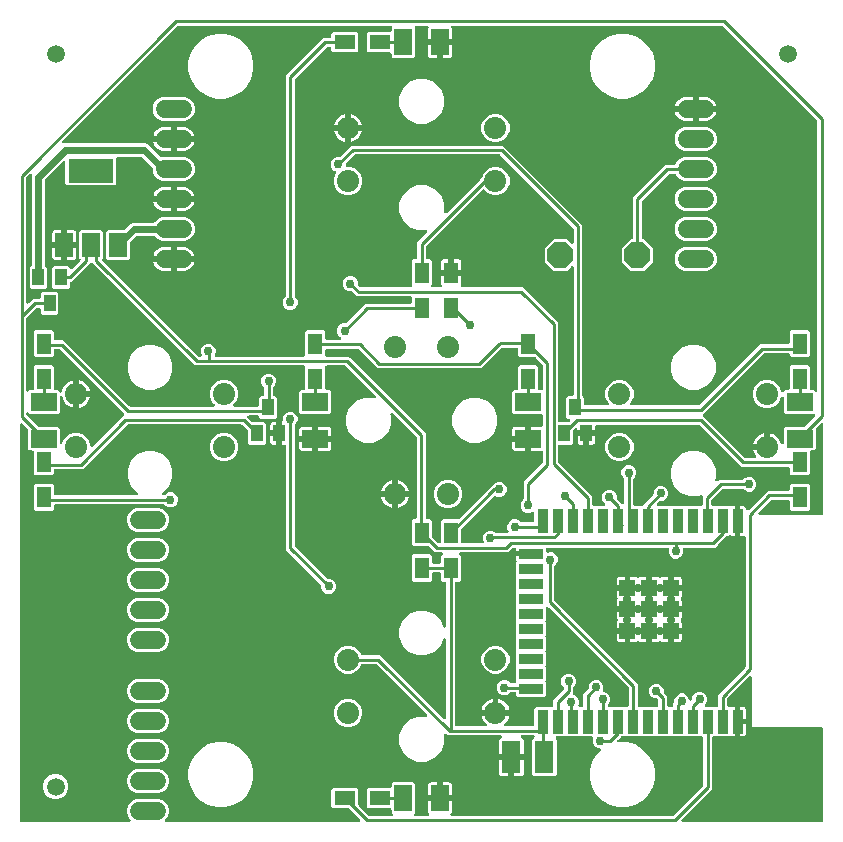
<source format=gbr>
G04 EAGLE Gerber RS-274X export*
G75*
%MOMM*%
%FSLAX34Y34*%
%LPD*%
%INTop Copper*%
%IPPOS*%
%AMOC8*
5,1,8,0,0,1.08239X$1,22.5*%
G01*
%ADD10P,2.336880X8X202.500000*%
%ADD11R,1.600000X2.700000*%
%ADD12R,1.000000X1.400000*%
%ADD13C,1.875000*%
%ADD14C,1.524000*%
%ADD15R,2.200000X1.500000*%
%ADD16R,1.500000X2.200000*%
%ADD17R,1.200000X1.800000*%
%ADD18R,1.800000X1.200000*%
%ADD19R,0.900000X2.000000*%
%ADD20R,2.000000X0.900000*%
%ADD21R,1.330000X1.330000*%
%ADD22C,0.708000*%
%ADD23R,1.498600X2.006600*%
%ADD24R,3.810000X2.006600*%
%ADD25C,1.500000*%
%ADD26C,0.756400*%
%ADD27C,0.250000*%
%ADD28C,0.609600*%
%ADD29C,0.606900*%

G36*
X102491Y10019D02*
X102491Y10019D01*
X102632Y10033D01*
X102647Y10039D01*
X102663Y10041D01*
X102795Y10093D01*
X102928Y10142D01*
X102941Y10152D01*
X102956Y10158D01*
X103071Y10241D01*
X103187Y10322D01*
X103198Y10335D01*
X103211Y10344D01*
X103301Y10454D01*
X103393Y10562D01*
X103400Y10576D01*
X103410Y10589D01*
X103470Y10718D01*
X103532Y10845D01*
X103535Y10861D01*
X103542Y10875D01*
X103567Y11015D01*
X103596Y11154D01*
X103595Y11170D01*
X103598Y11186D01*
X103587Y11327D01*
X103580Y11469D01*
X103576Y11484D01*
X103574Y11500D01*
X103528Y11635D01*
X103486Y11770D01*
X103479Y11781D01*
X103473Y11799D01*
X103299Y12063D01*
X103255Y12103D01*
X103234Y12133D01*
X101900Y13467D01*
X100359Y17187D01*
X100359Y21213D01*
X101900Y24933D01*
X104747Y27780D01*
X108467Y29321D01*
X127733Y29321D01*
X131453Y27780D01*
X134300Y24933D01*
X135841Y21213D01*
X135841Y17187D01*
X134300Y13467D01*
X132966Y12133D01*
X132880Y12021D01*
X132790Y11911D01*
X132783Y11897D01*
X132773Y11884D01*
X132717Y11754D01*
X132658Y11625D01*
X132655Y11609D01*
X132649Y11594D01*
X132627Y11453D01*
X132602Y11314D01*
X132603Y11298D01*
X132601Y11282D01*
X132615Y11141D01*
X132626Y11000D01*
X132631Y10984D01*
X132632Y10968D01*
X132682Y10836D01*
X132727Y10701D01*
X132736Y10687D01*
X132742Y10672D01*
X132822Y10557D01*
X132901Y10437D01*
X132913Y10426D01*
X132922Y10413D01*
X133029Y10321D01*
X133135Y10226D01*
X133149Y10218D01*
X133161Y10208D01*
X133289Y10145D01*
X133414Y10079D01*
X133427Y10077D01*
X133444Y10068D01*
X133753Y10004D01*
X133813Y10007D01*
X133850Y10001D01*
X296689Y10001D01*
X296829Y10019D01*
X296971Y10033D01*
X296986Y10039D01*
X297002Y10041D01*
X297134Y10093D01*
X297267Y10142D01*
X297280Y10152D01*
X297295Y10158D01*
X297410Y10242D01*
X297526Y10322D01*
X297536Y10335D01*
X297549Y10344D01*
X297639Y10454D01*
X297731Y10562D01*
X297739Y10576D01*
X297749Y10589D01*
X297808Y10718D01*
X297871Y10845D01*
X297874Y10861D01*
X297881Y10875D01*
X297906Y11015D01*
X297935Y11154D01*
X297934Y11170D01*
X297937Y11186D01*
X297926Y11327D01*
X297919Y11469D01*
X297914Y11484D01*
X297913Y11500D01*
X297867Y11635D01*
X297825Y11770D01*
X297817Y11781D01*
X297811Y11799D01*
X297638Y12063D01*
X297594Y12103D01*
X297572Y12133D01*
X288572Y21133D01*
X288486Y21201D01*
X288404Y21274D01*
X288361Y21297D01*
X288323Y21327D01*
X288222Y21370D01*
X288124Y21421D01*
X288088Y21428D01*
X288033Y21451D01*
X287721Y21499D01*
X287702Y21497D01*
X287689Y21499D01*
X274974Y21499D01*
X273509Y22964D01*
X273509Y37036D01*
X274974Y38501D01*
X295046Y38501D01*
X296511Y37036D01*
X296511Y24321D01*
X296525Y24212D01*
X296530Y24102D01*
X296544Y24056D01*
X296551Y24008D01*
X296591Y23906D01*
X296624Y23801D01*
X296646Y23770D01*
X296668Y23715D01*
X296854Y23461D01*
X296869Y23449D01*
X296877Y23438D01*
X304948Y15367D01*
X305034Y15299D01*
X305116Y15226D01*
X305159Y15203D01*
X305197Y15173D01*
X305298Y15130D01*
X305396Y15079D01*
X305432Y15072D01*
X305487Y15049D01*
X305799Y15001D01*
X305818Y15003D01*
X305831Y15001D01*
X324447Y15001D01*
X324587Y15019D01*
X324729Y15033D01*
X324744Y15039D01*
X324760Y15041D01*
X324891Y15093D01*
X325024Y15142D01*
X325038Y15152D01*
X325053Y15158D01*
X325167Y15241D01*
X325284Y15322D01*
X325294Y15335D01*
X325307Y15344D01*
X325396Y15453D01*
X325489Y15562D01*
X325496Y15576D01*
X325507Y15589D01*
X325566Y15718D01*
X325628Y15845D01*
X325632Y15861D01*
X325638Y15875D01*
X325664Y16015D01*
X325692Y16154D01*
X325691Y16170D01*
X325694Y16186D01*
X325684Y16327D01*
X325677Y16469D01*
X325672Y16484D01*
X325671Y16500D01*
X325625Y16635D01*
X325583Y16770D01*
X325575Y16781D01*
X325569Y16799D01*
X325396Y17063D01*
X325352Y17103D01*
X325330Y17133D01*
X324499Y17964D01*
X324499Y20250D01*
X324483Y20375D01*
X324474Y20500D01*
X324463Y20531D01*
X324459Y20563D01*
X324413Y20680D01*
X324372Y20799D01*
X324354Y20826D01*
X324342Y20856D01*
X324268Y20957D01*
X324199Y21063D01*
X324175Y21084D01*
X324156Y21110D01*
X324058Y21190D01*
X323965Y21274D01*
X323936Y21289D01*
X323911Y21310D01*
X323797Y21363D01*
X323686Y21421D01*
X323660Y21425D01*
X323625Y21442D01*
X323314Y21498D01*
X323275Y21495D01*
X323250Y21499D01*
X304954Y21499D01*
X303489Y22964D01*
X303489Y37036D01*
X304954Y38501D01*
X323250Y38501D01*
X323375Y38517D01*
X323500Y38526D01*
X323531Y38537D01*
X323563Y38541D01*
X323680Y38587D01*
X323799Y38628D01*
X323826Y38646D01*
X323856Y38658D01*
X323957Y38732D01*
X324063Y38801D01*
X324084Y38825D01*
X324110Y38844D01*
X324190Y38942D01*
X324274Y39035D01*
X324289Y39064D01*
X324310Y39089D01*
X324363Y39203D01*
X324421Y39314D01*
X324425Y39340D01*
X324442Y39375D01*
X324498Y39686D01*
X324495Y39725D01*
X324499Y39750D01*
X324499Y42036D01*
X325964Y43501D01*
X343036Y43501D01*
X344501Y42036D01*
X344501Y17964D01*
X343670Y17133D01*
X343583Y17021D01*
X343493Y16911D01*
X343487Y16897D01*
X343477Y16884D01*
X343421Y16754D01*
X343362Y16625D01*
X343359Y16609D01*
X343352Y16594D01*
X343331Y16453D01*
X343306Y16314D01*
X343307Y16298D01*
X343304Y16282D01*
X343319Y16141D01*
X343329Y16000D01*
X343335Y15984D01*
X343336Y15968D01*
X343385Y15836D01*
X343431Y15701D01*
X343440Y15687D01*
X343446Y15672D01*
X343526Y15557D01*
X343604Y15437D01*
X343616Y15426D01*
X343626Y15413D01*
X343733Y15321D01*
X343838Y15226D01*
X343853Y15218D01*
X343865Y15208D01*
X343992Y15145D01*
X344118Y15079D01*
X344131Y15077D01*
X344148Y15068D01*
X344457Y15004D01*
X344516Y15007D01*
X344553Y15001D01*
X355390Y15001D01*
X355530Y15019D01*
X355672Y15033D01*
X355687Y15039D01*
X355703Y15041D01*
X355835Y15093D01*
X355968Y15142D01*
X355981Y15152D01*
X355996Y15158D01*
X356111Y15242D01*
X356227Y15322D01*
X356238Y15335D01*
X356251Y15344D01*
X356340Y15454D01*
X356433Y15562D01*
X356440Y15576D01*
X356450Y15589D01*
X356509Y15717D01*
X356572Y15845D01*
X356575Y15861D01*
X356582Y15875D01*
X356607Y16015D01*
X356636Y16154D01*
X356635Y16170D01*
X356638Y16186D01*
X356627Y16327D01*
X356620Y16469D01*
X356615Y16484D01*
X356614Y16500D01*
X356568Y16635D01*
X356526Y16770D01*
X356519Y16781D01*
X356512Y16799D01*
X356339Y17063D01*
X356295Y17103D01*
X356274Y17133D01*
X355967Y17440D01*
X355632Y18019D01*
X355459Y18666D01*
X355459Y27501D01*
X364250Y27501D01*
X364375Y27517D01*
X364500Y27526D01*
X364531Y27537D01*
X364563Y27541D01*
X364680Y27587D01*
X364799Y27628D01*
X364826Y27646D01*
X364856Y27658D01*
X364957Y27732D01*
X365063Y27801D01*
X365084Y27825D01*
X365110Y27844D01*
X365190Y27942D01*
X365274Y28035D01*
X365289Y28064D01*
X365310Y28089D01*
X365362Y28203D01*
X365421Y28315D01*
X365425Y28340D01*
X365442Y28375D01*
X365497Y28686D01*
X365495Y28725D01*
X365499Y28750D01*
X365499Y30001D01*
X365501Y30001D01*
X365501Y28750D01*
X365517Y28625D01*
X365526Y28500D01*
X365537Y28469D01*
X365541Y28437D01*
X365587Y28320D01*
X365628Y28201D01*
X365646Y28174D01*
X365658Y28144D01*
X365732Y28043D01*
X365801Y27937D01*
X365825Y27916D01*
X365844Y27890D01*
X365942Y27810D01*
X366035Y27726D01*
X366064Y27711D01*
X366089Y27690D01*
X366203Y27638D01*
X366315Y27579D01*
X366340Y27575D01*
X366375Y27558D01*
X366686Y27502D01*
X366725Y27505D01*
X366750Y27501D01*
X375541Y27501D01*
X375541Y18666D01*
X375368Y18019D01*
X375033Y17440D01*
X374726Y17133D01*
X374640Y17022D01*
X374550Y16911D01*
X374543Y16897D01*
X374533Y16884D01*
X374478Y16754D01*
X374418Y16625D01*
X374415Y16609D01*
X374409Y16594D01*
X374387Y16454D01*
X374362Y16314D01*
X374363Y16298D01*
X374361Y16282D01*
X374375Y16141D01*
X374386Y16000D01*
X374391Y15984D01*
X374393Y15968D01*
X374442Y15836D01*
X374488Y15701D01*
X374497Y15687D01*
X374502Y15672D01*
X374583Y15556D01*
X374661Y15437D01*
X374673Y15426D01*
X374682Y15413D01*
X374789Y15321D01*
X374895Y15226D01*
X374909Y15218D01*
X374921Y15208D01*
X375049Y15145D01*
X375174Y15079D01*
X375187Y15077D01*
X375204Y15068D01*
X375513Y15004D01*
X375573Y15007D01*
X375610Y15001D01*
X562067Y15001D01*
X562176Y15015D01*
X562285Y15020D01*
X562332Y15034D01*
X562379Y15041D01*
X562482Y15081D01*
X562587Y15114D01*
X562617Y15136D01*
X562673Y15158D01*
X562927Y15344D01*
X562939Y15359D01*
X562950Y15367D01*
X588083Y40500D01*
X588150Y40587D01*
X588224Y40669D01*
X588247Y40711D01*
X588277Y40750D01*
X588320Y40851D01*
X588371Y40948D01*
X588378Y40985D01*
X588401Y41040D01*
X588449Y41351D01*
X588447Y41370D01*
X588449Y41383D01*
X588449Y81250D01*
X588433Y81375D01*
X588424Y81500D01*
X588413Y81531D01*
X588409Y81563D01*
X588363Y81680D01*
X588322Y81799D01*
X588304Y81826D01*
X588292Y81856D01*
X588218Y81957D01*
X588149Y82063D01*
X588125Y82084D01*
X588106Y82110D01*
X588008Y82190D01*
X587915Y82274D01*
X587886Y82289D01*
X587861Y82310D01*
X587747Y82363D01*
X587636Y82421D01*
X587610Y82425D01*
X587575Y82442D01*
X587264Y82498D01*
X587225Y82495D01*
X587200Y82499D01*
X586644Y82499D01*
X586634Y82507D01*
X586538Y82589D01*
X586509Y82603D01*
X586484Y82623D01*
X586368Y82673D01*
X586255Y82728D01*
X586224Y82735D01*
X586194Y82748D01*
X586069Y82767D01*
X585946Y82792D01*
X585914Y82791D01*
X585882Y82796D01*
X585757Y82783D01*
X585631Y82777D01*
X585600Y82767D01*
X585568Y82764D01*
X585450Y82720D01*
X585330Y82683D01*
X585309Y82668D01*
X585272Y82654D01*
X585049Y82499D01*
X573944Y82499D01*
X573934Y82507D01*
X573838Y82589D01*
X573809Y82603D01*
X573784Y82623D01*
X573668Y82673D01*
X573555Y82728D01*
X573524Y82735D01*
X573494Y82748D01*
X573369Y82767D01*
X573246Y82792D01*
X573214Y82791D01*
X573182Y82796D01*
X573057Y82783D01*
X572931Y82777D01*
X572900Y82767D01*
X572868Y82764D01*
X572750Y82720D01*
X572630Y82683D01*
X572609Y82668D01*
X572572Y82654D01*
X572349Y82499D01*
X561244Y82499D01*
X561234Y82507D01*
X561138Y82589D01*
X561109Y82603D01*
X561084Y82623D01*
X560968Y82673D01*
X560855Y82728D01*
X560824Y82735D01*
X560794Y82748D01*
X560669Y82767D01*
X560546Y82792D01*
X560514Y82791D01*
X560482Y82796D01*
X560357Y82783D01*
X560231Y82777D01*
X560200Y82767D01*
X560168Y82764D01*
X560050Y82720D01*
X559930Y82683D01*
X559909Y82668D01*
X559872Y82654D01*
X559649Y82499D01*
X548544Y82499D01*
X548534Y82507D01*
X548438Y82589D01*
X548409Y82603D01*
X548384Y82623D01*
X548268Y82673D01*
X548155Y82728D01*
X548124Y82735D01*
X548094Y82748D01*
X547969Y82767D01*
X547846Y82792D01*
X547814Y82791D01*
X547782Y82796D01*
X547657Y82783D01*
X547531Y82777D01*
X547500Y82767D01*
X547468Y82764D01*
X547350Y82720D01*
X547230Y82683D01*
X547209Y82668D01*
X547172Y82654D01*
X546949Y82499D01*
X535844Y82499D01*
X535834Y82507D01*
X535738Y82589D01*
X535709Y82603D01*
X535684Y82623D01*
X535568Y82673D01*
X535455Y82728D01*
X535424Y82735D01*
X535394Y82748D01*
X535269Y82767D01*
X535146Y82792D01*
X535114Y82791D01*
X535082Y82796D01*
X534957Y82783D01*
X534831Y82777D01*
X534800Y82767D01*
X534768Y82764D01*
X534650Y82720D01*
X534530Y82683D01*
X534509Y82668D01*
X534472Y82654D01*
X534249Y82499D01*
X523144Y82499D01*
X523134Y82507D01*
X523038Y82589D01*
X523009Y82603D01*
X522984Y82623D01*
X522868Y82673D01*
X522755Y82728D01*
X522724Y82735D01*
X522694Y82748D01*
X522569Y82767D01*
X522446Y82792D01*
X522414Y82791D01*
X522382Y82796D01*
X522257Y82783D01*
X522131Y82777D01*
X522100Y82767D01*
X522068Y82764D01*
X521950Y82720D01*
X521830Y82683D01*
X521809Y82668D01*
X521772Y82654D01*
X521549Y82499D01*
X519251Y82499D01*
X519142Y82485D01*
X519032Y82480D01*
X518986Y82466D01*
X518938Y82459D01*
X518836Y82419D01*
X518731Y82386D01*
X518701Y82364D01*
X518645Y82342D01*
X518391Y82156D01*
X518379Y82141D01*
X518368Y82133D01*
X515868Y79633D01*
X515781Y79521D01*
X515691Y79411D01*
X515685Y79397D01*
X515675Y79384D01*
X515619Y79253D01*
X515560Y79125D01*
X515557Y79109D01*
X515550Y79094D01*
X515529Y78953D01*
X515504Y78814D01*
X515505Y78798D01*
X515502Y78782D01*
X515517Y78641D01*
X515527Y78500D01*
X515533Y78484D01*
X515534Y78468D01*
X515584Y78335D01*
X515629Y78201D01*
X515638Y78187D01*
X515644Y78172D01*
X515724Y78056D01*
X515802Y77937D01*
X515814Y77926D01*
X515824Y77913D01*
X515931Y77821D01*
X516036Y77726D01*
X516051Y77718D01*
X516063Y77708D01*
X516190Y77645D01*
X516316Y77579D01*
X516329Y77577D01*
X516346Y77568D01*
X516655Y77504D01*
X516714Y77507D01*
X516751Y77501D01*
X523621Y77501D01*
X530615Y75627D01*
X536886Y72006D01*
X542006Y66886D01*
X545627Y60615D01*
X547501Y53621D01*
X547501Y46379D01*
X545627Y39385D01*
X542006Y33114D01*
X536886Y27994D01*
X530615Y24373D01*
X523621Y22499D01*
X516379Y22499D01*
X509385Y24373D01*
X503114Y27994D01*
X497994Y33114D01*
X494373Y39385D01*
X492499Y46379D01*
X492499Y53621D01*
X494373Y60615D01*
X497994Y66886D01*
X501411Y70303D01*
X501497Y70415D01*
X501587Y70525D01*
X501594Y70539D01*
X501604Y70552D01*
X501660Y70683D01*
X501719Y70811D01*
X501722Y70827D01*
X501728Y70842D01*
X501750Y70983D01*
X501775Y71122D01*
X501774Y71138D01*
X501776Y71154D01*
X501762Y71295D01*
X501751Y71436D01*
X501746Y71452D01*
X501744Y71468D01*
X501695Y71601D01*
X501650Y71735D01*
X501641Y71749D01*
X501635Y71764D01*
X501554Y71880D01*
X501476Y71999D01*
X501464Y72010D01*
X501455Y72023D01*
X501348Y72115D01*
X501242Y72210D01*
X501228Y72218D01*
X501216Y72228D01*
X501089Y72291D01*
X500963Y72357D01*
X500950Y72359D01*
X500933Y72368D01*
X500624Y72432D01*
X500564Y72429D01*
X500527Y72435D01*
X499681Y72435D01*
X497372Y73392D01*
X495604Y75159D01*
X494648Y77468D01*
X494648Y79968D01*
X494981Y80772D01*
X494993Y80815D01*
X495001Y80833D01*
X495002Y80840D01*
X495019Y80875D01*
X495037Y80977D01*
X495064Y81076D01*
X495065Y81132D01*
X495074Y81186D01*
X495067Y81289D01*
X495068Y81392D01*
X495055Y81445D01*
X495051Y81500D01*
X495017Y81598D01*
X494993Y81698D01*
X494967Y81747D01*
X494949Y81799D01*
X494892Y81885D01*
X494843Y81976D01*
X494806Y82016D01*
X494776Y82063D01*
X494699Y82132D01*
X494629Y82208D01*
X494583Y82237D01*
X494542Y82274D01*
X494450Y82322D01*
X494364Y82378D01*
X494311Y82395D01*
X494262Y82421D01*
X494198Y82432D01*
X494064Y82477D01*
X493891Y82488D01*
X493827Y82499D01*
X485044Y82499D01*
X485034Y82507D01*
X484938Y82589D01*
X484909Y82603D01*
X484884Y82623D01*
X484768Y82673D01*
X484655Y82728D01*
X484624Y82735D01*
X484594Y82748D01*
X484469Y82767D01*
X484346Y82792D01*
X484314Y82791D01*
X484282Y82796D01*
X484157Y82783D01*
X484031Y82777D01*
X484000Y82767D01*
X483968Y82764D01*
X483850Y82720D01*
X483730Y82683D01*
X483709Y82668D01*
X483672Y82654D01*
X483449Y82499D01*
X472344Y82499D01*
X472334Y82507D01*
X472238Y82589D01*
X472209Y82603D01*
X472184Y82623D01*
X472068Y82673D01*
X471955Y82728D01*
X471924Y82735D01*
X471894Y82748D01*
X471769Y82767D01*
X471646Y82792D01*
X471614Y82791D01*
X471582Y82796D01*
X471457Y82783D01*
X471331Y82777D01*
X471300Y82767D01*
X471268Y82764D01*
X471150Y82720D01*
X471030Y82683D01*
X471009Y82668D01*
X470972Y82654D01*
X470749Y82499D01*
X464553Y82499D01*
X464413Y82481D01*
X464271Y82467D01*
X464256Y82461D01*
X464240Y82459D01*
X464109Y82407D01*
X463976Y82358D01*
X463962Y82348D01*
X463947Y82342D01*
X463833Y82259D01*
X463716Y82178D01*
X463706Y82165D01*
X463693Y82156D01*
X463603Y82046D01*
X463511Y81938D01*
X463504Y81924D01*
X463493Y81911D01*
X463434Y81782D01*
X463372Y81655D01*
X463368Y81639D01*
X463362Y81625D01*
X463336Y81485D01*
X463308Y81346D01*
X463309Y81330D01*
X463306Y81314D01*
X463316Y81173D01*
X463323Y81031D01*
X463328Y81016D01*
X463329Y81000D01*
X463375Y80864D01*
X463417Y80730D01*
X463425Y80719D01*
X463431Y80701D01*
X463604Y80437D01*
X463640Y80405D01*
X463647Y80395D01*
X463656Y80387D01*
X463670Y80367D01*
X464501Y79536D01*
X464501Y50464D01*
X463036Y48999D01*
X444964Y48999D01*
X443499Y50464D01*
X443499Y79536D01*
X445211Y81248D01*
X445298Y81360D01*
X445388Y81470D01*
X445395Y81485D01*
X445404Y81497D01*
X445460Y81627D01*
X445520Y81756D01*
X445523Y81772D01*
X445529Y81787D01*
X445550Y81928D01*
X445576Y82067D01*
X445574Y82083D01*
X445577Y82099D01*
X445562Y82240D01*
X445552Y82382D01*
X445547Y82397D01*
X445545Y82413D01*
X445496Y82546D01*
X445450Y82680D01*
X445441Y82694D01*
X445436Y82709D01*
X445355Y82825D01*
X445277Y82944D01*
X445265Y82955D01*
X445256Y82968D01*
X445149Y83060D01*
X445043Y83156D01*
X445029Y83163D01*
X445016Y83174D01*
X444889Y83236D01*
X444763Y83302D01*
X444750Y83304D01*
X444733Y83313D01*
X444424Y83377D01*
X444365Y83374D01*
X444328Y83380D01*
X435091Y83380D01*
X434941Y83361D01*
X434789Y83343D01*
X434784Y83341D01*
X434778Y83341D01*
X434636Y83284D01*
X434495Y83229D01*
X434490Y83226D01*
X434485Y83224D01*
X434362Y83133D01*
X434239Y83044D01*
X434235Y83040D01*
X434231Y83037D01*
X434135Y82919D01*
X434037Y82802D01*
X434035Y82797D01*
X434032Y82793D01*
X433967Y82651D01*
X433903Y82516D01*
X433902Y82511D01*
X433900Y82506D01*
X433873Y82356D01*
X433844Y82206D01*
X433845Y82201D01*
X433844Y82195D01*
X433855Y82044D01*
X433865Y81891D01*
X433867Y81886D01*
X433868Y81881D01*
X433917Y81737D01*
X433965Y81592D01*
X433968Y81587D01*
X433969Y81582D01*
X434054Y81454D01*
X434136Y81327D01*
X434140Y81323D01*
X434143Y81319D01*
X434257Y81215D01*
X434368Y81113D01*
X434372Y81111D01*
X434376Y81107D01*
X434656Y80960D01*
X434714Y80950D01*
X434768Y80924D01*
X434981Y80868D01*
X435560Y80533D01*
X436033Y80060D01*
X436368Y79481D01*
X436541Y78834D01*
X436541Y67499D01*
X427250Y67499D01*
X427125Y67483D01*
X427000Y67474D01*
X426969Y67463D01*
X426937Y67459D01*
X426820Y67413D01*
X426701Y67372D01*
X426674Y67354D01*
X426644Y67342D01*
X426543Y67268D01*
X426437Y67199D01*
X426416Y67175D01*
X426390Y67156D01*
X426310Y67058D01*
X426226Y66965D01*
X426211Y66936D01*
X426190Y66911D01*
X426138Y66797D01*
X426079Y66685D01*
X426075Y66660D01*
X426058Y66625D01*
X426003Y66314D01*
X426004Y66291D01*
X426003Y66281D01*
X426004Y66266D01*
X426001Y66250D01*
X426001Y64999D01*
X425999Y64999D01*
X425999Y66250D01*
X425983Y66375D01*
X425974Y66500D01*
X425963Y66531D01*
X425959Y66563D01*
X425913Y66680D01*
X425872Y66799D01*
X425854Y66826D01*
X425842Y66856D01*
X425768Y66957D01*
X425699Y67063D01*
X425675Y67084D01*
X425656Y67110D01*
X425558Y67190D01*
X425465Y67274D01*
X425436Y67289D01*
X425411Y67310D01*
X425297Y67362D01*
X425185Y67421D01*
X425160Y67425D01*
X425125Y67442D01*
X424814Y67498D01*
X424775Y67495D01*
X424750Y67499D01*
X415459Y67499D01*
X415459Y78834D01*
X415632Y79481D01*
X415967Y80060D01*
X416440Y80533D01*
X417019Y80868D01*
X417232Y80924D01*
X417374Y80983D01*
X417515Y81039D01*
X417519Y81042D01*
X417524Y81044D01*
X417646Y81135D01*
X417769Y81225D01*
X417772Y81230D01*
X417777Y81233D01*
X417872Y81352D01*
X417968Y81470D01*
X417971Y81475D01*
X417974Y81479D01*
X418036Y81617D01*
X418100Y81756D01*
X418101Y81762D01*
X418103Y81767D01*
X418129Y81918D01*
X418156Y82067D01*
X418156Y82072D01*
X418157Y82078D01*
X418144Y82228D01*
X418132Y82382D01*
X418131Y82387D01*
X418130Y82392D01*
X418080Y82535D01*
X418031Y82680D01*
X418028Y82685D01*
X418026Y82690D01*
X417941Y82816D01*
X417857Y82944D01*
X417853Y82947D01*
X417850Y82952D01*
X417737Y83053D01*
X417624Y83156D01*
X417619Y83158D01*
X417615Y83162D01*
X417480Y83231D01*
X417344Y83302D01*
X417340Y83303D01*
X417334Y83306D01*
X417026Y83375D01*
X416967Y83370D01*
X416909Y83380D01*
X372077Y83380D01*
X371133Y84324D01*
X371021Y84411D01*
X370911Y84500D01*
X370897Y84507D01*
X370884Y84517D01*
X370754Y84573D01*
X370625Y84632D01*
X370609Y84635D01*
X370594Y84642D01*
X370453Y84663D01*
X370314Y84688D01*
X370298Y84687D01*
X370282Y84689D01*
X370141Y84675D01*
X370000Y84664D01*
X369984Y84659D01*
X369968Y84658D01*
X369836Y84609D01*
X369701Y84563D01*
X369687Y84554D01*
X369672Y84548D01*
X369557Y84468D01*
X369437Y84389D01*
X369426Y84377D01*
X369413Y84368D01*
X369321Y84261D01*
X369226Y84156D01*
X369218Y84141D01*
X369208Y84129D01*
X369145Y84002D01*
X369079Y83876D01*
X369077Y83863D01*
X369068Y83846D01*
X369004Y83537D01*
X369007Y83478D01*
X369001Y83441D01*
X369001Y76221D01*
X366108Y69237D01*
X360763Y63892D01*
X353779Y60999D01*
X346221Y60999D01*
X339237Y63892D01*
X333892Y69237D01*
X330999Y76221D01*
X330999Y83779D01*
X333892Y90763D01*
X339237Y96108D01*
X346221Y99001D01*
X353441Y99001D01*
X353581Y99019D01*
X353722Y99033D01*
X353738Y99039D01*
X353754Y99041D01*
X353885Y99093D01*
X354018Y99142D01*
X354032Y99152D01*
X354047Y99158D01*
X354161Y99242D01*
X354277Y99322D01*
X354288Y99335D01*
X354301Y99344D01*
X354390Y99454D01*
X354483Y99562D01*
X354490Y99576D01*
X354500Y99589D01*
X354560Y99718D01*
X354622Y99845D01*
X354626Y99861D01*
X354632Y99875D01*
X354657Y100015D01*
X354686Y100154D01*
X354685Y100170D01*
X354688Y100186D01*
X354678Y100327D01*
X354671Y100469D01*
X354666Y100484D01*
X354664Y100500D01*
X354619Y100635D01*
X354576Y100770D01*
X354569Y100781D01*
X354563Y100799D01*
X354389Y101063D01*
X354345Y101103D01*
X354324Y101133D01*
X312074Y143383D01*
X311987Y143451D01*
X311905Y143524D01*
X311863Y143547D01*
X311824Y143577D01*
X311723Y143620D01*
X311626Y143671D01*
X311589Y143678D01*
X311534Y143701D01*
X311223Y143749D01*
X311204Y143747D01*
X311191Y143749D01*
X299635Y143749D01*
X299596Y143744D01*
X299557Y143747D01*
X299441Y143724D01*
X299322Y143709D01*
X299286Y143695D01*
X299248Y143688D01*
X299140Y143637D01*
X299029Y143592D01*
X298998Y143569D01*
X298962Y143553D01*
X298871Y143476D01*
X298775Y143406D01*
X298750Y143376D01*
X298720Y143350D01*
X298685Y143295D01*
X298575Y143161D01*
X298516Y143033D01*
X298481Y142978D01*
X297568Y140773D01*
X294227Y137432D01*
X289862Y135624D01*
X285138Y135624D01*
X280773Y137432D01*
X277432Y140773D01*
X275624Y145138D01*
X275624Y149862D01*
X277432Y154227D01*
X280773Y157568D01*
X285138Y159376D01*
X289862Y159376D01*
X294227Y157568D01*
X297568Y154227D01*
X298481Y152022D01*
X298501Y151988D01*
X298513Y151951D01*
X298579Y151851D01*
X298638Y151748D01*
X298665Y151720D01*
X298686Y151687D01*
X298775Y151607D01*
X298858Y151522D01*
X298891Y151502D01*
X298920Y151476D01*
X299026Y151420D01*
X299128Y151359D01*
X299165Y151347D01*
X299200Y151329D01*
X299264Y151318D01*
X299430Y151268D01*
X299571Y151262D01*
X299635Y151251D01*
X314815Y151251D01*
X317378Y148688D01*
X368633Y97433D01*
X368745Y97346D01*
X368855Y97256D01*
X368870Y97250D01*
X368883Y97240D01*
X369013Y97184D01*
X369142Y97124D01*
X369158Y97122D01*
X369173Y97115D01*
X369313Y97094D01*
X369452Y97069D01*
X369468Y97070D01*
X369484Y97067D01*
X369626Y97082D01*
X369767Y97092D01*
X369782Y97097D01*
X369798Y97099D01*
X369931Y97148D01*
X370066Y97194D01*
X370079Y97203D01*
X370094Y97208D01*
X370210Y97289D01*
X370329Y97367D01*
X370340Y97379D01*
X370353Y97389D01*
X370445Y97496D01*
X370541Y97601D01*
X370548Y97616D01*
X370559Y97628D01*
X370621Y97755D01*
X370687Y97881D01*
X370690Y97894D01*
X370698Y97911D01*
X370762Y98220D01*
X370759Y98279D01*
X370766Y98316D01*
X370766Y164201D01*
X370757Y164272D01*
X370758Y164343D01*
X370737Y164428D01*
X370726Y164514D01*
X370700Y164580D01*
X370683Y164649D01*
X370641Y164726D01*
X370609Y164807D01*
X370567Y164865D01*
X370533Y164927D01*
X370474Y164991D01*
X370422Y165062D01*
X370367Y165107D01*
X370319Y165159D01*
X370245Y165206D01*
X370178Y165261D01*
X370113Y165291D01*
X370053Y165329D01*
X369970Y165357D01*
X369891Y165393D01*
X369821Y165406D01*
X369754Y165428D01*
X369666Y165433D01*
X369581Y165449D01*
X369510Y165443D01*
X369439Y165448D01*
X369353Y165432D01*
X369266Y165425D01*
X369199Y165402D01*
X369129Y165389D01*
X369050Y165352D01*
X368967Y165323D01*
X368908Y165284D01*
X368844Y165254D01*
X368777Y165198D01*
X368704Y165150D01*
X368656Y165097D01*
X368601Y165052D01*
X368569Y165001D01*
X368492Y164916D01*
X368393Y164727D01*
X368362Y164679D01*
X366108Y159237D01*
X360763Y153892D01*
X353779Y150999D01*
X346221Y150999D01*
X339237Y153892D01*
X333892Y159237D01*
X330999Y166221D01*
X330999Y173779D01*
X333892Y180763D01*
X339237Y186108D01*
X346221Y189001D01*
X353779Y189001D01*
X360763Y186108D01*
X366108Y180763D01*
X368362Y175321D01*
X368398Y175259D01*
X368424Y175193D01*
X368476Y175122D01*
X368519Y175047D01*
X368569Y174996D01*
X368611Y174938D01*
X368678Y174883D01*
X368739Y174821D01*
X368800Y174784D01*
X368855Y174739D01*
X368934Y174702D01*
X369009Y174657D01*
X369077Y174637D01*
X369142Y174607D01*
X369228Y174592D01*
X369311Y174567D01*
X369382Y174564D01*
X369452Y174551D01*
X369539Y174558D01*
X369626Y174554D01*
X369696Y174570D01*
X369767Y174575D01*
X369849Y174603D01*
X369935Y174622D01*
X369998Y174654D01*
X370066Y174677D01*
X370139Y174725D01*
X370216Y174764D01*
X370270Y174811D01*
X370329Y174850D01*
X370388Y174915D01*
X370453Y174972D01*
X370493Y175031D01*
X370541Y175084D01*
X370581Y175161D01*
X370630Y175233D01*
X370654Y175300D01*
X370687Y175363D01*
X370698Y175422D01*
X370737Y175530D01*
X370756Y175743D01*
X370766Y175799D01*
X370766Y212260D01*
X370750Y212385D01*
X370740Y212510D01*
X370730Y212541D01*
X370726Y212573D01*
X370679Y212690D01*
X370639Y212809D01*
X370621Y212836D01*
X370609Y212866D01*
X370535Y212967D01*
X370465Y213073D01*
X370441Y213094D01*
X370422Y213120D01*
X370325Y213200D01*
X370231Y213284D01*
X370203Y213299D01*
X370178Y213320D01*
X370063Y213373D01*
X369952Y213431D01*
X369927Y213435D01*
X369891Y213452D01*
X369581Y213508D01*
X369542Y213505D01*
X369516Y213509D01*
X367964Y213509D01*
X366499Y214974D01*
X366499Y220010D01*
X366483Y220135D01*
X366474Y220260D01*
X366463Y220291D01*
X366459Y220323D01*
X366413Y220440D01*
X366372Y220559D01*
X366354Y220586D01*
X366342Y220616D01*
X366268Y220717D01*
X366199Y220823D01*
X366175Y220844D01*
X366156Y220870D01*
X366058Y220950D01*
X365965Y221034D01*
X365936Y221049D01*
X365911Y221070D01*
X365797Y221123D01*
X365686Y221181D01*
X365660Y221185D01*
X365625Y221202D01*
X365314Y221258D01*
X365275Y221255D01*
X365250Y221259D01*
X359750Y221259D01*
X359625Y221243D01*
X359500Y221234D01*
X359469Y221223D01*
X359437Y221219D01*
X359320Y221173D01*
X359201Y221132D01*
X359174Y221114D01*
X359144Y221102D01*
X359043Y221028D01*
X358937Y220959D01*
X358916Y220935D01*
X358890Y220916D01*
X358810Y220818D01*
X358726Y220725D01*
X358711Y220696D01*
X358690Y220671D01*
X358637Y220557D01*
X358579Y220446D01*
X358575Y220420D01*
X358558Y220385D01*
X358502Y220074D01*
X358505Y220035D01*
X358501Y220010D01*
X358501Y214974D01*
X357036Y213509D01*
X342964Y213509D01*
X341499Y214974D01*
X341499Y235046D01*
X342964Y236511D01*
X357036Y236511D01*
X358501Y235046D01*
X358501Y230010D01*
X358517Y229885D01*
X358526Y229760D01*
X358537Y229729D01*
X358541Y229697D01*
X358587Y229580D01*
X358628Y229461D01*
X358646Y229434D01*
X358658Y229404D01*
X358732Y229303D01*
X358801Y229197D01*
X358825Y229176D01*
X358844Y229150D01*
X358942Y229070D01*
X359035Y228986D01*
X359064Y228971D01*
X359089Y228950D01*
X359203Y228897D01*
X359314Y228839D01*
X359340Y228835D01*
X359375Y228818D01*
X359686Y228762D01*
X359725Y228765D01*
X359750Y228761D01*
X365250Y228761D01*
X365375Y228777D01*
X365500Y228786D01*
X365531Y228797D01*
X365563Y228801D01*
X365680Y228847D01*
X365799Y228888D01*
X365826Y228906D01*
X365856Y228918D01*
X365957Y228992D01*
X366063Y229061D01*
X366084Y229085D01*
X366110Y229104D01*
X366190Y229202D01*
X366274Y229295D01*
X366289Y229324D01*
X366310Y229349D01*
X366363Y229463D01*
X366421Y229574D01*
X366425Y229600D01*
X366442Y229635D01*
X366498Y229946D01*
X366495Y229985D01*
X366499Y230010D01*
X366499Y235046D01*
X367765Y236312D01*
X367852Y236424D01*
X367942Y236534D01*
X367949Y236549D01*
X367958Y236561D01*
X368014Y236691D01*
X368074Y236820D01*
X368077Y236836D01*
X368083Y236851D01*
X368104Y236992D01*
X368130Y237131D01*
X368128Y237147D01*
X368131Y237163D01*
X368116Y237304D01*
X368106Y237446D01*
X368101Y237461D01*
X368099Y237477D01*
X368050Y237610D01*
X368004Y237744D01*
X367995Y237758D01*
X367990Y237773D01*
X367909Y237889D01*
X367831Y238008D01*
X367819Y238019D01*
X367810Y238032D01*
X367703Y238124D01*
X367597Y238220D01*
X367583Y238227D01*
X367570Y238238D01*
X367443Y238300D01*
X367317Y238366D01*
X367304Y238368D01*
X367287Y238377D01*
X366978Y238441D01*
X366919Y238438D01*
X366882Y238444D01*
X361241Y238444D01*
X356562Y243123D01*
X356476Y243191D01*
X356394Y243264D01*
X356351Y243287D01*
X356313Y243317D01*
X356212Y243360D01*
X356114Y243411D01*
X356078Y243418D01*
X356023Y243441D01*
X355711Y243489D01*
X355692Y243487D01*
X355679Y243489D01*
X342964Y243489D01*
X341499Y244954D01*
X341499Y265026D01*
X342964Y266491D01*
X344559Y266491D01*
X344683Y266507D01*
X344809Y266516D01*
X344840Y266527D01*
X344872Y266531D01*
X344988Y266577D01*
X345108Y266618D01*
X345135Y266636D01*
X345165Y266648D01*
X345266Y266722D01*
X345371Y266791D01*
X345393Y266815D01*
X345419Y266834D01*
X345498Y266932D01*
X345583Y267025D01*
X345598Y267054D01*
X345618Y267079D01*
X345671Y267193D01*
X345729Y267304D01*
X345734Y267330D01*
X345750Y267365D01*
X345806Y267676D01*
X345803Y267715D01*
X345808Y267740D01*
X345808Y335378D01*
X345794Y335487D01*
X345789Y335597D01*
X345774Y335643D01*
X345768Y335691D01*
X345727Y335793D01*
X345694Y335898D01*
X345673Y335929D01*
X345651Y335984D01*
X345464Y336238D01*
X345449Y336250D01*
X345442Y336261D01*
X325668Y356035D01*
X325612Y356079D01*
X325562Y356130D01*
X325487Y356175D01*
X325418Y356228D01*
X325353Y356257D01*
X325292Y356293D01*
X325208Y356319D01*
X325128Y356353D01*
X325058Y356364D01*
X324990Y356384D01*
X324903Y356388D01*
X324817Y356401D01*
X324746Y356394D01*
X324675Y356396D01*
X324589Y356378D01*
X324503Y356369D01*
X324436Y356344D01*
X324366Y356329D01*
X324289Y356290D01*
X324207Y356260D01*
X324148Y356219D01*
X324085Y356187D01*
X324019Y356129D01*
X323948Y356080D01*
X323901Y356026D01*
X323848Y355979D01*
X323799Y355907D01*
X323742Y355840D01*
X323711Y355776D01*
X323671Y355718D01*
X323641Y355635D01*
X323603Y355557D01*
X323588Y355488D01*
X323564Y355420D01*
X323556Y355334D01*
X323539Y355248D01*
X323542Y355177D01*
X323536Y355106D01*
X323549Y355047D01*
X323554Y354933D01*
X323618Y354729D01*
X323630Y354674D01*
X324001Y353779D01*
X324001Y346221D01*
X321108Y339237D01*
X315763Y333892D01*
X308779Y330999D01*
X301221Y330999D01*
X294237Y333892D01*
X288892Y339237D01*
X285999Y346221D01*
X285999Y353779D01*
X288892Y360763D01*
X294237Y366108D01*
X301221Y369001D01*
X308779Y369001D01*
X309674Y368630D01*
X309696Y368624D01*
X309716Y368614D01*
X309753Y368607D01*
X309808Y368583D01*
X309894Y368570D01*
X309978Y368547D01*
X310049Y368546D01*
X310120Y368536D01*
X310140Y368538D01*
X310151Y368535D01*
X310152Y368535D01*
X310220Y368544D01*
X310294Y368543D01*
X310363Y368560D01*
X310434Y368567D01*
X310450Y368573D01*
X310465Y368575D01*
X310528Y368601D01*
X310600Y368618D01*
X310663Y368652D01*
X310730Y368677D01*
X310744Y368687D01*
X310758Y368692D01*
X310813Y368733D01*
X310878Y368768D01*
X310930Y368816D01*
X310989Y368857D01*
X311001Y368871D01*
X311012Y368879D01*
X311055Y368931D01*
X311110Y368982D01*
X311148Y369042D01*
X311194Y369096D01*
X311202Y369112D01*
X311211Y369123D01*
X311240Y369185D01*
X311280Y369248D01*
X311302Y369315D01*
X311334Y369379D01*
X311337Y369397D01*
X311343Y369410D01*
X311355Y369477D01*
X311379Y369547D01*
X311383Y369618D01*
X311398Y369688D01*
X311397Y369706D01*
X311399Y369720D01*
X311394Y369789D01*
X311399Y369862D01*
X311385Y369932D01*
X311382Y370003D01*
X311377Y370020D01*
X311376Y370035D01*
X311353Y370101D01*
X311340Y370172D01*
X311309Y370236D01*
X311288Y370304D01*
X311280Y370316D01*
X311274Y370334D01*
X311235Y370392D01*
X311205Y370457D01*
X311148Y370525D01*
X311100Y370597D01*
X311057Y370637D01*
X311035Y370668D01*
X285607Y396096D01*
X285520Y396163D01*
X285438Y396237D01*
X285396Y396260D01*
X285357Y396289D01*
X285256Y396333D01*
X285159Y396384D01*
X285122Y396390D01*
X285067Y396414D01*
X284756Y396462D01*
X284737Y396460D01*
X284724Y396462D01*
X269750Y396462D01*
X269625Y396446D01*
X269500Y396437D01*
X269469Y396426D01*
X269437Y396422D01*
X269320Y396376D01*
X269201Y396335D01*
X269174Y396317D01*
X269144Y396305D01*
X269043Y396231D01*
X268937Y396162D01*
X268916Y396138D01*
X268890Y396119D01*
X268810Y396021D01*
X268726Y395928D01*
X268711Y395899D01*
X268690Y395874D01*
X268637Y395760D01*
X268579Y395648D01*
X268575Y395623D01*
X268558Y395588D01*
X268502Y395277D01*
X268505Y395238D01*
X268501Y395213D01*
X268501Y376750D01*
X268517Y376625D01*
X268526Y376500D01*
X268537Y376469D01*
X268541Y376437D01*
X268587Y376320D01*
X268628Y376201D01*
X268646Y376174D01*
X268658Y376144D01*
X268732Y376043D01*
X268801Y375937D01*
X268825Y375916D01*
X268844Y375890D01*
X268942Y375810D01*
X269035Y375726D01*
X269064Y375711D01*
X269089Y375690D01*
X269203Y375637D01*
X269314Y375579D01*
X269340Y375575D01*
X269375Y375558D01*
X269686Y375502D01*
X269725Y375505D01*
X269750Y375501D01*
X272036Y375501D01*
X273501Y374036D01*
X273501Y356964D01*
X272036Y355499D01*
X247964Y355499D01*
X246499Y356964D01*
X246499Y374036D01*
X247964Y375501D01*
X250250Y375501D01*
X250375Y375517D01*
X250500Y375526D01*
X250531Y375537D01*
X250563Y375541D01*
X250680Y375587D01*
X250799Y375628D01*
X250826Y375646D01*
X250856Y375658D01*
X250957Y375732D01*
X251063Y375801D01*
X251084Y375825D01*
X251110Y375844D01*
X251190Y375942D01*
X251274Y376035D01*
X251289Y376064D01*
X251310Y376089D01*
X251363Y376203D01*
X251421Y376314D01*
X251425Y376340D01*
X251442Y376375D01*
X251498Y376686D01*
X251495Y376725D01*
X251499Y376750D01*
X251499Y395213D01*
X251483Y395338D01*
X251474Y395463D01*
X251463Y395494D01*
X251459Y395526D01*
X251413Y395643D01*
X251372Y395762D01*
X251354Y395789D01*
X251342Y395819D01*
X251268Y395920D01*
X251199Y396025D01*
X251175Y396047D01*
X251156Y396073D01*
X251058Y396153D01*
X250965Y396237D01*
X250936Y396252D01*
X250911Y396273D01*
X250797Y396325D01*
X250686Y396384D01*
X250660Y396388D01*
X250625Y396405D01*
X250314Y396460D01*
X250275Y396458D01*
X250250Y396462D01*
X157941Y396462D01*
X73243Y481160D01*
X71327Y483076D01*
X71227Y483153D01*
X71132Y483235D01*
X71103Y483249D01*
X71077Y483269D01*
X70962Y483319D01*
X70849Y483374D01*
X70817Y483381D01*
X70787Y483394D01*
X70663Y483413D01*
X70540Y483438D01*
X70507Y483437D01*
X70476Y483442D01*
X70350Y483429D01*
X70225Y483423D01*
X70194Y483413D01*
X70162Y483410D01*
X70044Y483366D01*
X69923Y483329D01*
X69902Y483314D01*
X69866Y483300D01*
X69607Y483120D01*
X69581Y483091D01*
X69560Y483076D01*
X53733Y467249D01*
X53250Y467249D01*
X53125Y467233D01*
X53000Y467224D01*
X52969Y467213D01*
X52937Y467209D01*
X52820Y467163D01*
X52701Y467122D01*
X52674Y467104D01*
X52644Y467092D01*
X52543Y467018D01*
X52437Y466949D01*
X52416Y466925D01*
X52390Y466906D01*
X52310Y466808D01*
X52226Y466715D01*
X52211Y466686D01*
X52190Y466661D01*
X52137Y466547D01*
X52079Y466436D01*
X52075Y466410D01*
X52058Y466375D01*
X52002Y466064D01*
X52004Y466048D01*
X52002Y466041D01*
X52004Y466019D01*
X52001Y466000D01*
X52001Y462964D01*
X50536Y461499D01*
X38464Y461499D01*
X36999Y462964D01*
X36999Y479036D01*
X38464Y480501D01*
X50536Y480501D01*
X52016Y479020D01*
X52019Y479000D01*
X52033Y478860D01*
X52039Y478844D01*
X52041Y478828D01*
X52093Y478697D01*
X52142Y478564D01*
X52152Y478550D01*
X52158Y478535D01*
X52242Y478421D01*
X52322Y478305D01*
X52335Y478294D01*
X52344Y478281D01*
X52454Y478191D01*
X52562Y478099D01*
X52576Y478092D01*
X52589Y478082D01*
X52718Y478022D01*
X52845Y477960D01*
X52861Y477956D01*
X52875Y477950D01*
X53015Y477925D01*
X53154Y477896D01*
X53170Y477897D01*
X53186Y477894D01*
X53327Y477904D01*
X53469Y477911D01*
X53484Y477916D01*
X53500Y477918D01*
X53635Y477963D01*
X53770Y478006D01*
X53781Y478013D01*
X53799Y478019D01*
X54063Y478193D01*
X54103Y478237D01*
X54133Y478258D01*
X60902Y485027D01*
X60979Y485126D01*
X61061Y485222D01*
X61075Y485251D01*
X61095Y485276D01*
X61145Y485392D01*
X61200Y485505D01*
X61207Y485536D01*
X61220Y485566D01*
X61239Y485691D01*
X61264Y485814D01*
X61263Y485846D01*
X61267Y485878D01*
X61255Y486003D01*
X61249Y486129D01*
X61239Y486160D01*
X61236Y486192D01*
X61192Y486310D01*
X61155Y486430D01*
X61140Y486451D01*
X61126Y486488D01*
X60946Y486747D01*
X60917Y486772D01*
X60902Y486793D01*
X60260Y487435D01*
X60260Y509573D01*
X61725Y511038D01*
X78783Y511038D01*
X80248Y509573D01*
X80248Y487435D01*
X79795Y486983D01*
X79718Y486883D01*
X79636Y486788D01*
X79622Y486759D01*
X79602Y486733D01*
X79552Y486618D01*
X79497Y486505D01*
X79491Y486473D01*
X79478Y486443D01*
X79459Y486319D01*
X79433Y486196D01*
X79435Y486164D01*
X79430Y486132D01*
X79443Y486006D01*
X79449Y485881D01*
X79458Y485850D01*
X79462Y485818D01*
X79505Y485700D01*
X79543Y485579D01*
X79558Y485558D01*
X79571Y485522D01*
X79751Y485263D01*
X79781Y485237D01*
X79795Y485216D01*
X160682Y404329D01*
X160769Y404262D01*
X160850Y404188D01*
X160893Y404166D01*
X160932Y404136D01*
X161033Y404093D01*
X161130Y404042D01*
X161167Y404035D01*
X161221Y404012D01*
X161533Y403964D01*
X161552Y403966D01*
X161565Y403964D01*
X162566Y403964D01*
X162620Y403971D01*
X162675Y403968D01*
X162776Y403990D01*
X162879Y404003D01*
X162930Y404024D01*
X162984Y404036D01*
X163076Y404082D01*
X163172Y404120D01*
X163216Y404153D01*
X163265Y404178D01*
X163343Y404246D01*
X163426Y404307D01*
X163461Y404350D01*
X163502Y404386D01*
X163560Y404471D01*
X163625Y404551D01*
X163649Y404602D01*
X163679Y404647D01*
X163714Y404744D01*
X163757Y404838D01*
X163767Y404892D01*
X163786Y404944D01*
X163795Y405047D01*
X163813Y405149D01*
X163809Y405204D01*
X163814Y405259D01*
X163800Y405322D01*
X163790Y405463D01*
X163734Y405627D01*
X163720Y405691D01*
X162959Y407529D01*
X162959Y410028D01*
X163915Y412337D01*
X165682Y414104D01*
X167992Y415061D01*
X170491Y415061D01*
X172800Y414104D01*
X174568Y412337D01*
X175524Y410028D01*
X175524Y407529D01*
X174763Y405691D01*
X174748Y405638D01*
X174725Y405588D01*
X174707Y405486D01*
X174680Y405386D01*
X174679Y405331D01*
X174669Y405277D01*
X174677Y405174D01*
X174676Y405071D01*
X174689Y405017D01*
X174693Y404962D01*
X174726Y404865D01*
X174751Y404765D01*
X174777Y404716D01*
X174795Y404664D01*
X174852Y404577D01*
X174900Y404487D01*
X174938Y404446D01*
X174968Y404400D01*
X175045Y404331D01*
X175115Y404255D01*
X175161Y404225D01*
X175202Y404188D01*
X175293Y404140D01*
X175380Y404085D01*
X175433Y404068D01*
X175481Y404042D01*
X175546Y404030D01*
X175680Y403986D01*
X175853Y403975D01*
X175917Y403964D01*
X250250Y403964D01*
X250375Y403979D01*
X250500Y403989D01*
X250531Y403999D01*
X250563Y404003D01*
X250680Y404050D01*
X250799Y404091D01*
X250826Y404108D01*
X250856Y404120D01*
X250957Y404195D01*
X251063Y404264D01*
X251084Y404288D01*
X251110Y404307D01*
X251190Y404404D01*
X251274Y404498D01*
X251289Y404526D01*
X251310Y404551D01*
X251363Y404666D01*
X251421Y404777D01*
X251425Y404803D01*
X251442Y404838D01*
X251498Y405149D01*
X251495Y405187D01*
X251499Y405213D01*
X251499Y425026D01*
X252964Y426491D01*
X267036Y426491D01*
X268501Y425026D01*
X268501Y419399D01*
X268517Y419274D01*
X268526Y419149D01*
X268537Y419118D01*
X268541Y419086D01*
X268587Y418970D01*
X268628Y418850D01*
X268646Y418823D01*
X268658Y418793D01*
X268732Y418692D01*
X268801Y418587D01*
X268825Y418565D01*
X268844Y418539D01*
X268942Y418459D01*
X269035Y418375D01*
X269064Y418360D01*
X269089Y418339D01*
X269203Y418287D01*
X269314Y418228D01*
X269340Y418224D01*
X269375Y418208D01*
X269686Y418152D01*
X269725Y418155D01*
X269750Y418150D01*
X280761Y418150D01*
X280832Y418159D01*
X280903Y418158D01*
X280988Y418179D01*
X281074Y418190D01*
X281140Y418216D01*
X281210Y418233D01*
X281286Y418274D01*
X281367Y418307D01*
X281425Y418349D01*
X281488Y418383D01*
X281551Y418442D01*
X281622Y418493D01*
X281667Y418549D01*
X281719Y418597D01*
X281766Y418670D01*
X281821Y418738D01*
X281851Y418803D01*
X281889Y418863D01*
X281917Y418945D01*
X281953Y419024D01*
X281966Y419095D01*
X281988Y419162D01*
X281994Y419249D01*
X282009Y419335D01*
X282004Y419406D01*
X282008Y419477D01*
X281992Y419563D01*
X281985Y419650D01*
X281962Y419717D01*
X281949Y419787D01*
X281912Y419866D01*
X281884Y419948D01*
X281844Y420008D01*
X281814Y420072D01*
X281758Y420139D01*
X281710Y420212D01*
X281657Y420260D01*
X281612Y420314D01*
X281561Y420347D01*
X281476Y420424D01*
X281287Y420523D01*
X281239Y420553D01*
X281168Y420583D01*
X279401Y422350D01*
X278444Y424659D01*
X278444Y427159D01*
X279401Y429468D01*
X281168Y431235D01*
X283477Y432192D01*
X285188Y432192D01*
X285297Y432206D01*
X285407Y432211D01*
X285453Y432226D01*
X285501Y432232D01*
X285603Y432272D01*
X285708Y432305D01*
X285739Y432327D01*
X285794Y432349D01*
X286048Y432535D01*
X286060Y432550D01*
X286071Y432558D01*
X302274Y448761D01*
X340250Y448761D01*
X340375Y448777D01*
X340500Y448786D01*
X340531Y448797D01*
X340563Y448801D01*
X340680Y448847D01*
X340799Y448888D01*
X340826Y448906D01*
X340856Y448918D01*
X340957Y448992D01*
X341063Y449061D01*
X341084Y449085D01*
X341110Y449104D01*
X341190Y449202D01*
X341274Y449295D01*
X341289Y449324D01*
X341310Y449349D01*
X341363Y449463D01*
X341421Y449574D01*
X341425Y449600D01*
X341442Y449635D01*
X341498Y449946D01*
X341495Y449985D01*
X341499Y450010D01*
X341499Y453989D01*
X341483Y454114D01*
X341474Y454240D01*
X341463Y454270D01*
X341459Y454302D01*
X341413Y454419D01*
X341372Y454538D01*
X341354Y454565D01*
X341342Y454595D01*
X341268Y454697D01*
X341199Y454802D01*
X341175Y454824D01*
X341156Y454850D01*
X341058Y454929D01*
X340965Y455014D01*
X340936Y455029D01*
X340911Y455049D01*
X340797Y455102D01*
X340686Y455160D01*
X340660Y455165D01*
X340625Y455181D01*
X340314Y455237D01*
X340275Y455234D01*
X340250Y455239D01*
X294988Y455239D01*
X291092Y459134D01*
X291006Y459201D01*
X290924Y459275D01*
X290881Y459298D01*
X290843Y459327D01*
X290742Y459371D01*
X290645Y459422D01*
X290608Y459428D01*
X290553Y459452D01*
X290241Y459500D01*
X290222Y459498D01*
X290209Y459500D01*
X288498Y459500D01*
X286189Y460456D01*
X284422Y462224D01*
X283465Y464533D01*
X283465Y467032D01*
X284422Y469342D01*
X286189Y471109D01*
X288498Y472065D01*
X290998Y472065D01*
X293307Y471109D01*
X295074Y469342D01*
X296031Y467032D01*
X296031Y465322D01*
X296045Y465213D01*
X296050Y465103D01*
X296065Y465057D01*
X296071Y465009D01*
X296111Y464907D01*
X296144Y464802D01*
X296166Y464771D01*
X296188Y464716D01*
X296374Y464461D01*
X296389Y464449D01*
X296397Y464438D01*
X297729Y463106D01*
X297816Y463039D01*
X297898Y462965D01*
X297940Y462943D01*
X297979Y462913D01*
X298080Y462870D01*
X298177Y462819D01*
X298214Y462812D01*
X298269Y462788D01*
X298580Y462741D01*
X298600Y462743D01*
X298613Y462740D01*
X340697Y462740D01*
X340838Y462758D01*
X340979Y462772D01*
X340994Y462778D01*
X341010Y462780D01*
X341142Y462833D01*
X341275Y462882D01*
X341288Y462891D01*
X341303Y462897D01*
X341418Y462981D01*
X341534Y463062D01*
X341545Y463074D01*
X341558Y463084D01*
X341647Y463194D01*
X341740Y463301D01*
X341747Y463316D01*
X341757Y463328D01*
X341816Y463457D01*
X341879Y463584D01*
X341882Y463600D01*
X341889Y463615D01*
X341914Y463754D01*
X341943Y463893D01*
X341942Y463909D01*
X341945Y463925D01*
X341934Y464066D01*
X341927Y464208D01*
X341922Y464224D01*
X341921Y464240D01*
X341875Y464374D01*
X341833Y464509D01*
X341826Y464520D01*
X341819Y464538D01*
X341646Y464802D01*
X341602Y464842D01*
X341581Y464873D01*
X341499Y464954D01*
X341499Y485026D01*
X342964Y486491D01*
X345000Y486491D01*
X345125Y486507D01*
X345250Y486516D01*
X345281Y486527D01*
X345313Y486531D01*
X345430Y486577D01*
X345549Y486618D01*
X345576Y486636D01*
X345606Y486648D01*
X345707Y486722D01*
X345813Y486791D01*
X345834Y486815D01*
X345860Y486834D01*
X345940Y486932D01*
X346024Y487025D01*
X346039Y487054D01*
X346060Y487079D01*
X346113Y487193D01*
X346171Y487304D01*
X346175Y487330D01*
X346192Y487365D01*
X346248Y487676D01*
X346245Y487715D01*
X346249Y487740D01*
X346249Y500710D01*
X348812Y503273D01*
X354406Y508867D01*
X354492Y508979D01*
X354582Y509089D01*
X354589Y509103D01*
X354599Y509116D01*
X354655Y509247D01*
X354714Y509375D01*
X354717Y509391D01*
X354723Y509406D01*
X354745Y509547D01*
X354770Y509686D01*
X354769Y509702D01*
X354771Y509718D01*
X354757Y509859D01*
X354746Y510000D01*
X354741Y510016D01*
X354739Y510032D01*
X354690Y510165D01*
X354644Y510299D01*
X354635Y510313D01*
X354630Y510328D01*
X354549Y510444D01*
X354471Y510563D01*
X354459Y510574D01*
X354450Y510587D01*
X354343Y510679D01*
X354237Y510774D01*
X354223Y510782D01*
X354211Y510792D01*
X354084Y510855D01*
X353958Y510921D01*
X353945Y510923D01*
X353927Y510932D01*
X353618Y510996D01*
X353559Y510993D01*
X353522Y510999D01*
X346221Y510999D01*
X339237Y513892D01*
X333892Y519237D01*
X330999Y526221D01*
X330999Y533779D01*
X333892Y540763D01*
X339237Y546108D01*
X346221Y549001D01*
X353779Y549001D01*
X360763Y546108D01*
X366108Y540763D01*
X369001Y533779D01*
X369001Y526478D01*
X369019Y526337D01*
X369033Y526196D01*
X369039Y526181D01*
X369041Y526165D01*
X369093Y526033D01*
X369142Y525900D01*
X369152Y525887D01*
X369158Y525872D01*
X369242Y525757D01*
X369322Y525641D01*
X369335Y525631D01*
X369344Y525617D01*
X369454Y525528D01*
X369562Y525435D01*
X369576Y525428D01*
X369589Y525418D01*
X369718Y525358D01*
X369845Y525296D01*
X369861Y525293D01*
X369875Y525286D01*
X370015Y525261D01*
X370154Y525232D01*
X370170Y525233D01*
X370186Y525230D01*
X370327Y525241D01*
X370469Y525248D01*
X370484Y525253D01*
X370500Y525254D01*
X370635Y525300D01*
X370770Y525342D01*
X370781Y525349D01*
X370799Y525356D01*
X371063Y525529D01*
X371103Y525573D01*
X371133Y525594D01*
X399345Y553806D01*
X400606Y555067D01*
X400620Y555086D01*
X400638Y555100D01*
X400669Y555148D01*
X400799Y555317D01*
X400845Y555422D01*
X400877Y555473D01*
X402432Y559227D01*
X405773Y562568D01*
X410138Y564376D01*
X414862Y564376D01*
X419227Y562568D01*
X422568Y559227D01*
X424376Y554862D01*
X424376Y550138D01*
X422568Y545773D01*
X419227Y542432D01*
X414862Y540624D01*
X410138Y540624D01*
X405773Y542432D01*
X403060Y545145D01*
X402960Y545223D01*
X402865Y545305D01*
X402836Y545319D01*
X402810Y545339D01*
X402694Y545388D01*
X402582Y545444D01*
X402550Y545450D01*
X402520Y545463D01*
X402396Y545482D01*
X402273Y545508D01*
X402240Y545506D01*
X402208Y545511D01*
X402083Y545498D01*
X401958Y545492D01*
X401927Y545482D01*
X401895Y545479D01*
X401776Y545436D01*
X401656Y545398D01*
X401635Y545383D01*
X401599Y545370D01*
X401340Y545190D01*
X401314Y545160D01*
X401293Y545145D01*
X354117Y497969D01*
X354049Y497882D01*
X353976Y497801D01*
X353953Y497758D01*
X353923Y497720D01*
X353880Y497619D01*
X353829Y497521D01*
X353822Y497484D01*
X353799Y497430D01*
X353751Y497118D01*
X353753Y497099D01*
X353751Y497086D01*
X353751Y487740D01*
X353767Y487615D01*
X353776Y487490D01*
X353787Y487459D01*
X353791Y487427D01*
X353837Y487310D01*
X353878Y487191D01*
X353896Y487164D01*
X353908Y487134D01*
X353982Y487033D01*
X354051Y486927D01*
X354075Y486906D01*
X354094Y486880D01*
X354192Y486800D01*
X354285Y486716D01*
X354314Y486701D01*
X354339Y486680D01*
X354453Y486627D01*
X354564Y486569D01*
X354590Y486565D01*
X354625Y486548D01*
X354936Y486492D01*
X354975Y486495D01*
X355000Y486491D01*
X357036Y486491D01*
X358501Y485026D01*
X358501Y464954D01*
X358419Y464873D01*
X358333Y464761D01*
X358243Y464651D01*
X358236Y464636D01*
X358226Y464623D01*
X358170Y464493D01*
X358111Y464364D01*
X358108Y464348D01*
X358102Y464333D01*
X358080Y464193D01*
X358055Y464054D01*
X358056Y464038D01*
X358054Y464022D01*
X358068Y463880D01*
X358079Y463739D01*
X358084Y463724D01*
X358086Y463708D01*
X358135Y463575D01*
X358181Y463440D01*
X358189Y463427D01*
X358195Y463412D01*
X358276Y463295D01*
X358354Y463177D01*
X358366Y463166D01*
X358375Y463153D01*
X358482Y463061D01*
X358588Y462965D01*
X358602Y462957D01*
X358614Y462947D01*
X358741Y462884D01*
X358867Y462819D01*
X358880Y462816D01*
X358897Y462808D01*
X359206Y462744D01*
X359266Y462747D01*
X359303Y462740D01*
X365779Y462740D01*
X365914Y462757D01*
X366050Y462770D01*
X366070Y462777D01*
X366092Y462780D01*
X366219Y462831D01*
X366347Y462877D01*
X366365Y462889D01*
X366385Y462897D01*
X366495Y462978D01*
X366608Y463055D01*
X366622Y463071D01*
X366639Y463084D01*
X366726Y463190D01*
X366815Y463292D01*
X366825Y463311D01*
X366839Y463328D01*
X366896Y463452D01*
X366957Y463574D01*
X366961Y463595D01*
X366970Y463615D01*
X366995Y463749D01*
X367023Y463883D01*
X367023Y463904D01*
X367026Y463925D01*
X367016Y464062D01*
X367011Y464198D01*
X367005Y464214D01*
X367003Y464240D01*
X366901Y464538D01*
X366872Y464582D01*
X366861Y464614D01*
X366632Y465009D01*
X366459Y465656D01*
X366459Y472491D01*
X373750Y472491D01*
X373875Y472507D01*
X374000Y472516D01*
X374031Y472527D01*
X374063Y472531D01*
X374180Y472577D01*
X374299Y472618D01*
X374326Y472636D01*
X374356Y472648D01*
X374457Y472722D01*
X374563Y472791D01*
X374584Y472815D01*
X374610Y472834D01*
X374690Y472932D01*
X374774Y473025D01*
X374789Y473054D01*
X374810Y473079D01*
X374862Y473193D01*
X374921Y473305D01*
X374925Y473330D01*
X374942Y473365D01*
X374997Y473676D01*
X374995Y473715D01*
X374999Y473740D01*
X374999Y474991D01*
X375001Y474991D01*
X375001Y473740D01*
X375017Y473615D01*
X375026Y473490D01*
X375037Y473459D01*
X375041Y473427D01*
X375087Y473310D01*
X375128Y473191D01*
X375146Y473164D01*
X375158Y473134D01*
X375232Y473033D01*
X375301Y472927D01*
X375325Y472906D01*
X375344Y472880D01*
X375442Y472800D01*
X375535Y472716D01*
X375564Y472701D01*
X375589Y472680D01*
X375703Y472628D01*
X375815Y472569D01*
X375840Y472565D01*
X375875Y472548D01*
X376186Y472492D01*
X376225Y472495D01*
X376250Y472491D01*
X383541Y472491D01*
X383541Y465656D01*
X383368Y465009D01*
X383139Y464614D01*
X383087Y464488D01*
X383030Y464364D01*
X383026Y464343D01*
X383017Y464323D01*
X382998Y464188D01*
X382974Y464054D01*
X382975Y464032D01*
X382972Y464011D01*
X382987Y463875D01*
X382997Y463739D01*
X383004Y463719D01*
X383007Y463697D01*
X383055Y463570D01*
X383099Y463440D01*
X383111Y463422D01*
X383119Y463402D01*
X383197Y463291D01*
X383272Y463177D01*
X383288Y463162D01*
X383301Y463145D01*
X383405Y463057D01*
X383506Y462965D01*
X383525Y462955D01*
X383542Y462941D01*
X383665Y462882D01*
X383786Y462819D01*
X383803Y462815D01*
X383826Y462804D01*
X384136Y462743D01*
X384188Y462746D01*
X384221Y462740D01*
X435437Y462740D01*
X465398Y432779D01*
X465398Y349750D01*
X465414Y349625D01*
X465424Y349500D01*
X465434Y349469D01*
X465438Y349437D01*
X465485Y349320D01*
X465526Y349201D01*
X465543Y349174D01*
X465555Y349144D01*
X465630Y349043D01*
X465699Y348937D01*
X465723Y348916D01*
X465742Y348890D01*
X465839Y348810D01*
X465933Y348726D01*
X465961Y348711D01*
X465986Y348690D01*
X466101Y348637D01*
X466212Y348579D01*
X466238Y348575D01*
X466273Y348558D01*
X466583Y348502D01*
X466622Y348505D01*
X466648Y348501D01*
X474179Y348501D01*
X474288Y348515D01*
X474398Y348520D01*
X474444Y348534D01*
X474492Y348541D01*
X474594Y348581D01*
X474699Y348614D01*
X474730Y348635D01*
X474785Y348658D01*
X475039Y348844D01*
X475051Y348859D01*
X475062Y348867D01*
X475562Y349367D01*
X475649Y349478D01*
X475739Y349589D01*
X475746Y349603D01*
X475755Y349616D01*
X475811Y349746D01*
X475871Y349875D01*
X475874Y349891D01*
X475880Y349906D01*
X475901Y350046D01*
X475927Y350186D01*
X475925Y350202D01*
X475928Y350218D01*
X475914Y350359D01*
X475903Y350500D01*
X475898Y350516D01*
X475896Y350532D01*
X475847Y350664D01*
X475801Y350799D01*
X475792Y350813D01*
X475787Y350828D01*
X475706Y350944D01*
X475628Y351063D01*
X475616Y351074D01*
X475607Y351087D01*
X475499Y351179D01*
X475394Y351274D01*
X475380Y351282D01*
X475367Y351292D01*
X475240Y351355D01*
X475114Y351421D01*
X475102Y351423D01*
X475084Y351432D01*
X474775Y351496D01*
X474716Y351493D01*
X474679Y351499D01*
X473964Y351499D01*
X472499Y352964D01*
X472499Y369036D01*
X473964Y370501D01*
X477363Y370501D01*
X477488Y370517D01*
X477613Y370526D01*
X477644Y370537D01*
X477676Y370541D01*
X477793Y370587D01*
X477912Y370628D01*
X477939Y370646D01*
X477969Y370658D01*
X478070Y370732D01*
X478176Y370801D01*
X478197Y370825D01*
X478223Y370844D01*
X478303Y370942D01*
X478387Y371035D01*
X478402Y371064D01*
X478423Y371089D01*
X478475Y371203D01*
X478534Y371314D01*
X478538Y371340D01*
X478555Y371375D01*
X478610Y371686D01*
X478608Y371725D01*
X478612Y371750D01*
X478612Y479305D01*
X478594Y479446D01*
X478580Y479587D01*
X478574Y479602D01*
X478572Y479618D01*
X478520Y479750D01*
X478471Y479883D01*
X478461Y479896D01*
X478455Y479911D01*
X478371Y480026D01*
X478290Y480142D01*
X478278Y480153D01*
X478269Y480166D01*
X478159Y480255D01*
X478051Y480348D01*
X478037Y480355D01*
X478024Y480365D01*
X477895Y480425D01*
X477768Y480487D01*
X477752Y480490D01*
X477738Y480497D01*
X477598Y480522D01*
X477459Y480551D01*
X477443Y480550D01*
X477427Y480553D01*
X477286Y480542D01*
X477144Y480535D01*
X477129Y480530D01*
X477113Y480529D01*
X476978Y480483D01*
X476843Y480441D01*
X476832Y480434D01*
X476814Y480427D01*
X476550Y480254D01*
X476510Y480210D01*
X476480Y480189D01*
X472995Y476704D01*
X461981Y476704D01*
X454192Y484493D01*
X454192Y495507D01*
X461981Y503296D01*
X472995Y503296D01*
X476480Y499811D01*
X476591Y499725D01*
X476702Y499635D01*
X476716Y499628D01*
X476729Y499618D01*
X476859Y499562D01*
X476988Y499503D01*
X477004Y499500D01*
X477019Y499494D01*
X477159Y499472D01*
X477299Y499447D01*
X477315Y499448D01*
X477331Y499446D01*
X477472Y499460D01*
X477613Y499471D01*
X477629Y499476D01*
X477645Y499478D01*
X477777Y499527D01*
X477912Y499573D01*
X477925Y499582D01*
X477941Y499587D01*
X478057Y499668D01*
X478176Y499746D01*
X478186Y499758D01*
X478200Y499767D01*
X478292Y499874D01*
X478387Y499980D01*
X478395Y499994D01*
X478405Y500006D01*
X478468Y500133D01*
X478534Y500259D01*
X478536Y500272D01*
X478545Y500290D01*
X478608Y500599D01*
X478605Y500658D01*
X478612Y500695D01*
X478612Y512111D01*
X478598Y512220D01*
X478593Y512330D01*
X478578Y512376D01*
X478572Y512424D01*
X478532Y512526D01*
X478499Y512631D01*
X478477Y512661D01*
X478455Y512717D01*
X478269Y512971D01*
X478254Y512983D01*
X478246Y512994D01*
X416434Y574806D01*
X416347Y574874D01*
X416265Y574948D01*
X416223Y574970D01*
X416184Y575000D01*
X416083Y575043D01*
X415986Y575094D01*
X415949Y575101D01*
X415894Y575124D01*
X415583Y575172D01*
X415563Y575170D01*
X415550Y575172D01*
X293852Y575172D01*
X293743Y575159D01*
X293633Y575153D01*
X293587Y575139D01*
X293539Y575133D01*
X293437Y575092D01*
X293332Y575059D01*
X293301Y575038D01*
X293246Y575016D01*
X292991Y574829D01*
X292979Y574814D01*
X292968Y574806D01*
X286181Y568019D01*
X286114Y567932D01*
X286040Y567850D01*
X286017Y567807D01*
X285988Y567769D01*
X285944Y567668D01*
X285893Y567571D01*
X285886Y567534D01*
X285863Y567479D01*
X285815Y567167D01*
X285817Y567148D01*
X285815Y567135D01*
X285815Y565625D01*
X285831Y565500D01*
X285840Y565375D01*
X285851Y565344D01*
X285855Y565312D01*
X285901Y565195D01*
X285942Y565076D01*
X285960Y565049D01*
X285972Y565019D01*
X286046Y564918D01*
X286115Y564812D01*
X286139Y564791D01*
X286158Y564765D01*
X286256Y564685D01*
X286349Y564601D01*
X286378Y564586D01*
X286403Y564565D01*
X286517Y564512D01*
X286629Y564454D01*
X286654Y564450D01*
X286689Y564433D01*
X287000Y564377D01*
X287039Y564380D01*
X287064Y564376D01*
X289862Y564376D01*
X294227Y562568D01*
X297568Y559227D01*
X299376Y554862D01*
X299376Y550138D01*
X297568Y545773D01*
X294227Y542432D01*
X289862Y540624D01*
X285138Y540624D01*
X280773Y542432D01*
X277432Y545773D01*
X275624Y550138D01*
X275624Y554862D01*
X277490Y559368D01*
X277524Y559489D01*
X277563Y559609D01*
X277565Y559641D01*
X277573Y559672D01*
X277575Y559798D01*
X277583Y559923D01*
X277577Y559955D01*
X277577Y559987D01*
X277547Y560110D01*
X277524Y560233D01*
X277510Y560262D01*
X277502Y560294D01*
X277443Y560405D01*
X277389Y560518D01*
X277368Y560543D01*
X277353Y560572D01*
X277267Y560664D01*
X277187Y560761D01*
X277165Y560775D01*
X277139Y560803D01*
X276873Y560974D01*
X276836Y560986D01*
X276814Y561000D01*
X275973Y561348D01*
X274206Y563115D01*
X273249Y565425D01*
X273249Y567924D01*
X274206Y570233D01*
X275973Y572001D01*
X278282Y572957D01*
X279993Y572957D01*
X280102Y572971D01*
X280212Y572976D01*
X280258Y572991D01*
X280306Y572997D01*
X280408Y573038D01*
X280513Y573071D01*
X280544Y573092D01*
X280599Y573114D01*
X280853Y573301D01*
X280865Y573316D01*
X280876Y573323D01*
X290227Y582674D01*
X419175Y582674D01*
X486114Y515735D01*
X486114Y370940D01*
X486127Y370831D01*
X486133Y370722D01*
X486147Y370675D01*
X486153Y370627D01*
X486194Y370525D01*
X486227Y370420D01*
X486248Y370390D01*
X486270Y370334D01*
X486457Y370080D01*
X486472Y370068D01*
X486480Y370057D01*
X487501Y369036D01*
X487501Y363862D01*
X487517Y363738D01*
X487526Y363612D01*
X487537Y363581D01*
X487541Y363549D01*
X487587Y363433D01*
X487628Y363313D01*
X487646Y363286D01*
X487658Y363256D01*
X487732Y363155D01*
X487801Y363050D01*
X487825Y363028D01*
X487844Y363002D01*
X487942Y362923D01*
X488035Y362838D01*
X488064Y362823D01*
X488089Y362803D01*
X488203Y362750D01*
X488314Y362692D01*
X488340Y362687D01*
X488375Y362671D01*
X488686Y362615D01*
X488725Y362618D01*
X488750Y362613D01*
X507576Y362613D01*
X507716Y362631D01*
X507858Y362645D01*
X507873Y362651D01*
X507889Y362653D01*
X508020Y362705D01*
X508154Y362755D01*
X508167Y362764D01*
X508182Y362770D01*
X508296Y362854D01*
X508413Y362935D01*
X508423Y362947D01*
X508436Y362957D01*
X508526Y363066D01*
X508619Y363174D01*
X508626Y363189D01*
X508636Y363201D01*
X508695Y363330D01*
X508758Y363457D01*
X508761Y363473D01*
X508768Y363488D01*
X508793Y363627D01*
X508822Y363766D01*
X508821Y363782D01*
X508824Y363798D01*
X508813Y363940D01*
X508806Y364081D01*
X508801Y364097D01*
X508800Y364113D01*
X508754Y364247D01*
X508712Y364382D01*
X508704Y364393D01*
X508698Y364411D01*
X508525Y364675D01*
X508481Y364715D01*
X508459Y364746D01*
X507432Y365773D01*
X505624Y370138D01*
X505624Y374862D01*
X507432Y379227D01*
X510773Y382568D01*
X515138Y384376D01*
X519862Y384376D01*
X524227Y382568D01*
X527568Y379227D01*
X529376Y374862D01*
X529376Y370138D01*
X527568Y365773D01*
X526541Y364746D01*
X526454Y364634D01*
X526364Y364524D01*
X526357Y364509D01*
X526347Y364496D01*
X526292Y364366D01*
X526232Y364237D01*
X526229Y364221D01*
X526223Y364206D01*
X526201Y364066D01*
X526176Y363927D01*
X526178Y363911D01*
X526175Y363895D01*
X526189Y363753D01*
X526200Y363612D01*
X526205Y363597D01*
X526207Y363581D01*
X526256Y363448D01*
X526302Y363313D01*
X526311Y363300D01*
X526316Y363285D01*
X526397Y363169D01*
X526475Y363050D01*
X526487Y363039D01*
X526496Y363026D01*
X526603Y362934D01*
X526709Y362838D01*
X526723Y362830D01*
X526735Y362820D01*
X526863Y362757D01*
X526988Y362692D01*
X527001Y362689D01*
X527019Y362681D01*
X527328Y362617D01*
X527387Y362620D01*
X527424Y362613D01*
X584219Y362613D01*
X584328Y362627D01*
X584437Y362632D01*
X584484Y362647D01*
X584532Y362653D01*
X584634Y362694D01*
X584739Y362727D01*
X584769Y362748D01*
X584825Y362770D01*
X585079Y362957D01*
X585091Y362972D01*
X585102Y362979D01*
X636424Y414301D01*
X660250Y414301D01*
X660375Y414317D01*
X660500Y414326D01*
X660531Y414337D01*
X660563Y414341D01*
X660680Y414388D01*
X660799Y414428D01*
X660826Y414446D01*
X660856Y414458D01*
X660957Y414532D01*
X661063Y414602D01*
X661084Y414626D01*
X661110Y414645D01*
X661190Y414742D01*
X661274Y414835D01*
X661289Y414864D01*
X661310Y414889D01*
X661363Y415004D01*
X661421Y415115D01*
X661425Y415140D01*
X661442Y415176D01*
X661498Y415486D01*
X661495Y415525D01*
X661499Y415550D01*
X661499Y425026D01*
X662964Y426491D01*
X677036Y426491D01*
X678501Y425026D01*
X678501Y404954D01*
X677036Y403489D01*
X662964Y403489D01*
X661499Y404954D01*
X661499Y405550D01*
X661483Y405675D01*
X661474Y405801D01*
X661463Y405831D01*
X661459Y405863D01*
X661413Y405980D01*
X661372Y406099D01*
X661354Y406126D01*
X661342Y406156D01*
X661268Y406258D01*
X661199Y406363D01*
X661175Y406385D01*
X661156Y406411D01*
X661058Y406490D01*
X660965Y406575D01*
X660936Y406590D01*
X660911Y406610D01*
X660797Y406663D01*
X660686Y406721D01*
X660660Y406726D01*
X660625Y406742D01*
X660314Y406798D01*
X660275Y406795D01*
X660250Y406800D01*
X640049Y406800D01*
X639940Y406786D01*
X639830Y406780D01*
X639784Y406766D01*
X639736Y406760D01*
X639634Y406719D01*
X639529Y406686D01*
X639498Y406665D01*
X639443Y406643D01*
X639188Y406456D01*
X639176Y406441D01*
X639165Y406434D01*
X588195Y355463D01*
X588118Y355363D01*
X588035Y355268D01*
X588021Y355239D01*
X588001Y355214D01*
X587952Y355098D01*
X587896Y354985D01*
X587890Y354953D01*
X587877Y354924D01*
X587858Y354799D01*
X587832Y354676D01*
X587834Y354644D01*
X587829Y354612D01*
X587842Y354486D01*
X587848Y354361D01*
X587858Y354330D01*
X587861Y354298D01*
X587905Y354180D01*
X587942Y354060D01*
X587957Y354038D01*
X587970Y354002D01*
X588150Y353743D01*
X588180Y353717D01*
X588195Y353696D01*
X590658Y351233D01*
X623399Y318492D01*
X623486Y318424D01*
X623568Y318351D01*
X623611Y318328D01*
X623649Y318298D01*
X623750Y318255D01*
X623847Y318204D01*
X623884Y318197D01*
X623939Y318174D01*
X624251Y318126D01*
X624270Y318128D01*
X624283Y318126D01*
X632130Y318126D01*
X632174Y318131D01*
X632218Y318129D01*
X632330Y318151D01*
X632443Y318166D01*
X632484Y318182D01*
X632528Y318191D01*
X632630Y318240D01*
X632736Y318283D01*
X632772Y318309D01*
X632812Y318328D01*
X632899Y318402D01*
X632991Y318469D01*
X633019Y318503D01*
X633052Y318532D01*
X633118Y318625D01*
X633190Y318714D01*
X633209Y318754D01*
X633234Y318790D01*
X633274Y318897D01*
X633322Y319000D01*
X633330Y319044D01*
X633345Y319085D01*
X633358Y319198D01*
X633378Y319311D01*
X633375Y319355D01*
X633379Y319399D01*
X633363Y319512D01*
X633354Y319625D01*
X633340Y319667D01*
X633334Y319711D01*
X633305Y319770D01*
X633253Y319924D01*
X633170Y320050D01*
X633141Y320109D01*
X632309Y321255D01*
X631457Y322926D01*
X630878Y324710D01*
X630832Y325001D01*
X641250Y325001D01*
X641375Y325017D01*
X641500Y325026D01*
X641531Y325037D01*
X641563Y325041D01*
X641680Y325087D01*
X641799Y325128D01*
X641826Y325146D01*
X641856Y325158D01*
X641957Y325232D01*
X642063Y325301D01*
X642084Y325325D01*
X642110Y325344D01*
X642190Y325442D01*
X642274Y325535D01*
X642289Y325564D01*
X642310Y325589D01*
X642362Y325703D01*
X642421Y325815D01*
X642425Y325840D01*
X642442Y325875D01*
X642497Y326186D01*
X642495Y326225D01*
X642499Y326250D01*
X642499Y327501D01*
X643750Y327501D01*
X643875Y327517D01*
X644000Y327526D01*
X644031Y327537D01*
X644063Y327541D01*
X644180Y327587D01*
X644299Y327628D01*
X644326Y327646D01*
X644356Y327658D01*
X644457Y327732D01*
X644563Y327801D01*
X644584Y327825D01*
X644610Y327844D01*
X644690Y327942D01*
X644774Y328035D01*
X644789Y328064D01*
X644810Y328089D01*
X644862Y328203D01*
X644921Y328315D01*
X644925Y328340D01*
X644942Y328375D01*
X644998Y328686D01*
X644995Y328725D01*
X644999Y328750D01*
X644999Y339168D01*
X645290Y339122D01*
X647074Y338543D01*
X648745Y337691D01*
X650263Y336589D01*
X651589Y335263D01*
X652691Y333745D01*
X653543Y332074D01*
X654062Y330476D01*
X654113Y330368D01*
X654158Y330256D01*
X654180Y330225D01*
X654197Y330191D01*
X654273Y330099D01*
X654344Y330002D01*
X654374Y329978D01*
X654398Y329948D01*
X654496Y329878D01*
X654589Y329802D01*
X654623Y329786D01*
X654654Y329764D01*
X654766Y329721D01*
X654875Y329671D01*
X654913Y329664D01*
X654949Y329650D01*
X655068Y329636D01*
X655186Y329615D01*
X655224Y329618D01*
X655262Y329613D01*
X655381Y329629D01*
X655500Y329638D01*
X655537Y329651D01*
X655574Y329656D01*
X655685Y329701D01*
X655799Y329740D01*
X655831Y329761D01*
X655866Y329776D01*
X655962Y329847D01*
X656063Y329913D01*
X656088Y329942D01*
X656119Y329965D01*
X656194Y330058D01*
X656274Y330147D01*
X656292Y330181D01*
X656316Y330211D01*
X656365Y330321D01*
X656421Y330427D01*
X656426Y330457D01*
X656445Y330499D01*
X656498Y330810D01*
X656495Y330836D01*
X656499Y330862D01*
X656499Y343036D01*
X657964Y344501D01*
X673588Y344501D01*
X673697Y344515D01*
X673807Y344520D01*
X673853Y344534D01*
X673901Y344541D01*
X674003Y344581D01*
X674108Y344614D01*
X674139Y344636D01*
X674194Y344658D01*
X674449Y344844D01*
X674461Y344859D01*
X674472Y344867D01*
X682972Y353367D01*
X683058Y353479D01*
X683148Y353589D01*
X683155Y353603D01*
X683165Y353616D01*
X683221Y353747D01*
X683280Y353875D01*
X683283Y353891D01*
X683289Y353906D01*
X683311Y354047D01*
X683336Y354186D01*
X683335Y354202D01*
X683337Y354218D01*
X683323Y354359D01*
X683312Y354500D01*
X683307Y354516D01*
X683305Y354532D01*
X683256Y354665D01*
X683210Y354799D01*
X683202Y354813D01*
X683196Y354828D01*
X683115Y354944D01*
X683037Y355063D01*
X683025Y355074D01*
X683016Y355087D01*
X682909Y355179D01*
X682803Y355274D01*
X682789Y355282D01*
X682777Y355292D01*
X682650Y355355D01*
X682524Y355421D01*
X682511Y355423D01*
X682494Y355432D01*
X682185Y355496D01*
X682125Y355493D01*
X682088Y355499D01*
X657964Y355499D01*
X656499Y356964D01*
X656499Y368984D01*
X656490Y369055D01*
X656491Y369126D01*
X656470Y369211D01*
X656459Y369297D01*
X656433Y369363D01*
X656416Y369432D01*
X656375Y369509D01*
X656342Y369590D01*
X656300Y369648D01*
X656267Y369710D01*
X656207Y369774D01*
X656156Y369844D01*
X656101Y369890D01*
X656052Y369942D01*
X655979Y369989D01*
X655911Y370044D01*
X655847Y370074D01*
X655787Y370112D01*
X655704Y370139D01*
X655625Y370176D01*
X655555Y370188D01*
X655487Y370211D01*
X655400Y370216D01*
X655314Y370232D01*
X655243Y370226D01*
X655172Y370231D01*
X655087Y370215D01*
X655000Y370208D01*
X654932Y370185D01*
X654862Y370172D01*
X654784Y370134D01*
X654701Y370106D01*
X654641Y370067D01*
X654577Y370037D01*
X654510Y369981D01*
X654437Y369933D01*
X654390Y369880D01*
X654335Y369835D01*
X654302Y369784D01*
X654226Y369699D01*
X654126Y369509D01*
X654096Y369462D01*
X652568Y365773D01*
X649227Y362432D01*
X644862Y360624D01*
X640138Y360624D01*
X635773Y362432D01*
X632432Y365773D01*
X630624Y370138D01*
X630624Y374862D01*
X632432Y379227D01*
X635773Y382568D01*
X640138Y384376D01*
X644862Y384376D01*
X649227Y382568D01*
X652568Y379227D01*
X654388Y374833D01*
X654394Y374788D01*
X654408Y374646D01*
X654414Y374631D01*
X654416Y374615D01*
X654468Y374484D01*
X654517Y374351D01*
X654527Y374337D01*
X654533Y374322D01*
X654616Y374208D01*
X654697Y374091D01*
X654710Y374081D01*
X654719Y374068D01*
X654829Y373978D01*
X654937Y373886D01*
X654951Y373879D01*
X654964Y373868D01*
X655093Y373809D01*
X655220Y373747D01*
X655236Y373743D01*
X655250Y373737D01*
X655390Y373711D01*
X655529Y373683D01*
X655545Y373684D01*
X655561Y373681D01*
X655702Y373691D01*
X655844Y373698D01*
X655859Y373703D01*
X655875Y373704D01*
X656010Y373750D01*
X656145Y373792D01*
X656156Y373800D01*
X656174Y373806D01*
X656438Y373979D01*
X656478Y374023D01*
X656508Y374045D01*
X657964Y375501D01*
X660250Y375501D01*
X660375Y375517D01*
X660500Y375526D01*
X660531Y375537D01*
X660563Y375541D01*
X660680Y375587D01*
X660799Y375628D01*
X660826Y375646D01*
X660856Y375658D01*
X660957Y375732D01*
X661063Y375801D01*
X661084Y375825D01*
X661110Y375844D01*
X661190Y375942D01*
X661274Y376035D01*
X661289Y376064D01*
X661310Y376089D01*
X661363Y376203D01*
X661421Y376314D01*
X661425Y376340D01*
X661442Y376375D01*
X661498Y376686D01*
X661495Y376725D01*
X661499Y376750D01*
X661499Y395046D01*
X662964Y396511D01*
X677036Y396511D01*
X678501Y395046D01*
X678501Y376750D01*
X678517Y376625D01*
X678526Y376500D01*
X678537Y376469D01*
X678541Y376437D01*
X678587Y376320D01*
X678628Y376201D01*
X678646Y376174D01*
X678658Y376144D01*
X678732Y376043D01*
X678801Y375937D01*
X678825Y375916D01*
X678844Y375890D01*
X678942Y375810D01*
X679035Y375726D01*
X679064Y375711D01*
X679089Y375690D01*
X679203Y375637D01*
X679314Y375579D01*
X679340Y375575D01*
X679375Y375558D01*
X679686Y375502D01*
X679725Y375505D01*
X679750Y375501D01*
X682036Y375501D01*
X682867Y374670D01*
X682979Y374583D01*
X683089Y374493D01*
X683103Y374487D01*
X683116Y374477D01*
X683246Y374421D01*
X683375Y374362D01*
X683391Y374359D01*
X683406Y374352D01*
X683547Y374331D01*
X683686Y374306D01*
X683702Y374307D01*
X683718Y374304D01*
X683859Y374319D01*
X684000Y374329D01*
X684016Y374335D01*
X684032Y374336D01*
X684164Y374385D01*
X684299Y374431D01*
X684313Y374440D01*
X684328Y374446D01*
X684443Y374526D01*
X684563Y374604D01*
X684574Y374616D01*
X684587Y374626D01*
X684679Y374733D01*
X684774Y374838D01*
X684782Y374853D01*
X684792Y374865D01*
X684855Y374992D01*
X684921Y375118D01*
X684923Y375131D01*
X684932Y375148D01*
X684996Y375457D01*
X684993Y375516D01*
X684999Y375553D01*
X684999Y603179D01*
X684985Y603288D01*
X684980Y603398D01*
X684966Y603444D01*
X684959Y603492D01*
X684919Y603594D01*
X684886Y603699D01*
X684864Y603730D01*
X684842Y603785D01*
X684656Y604039D01*
X684641Y604052D01*
X684633Y604062D01*
X604949Y683747D01*
X604862Y683814D01*
X604780Y683888D01*
X604737Y683911D01*
X604699Y683940D01*
X604598Y683984D01*
X604501Y684035D01*
X604464Y684041D01*
X604409Y684065D01*
X604097Y684113D01*
X604078Y684111D01*
X604065Y684113D01*
X376300Y684113D01*
X376165Y684096D01*
X376029Y684083D01*
X376009Y684076D01*
X375987Y684073D01*
X375860Y684023D01*
X375732Y683976D01*
X375714Y683964D01*
X375694Y683956D01*
X375584Y683875D01*
X375471Y683799D01*
X375457Y683782D01*
X375440Y683770D01*
X375353Y683664D01*
X375264Y683561D01*
X375254Y683542D01*
X375240Y683525D01*
X375183Y683401D01*
X375122Y683279D01*
X375117Y683258D01*
X375108Y683239D01*
X375084Y683104D01*
X375055Y682971D01*
X375056Y682949D01*
X375053Y682928D01*
X375063Y682792D01*
X375068Y682656D01*
X375074Y682639D01*
X375076Y682614D01*
X375178Y682315D01*
X375207Y682271D01*
X375218Y682239D01*
X375368Y681981D01*
X375541Y681334D01*
X375541Y672499D01*
X366750Y672499D01*
X366625Y672483D01*
X366500Y672474D01*
X366469Y672463D01*
X366437Y672459D01*
X366320Y672413D01*
X366201Y672372D01*
X366174Y672354D01*
X366144Y672342D01*
X366043Y672268D01*
X365937Y672199D01*
X365916Y672175D01*
X365890Y672156D01*
X365810Y672058D01*
X365726Y671965D01*
X365711Y671936D01*
X365690Y671911D01*
X365638Y671797D01*
X365579Y671685D01*
X365575Y671660D01*
X365558Y671625D01*
X365503Y671314D01*
X365505Y671275D01*
X365501Y671250D01*
X365501Y669999D01*
X365499Y669999D01*
X365499Y671250D01*
X365483Y671375D01*
X365474Y671500D01*
X365463Y671531D01*
X365459Y671563D01*
X365413Y671680D01*
X365372Y671799D01*
X365354Y671826D01*
X365342Y671856D01*
X365268Y671957D01*
X365199Y672063D01*
X365175Y672084D01*
X365156Y672110D01*
X365058Y672190D01*
X364965Y672274D01*
X364936Y672289D01*
X364911Y672310D01*
X364797Y672362D01*
X364685Y672421D01*
X364660Y672425D01*
X364625Y672442D01*
X364314Y672498D01*
X364275Y672495D01*
X364250Y672499D01*
X355459Y672499D01*
X355459Y681334D01*
X355632Y681981D01*
X355782Y682239D01*
X355834Y682365D01*
X355892Y682489D01*
X355895Y682510D01*
X355904Y682530D01*
X355923Y682665D01*
X355947Y682800D01*
X355946Y682821D01*
X355949Y682842D01*
X355934Y682978D01*
X355924Y683114D01*
X355917Y683135D01*
X355914Y683156D01*
X355866Y683284D01*
X355822Y683413D01*
X355810Y683431D01*
X355803Y683451D01*
X355724Y683562D01*
X355649Y683677D01*
X355633Y683691D01*
X355620Y683709D01*
X355516Y683797D01*
X355415Y683888D01*
X355396Y683898D01*
X355379Y683912D01*
X355256Y683971D01*
X355135Y684035D01*
X355118Y684038D01*
X355095Y684049D01*
X354786Y684110D01*
X354733Y684107D01*
X354700Y684113D01*
X345439Y684113D01*
X345299Y684095D01*
X345157Y684081D01*
X345142Y684075D01*
X345126Y684073D01*
X344994Y684021D01*
X344862Y683972D01*
X344848Y683962D01*
X344833Y683956D01*
X344719Y683872D01*
X344603Y683791D01*
X344592Y683779D01*
X344579Y683770D01*
X344489Y683659D01*
X344397Y683552D01*
X344390Y683538D01*
X344379Y683525D01*
X344320Y683396D01*
X344258Y683269D01*
X344254Y683253D01*
X344248Y683239D01*
X344222Y683099D01*
X344194Y682960D01*
X344195Y682944D01*
X344192Y682928D01*
X344202Y682787D01*
X344209Y682645D01*
X344214Y682630D01*
X344215Y682614D01*
X344261Y682479D01*
X344303Y682344D01*
X344311Y682333D01*
X344317Y682315D01*
X344491Y682051D01*
X344501Y682042D01*
X344501Y657964D01*
X343036Y656499D01*
X325964Y656499D01*
X324499Y657964D01*
X324499Y660250D01*
X324483Y660375D01*
X324474Y660500D01*
X324463Y660531D01*
X324459Y660563D01*
X324413Y660680D01*
X324372Y660799D01*
X324354Y660826D01*
X324342Y660856D01*
X324268Y660957D01*
X324199Y661063D01*
X324175Y661084D01*
X324156Y661110D01*
X324058Y661190D01*
X323965Y661274D01*
X323936Y661289D01*
X323911Y661310D01*
X323797Y661363D01*
X323686Y661421D01*
X323660Y661425D01*
X323625Y661442D01*
X323314Y661498D01*
X323275Y661495D01*
X323250Y661499D01*
X304954Y661499D01*
X303489Y662964D01*
X303489Y677036D01*
X304954Y678501D01*
X323250Y678501D01*
X323375Y678517D01*
X323500Y678526D01*
X323531Y678537D01*
X323563Y678541D01*
X323680Y678587D01*
X323799Y678628D01*
X323826Y678646D01*
X323856Y678658D01*
X323957Y678732D01*
X324063Y678801D01*
X324084Y678825D01*
X324110Y678844D01*
X324190Y678942D01*
X324274Y679035D01*
X324289Y679064D01*
X324310Y679089D01*
X324363Y679203D01*
X324421Y679314D01*
X324425Y679340D01*
X324442Y679375D01*
X324498Y679686D01*
X324495Y679725D01*
X324499Y679750D01*
X324499Y682052D01*
X324531Y682093D01*
X324621Y682203D01*
X324627Y682217D01*
X324637Y682230D01*
X324693Y682360D01*
X324752Y682489D01*
X324755Y682505D01*
X324762Y682520D01*
X324783Y682660D01*
X324808Y682800D01*
X324807Y682816D01*
X324810Y682832D01*
X324795Y682973D01*
X324785Y683114D01*
X324779Y683130D01*
X324778Y683146D01*
X324729Y683278D01*
X324683Y683413D01*
X324674Y683426D01*
X324668Y683442D01*
X324588Y683557D01*
X324509Y683677D01*
X324497Y683687D01*
X324488Y683701D01*
X324381Y683793D01*
X324276Y683888D01*
X324261Y683896D01*
X324249Y683906D01*
X324122Y683969D01*
X323996Y684035D01*
X323983Y684037D01*
X323966Y684046D01*
X323657Y684109D01*
X323598Y684107D01*
X323561Y684113D01*
X144110Y684113D01*
X144001Y684099D01*
X143891Y684094D01*
X143845Y684079D01*
X143797Y684073D01*
X143695Y684033D01*
X143590Y684000D01*
X143559Y683978D01*
X143504Y683956D01*
X143249Y683770D01*
X143237Y683755D01*
X143226Y683747D01*
X46023Y586544D01*
X45980Y586488D01*
X45929Y586438D01*
X45883Y586364D01*
X45830Y586295D01*
X45802Y586229D01*
X45765Y586168D01*
X45740Y586085D01*
X45706Y586005D01*
X45695Y585934D01*
X45674Y585866D01*
X45671Y585779D01*
X45658Y585693D01*
X45665Y585622D01*
X45662Y585551D01*
X45681Y585466D01*
X45690Y585379D01*
X45714Y585312D01*
X45730Y585242D01*
X45769Y585165D01*
X45799Y585083D01*
X45840Y585025D01*
X45872Y584961D01*
X45930Y584896D01*
X45979Y584824D01*
X46033Y584778D01*
X46080Y584724D01*
X46152Y584675D01*
X46218Y584618D01*
X46282Y584587D01*
X46342Y584547D01*
X46423Y584518D01*
X46501Y584479D01*
X46571Y584465D01*
X46639Y584441D01*
X46725Y584433D01*
X46810Y584415D01*
X46882Y584419D01*
X46953Y584413D01*
X47012Y584425D01*
X47126Y584431D01*
X47157Y584441D01*
X113549Y584441D01*
X113572Y584444D01*
X113594Y584442D01*
X113649Y584454D01*
X113655Y584454D01*
X116037Y584454D01*
X118077Y583610D01*
X128715Y572971D01*
X128746Y572947D01*
X128772Y572918D01*
X128870Y572851D01*
X128965Y572778D01*
X129001Y572763D01*
X129033Y572741D01*
X129145Y572701D01*
X129254Y572654D01*
X129293Y572648D01*
X129330Y572635D01*
X129448Y572624D01*
X129566Y572606D01*
X129605Y572610D01*
X129644Y572606D01*
X129708Y572620D01*
X129880Y572638D01*
X130013Y572687D01*
X130077Y572700D01*
X130367Y572821D01*
X149633Y572821D01*
X153353Y571280D01*
X156200Y568433D01*
X157741Y564713D01*
X157741Y560687D01*
X156200Y556967D01*
X153353Y554120D01*
X149633Y552579D01*
X130367Y552579D01*
X126647Y554120D01*
X123800Y556967D01*
X122259Y560687D01*
X122259Y563215D01*
X122245Y563324D01*
X122240Y563434D01*
X122226Y563480D01*
X122219Y563528D01*
X122179Y563631D01*
X122146Y563735D01*
X122124Y563766D01*
X122102Y563821D01*
X121916Y564076D01*
X121901Y564088D01*
X121893Y564099D01*
X112988Y573004D01*
X112901Y573072D01*
X112819Y573146D01*
X112776Y573168D01*
X112738Y573198D01*
X112637Y573241D01*
X112540Y573292D01*
X112503Y573299D01*
X112448Y573322D01*
X112136Y573370D01*
X112117Y573368D01*
X112104Y573370D01*
X92800Y573370D01*
X92675Y573355D01*
X92550Y573345D01*
X92519Y573335D01*
X92487Y573331D01*
X92370Y573284D01*
X92251Y573243D01*
X92224Y573226D01*
X92194Y573214D01*
X92093Y573139D01*
X91987Y573070D01*
X91966Y573046D01*
X91940Y573027D01*
X91860Y572930D01*
X91776Y572836D01*
X91761Y572807D01*
X91740Y572782D01*
X91687Y572668D01*
X91629Y572557D01*
X91625Y572531D01*
X91608Y572496D01*
X91552Y572185D01*
X91555Y572147D01*
X91551Y572121D01*
X91551Y550427D01*
X90086Y548962D01*
X49914Y548962D01*
X48449Y550427D01*
X48449Y568184D01*
X48431Y568325D01*
X48417Y568466D01*
X48411Y568481D01*
X48409Y568497D01*
X48357Y568629D01*
X48308Y568762D01*
X48298Y568775D01*
X48292Y568790D01*
X48208Y568905D01*
X48128Y569021D01*
X48115Y569032D01*
X48106Y569045D01*
X47996Y569135D01*
X47888Y569227D01*
X47874Y569234D01*
X47861Y569244D01*
X47732Y569304D01*
X47605Y569366D01*
X47589Y569369D01*
X47575Y569376D01*
X47435Y569401D01*
X47296Y569430D01*
X47280Y569429D01*
X47264Y569432D01*
X47123Y569421D01*
X46981Y569414D01*
X46966Y569410D01*
X46950Y569408D01*
X46815Y569362D01*
X46680Y569320D01*
X46669Y569313D01*
X46651Y569307D01*
X46387Y569133D01*
X46347Y569089D01*
X46317Y569068D01*
X31415Y554166D01*
X31347Y554079D01*
X31274Y553997D01*
X31251Y553954D01*
X31221Y553916D01*
X31178Y553815D01*
X31127Y553718D01*
X31120Y553681D01*
X31097Y553626D01*
X31049Y553314D01*
X31051Y553295D01*
X31049Y553282D01*
X31049Y481505D01*
X31063Y481396D01*
X31068Y481286D01*
X31082Y481240D01*
X31089Y481192D01*
X31129Y481090D01*
X31162Y480985D01*
X31184Y480955D01*
X31206Y480899D01*
X31392Y480645D01*
X31407Y480633D01*
X31415Y480622D01*
X33001Y479036D01*
X33001Y462964D01*
X31536Y461499D01*
X19464Y461499D01*
X17999Y462964D01*
X17999Y479036D01*
X19585Y480622D01*
X19653Y480709D01*
X19726Y480790D01*
X19749Y480833D01*
X19779Y480871D01*
X19822Y480973D01*
X19873Y481070D01*
X19880Y481107D01*
X19903Y481161D01*
X19951Y481473D01*
X19949Y481492D01*
X19951Y481505D01*
X19951Y557280D01*
X19957Y557300D01*
X19958Y557371D01*
X19969Y557442D01*
X19960Y557529D01*
X19961Y557616D01*
X19944Y557685D01*
X19937Y557756D01*
X19907Y557837D01*
X19886Y557922D01*
X19852Y557985D01*
X19827Y558052D01*
X19778Y558123D01*
X19736Y558200D01*
X19688Y558252D01*
X19647Y558311D01*
X19581Y558368D01*
X19522Y558431D01*
X19462Y558470D01*
X19408Y558516D01*
X19330Y558555D01*
X19257Y558602D01*
X19189Y558624D01*
X19125Y558656D01*
X19040Y558673D01*
X18957Y558700D01*
X18886Y558705D01*
X18816Y558719D01*
X18729Y558715D01*
X18642Y558721D01*
X18572Y558707D01*
X18501Y558704D01*
X18418Y558678D01*
X18332Y558662D01*
X18268Y558631D01*
X18200Y558610D01*
X18150Y558576D01*
X18047Y558527D01*
X17882Y558389D01*
X17836Y558357D01*
X15367Y555888D01*
X15299Y555801D01*
X15226Y555719D01*
X15203Y555676D01*
X15173Y555638D01*
X15130Y555537D01*
X15079Y555440D01*
X15072Y555403D01*
X15049Y555348D01*
X15001Y555036D01*
X15003Y555017D01*
X15001Y555004D01*
X15001Y450116D01*
X15019Y449976D01*
X15033Y449834D01*
X15039Y449819D01*
X15041Y449803D01*
X15093Y449672D01*
X15142Y449539D01*
X15152Y449525D01*
X15158Y449510D01*
X15242Y449396D01*
X15322Y449279D01*
X15335Y449269D01*
X15344Y449256D01*
X15454Y449166D01*
X15562Y449074D01*
X15576Y449067D01*
X15589Y449056D01*
X15718Y448997D01*
X15845Y448935D01*
X15861Y448931D01*
X15875Y448924D01*
X16015Y448899D01*
X16154Y448871D01*
X16170Y448871D01*
X16186Y448869D01*
X16327Y448879D01*
X16469Y448886D01*
X16484Y448891D01*
X16500Y448892D01*
X16635Y448938D01*
X16770Y448980D01*
X16781Y448988D01*
X16799Y448994D01*
X17063Y449167D01*
X17103Y449211D01*
X17133Y449233D01*
X20651Y452751D01*
X26250Y452751D01*
X26375Y452767D01*
X26500Y452776D01*
X26531Y452787D01*
X26563Y452791D01*
X26680Y452837D01*
X26799Y452878D01*
X26826Y452896D01*
X26856Y452908D01*
X26957Y452982D01*
X27063Y453051D01*
X27084Y453075D01*
X27110Y453094D01*
X27190Y453192D01*
X27274Y453285D01*
X27289Y453314D01*
X27310Y453339D01*
X27363Y453453D01*
X27421Y453564D01*
X27425Y453590D01*
X27442Y453625D01*
X27498Y453936D01*
X27495Y453975D01*
X27499Y454000D01*
X27499Y457036D01*
X28964Y458501D01*
X41036Y458501D01*
X42501Y457036D01*
X42501Y440964D01*
X41036Y439499D01*
X28964Y439499D01*
X27499Y440964D01*
X27499Y444000D01*
X27483Y444125D01*
X27474Y444250D01*
X27463Y444281D01*
X27459Y444313D01*
X27413Y444430D01*
X27372Y444549D01*
X27354Y444576D01*
X27342Y444606D01*
X27268Y444707D01*
X27199Y444813D01*
X27175Y444834D01*
X27156Y444860D01*
X27058Y444940D01*
X26965Y445024D01*
X26936Y445039D01*
X26911Y445060D01*
X26797Y445113D01*
X26686Y445171D01*
X26660Y445175D01*
X26625Y445192D01*
X26314Y445248D01*
X26275Y445245D01*
X26250Y445249D01*
X24276Y445249D01*
X24167Y445235D01*
X24057Y445230D01*
X24011Y445216D01*
X23963Y445209D01*
X23861Y445169D01*
X23756Y445136D01*
X23725Y445114D01*
X23670Y445092D01*
X23416Y444906D01*
X23403Y444891D01*
X23393Y444883D01*
X15367Y436857D01*
X15299Y436771D01*
X15226Y436689D01*
X15203Y436646D01*
X15173Y436608D01*
X15130Y436507D01*
X15079Y436410D01*
X15072Y436373D01*
X15049Y436318D01*
X15001Y436006D01*
X15003Y435987D01*
X15001Y435974D01*
X15001Y375553D01*
X15019Y375413D01*
X15033Y375271D01*
X15039Y375256D01*
X15041Y375240D01*
X15093Y375109D01*
X15142Y374976D01*
X15152Y374962D01*
X15158Y374947D01*
X15241Y374833D01*
X15322Y374716D01*
X15335Y374706D01*
X15344Y374693D01*
X15454Y374603D01*
X15562Y374511D01*
X15576Y374504D01*
X15589Y374493D01*
X15718Y374434D01*
X15845Y374372D01*
X15861Y374368D01*
X15875Y374362D01*
X16015Y374336D01*
X16154Y374308D01*
X16170Y374309D01*
X16186Y374306D01*
X16327Y374316D01*
X16469Y374323D01*
X16484Y374328D01*
X16500Y374329D01*
X16635Y374375D01*
X16770Y374417D01*
X16781Y374425D01*
X16799Y374431D01*
X17063Y374604D01*
X17103Y374648D01*
X17133Y374670D01*
X17964Y375501D01*
X20250Y375501D01*
X20375Y375517D01*
X20500Y375526D01*
X20531Y375537D01*
X20563Y375541D01*
X20680Y375587D01*
X20799Y375628D01*
X20826Y375646D01*
X20856Y375658D01*
X20957Y375732D01*
X21063Y375801D01*
X21084Y375825D01*
X21110Y375844D01*
X21190Y375942D01*
X21274Y376035D01*
X21289Y376064D01*
X21310Y376089D01*
X21363Y376203D01*
X21421Y376314D01*
X21425Y376340D01*
X21442Y376375D01*
X21498Y376686D01*
X21495Y376725D01*
X21499Y376750D01*
X21499Y395046D01*
X22964Y396511D01*
X37036Y396511D01*
X38501Y395046D01*
X38501Y376750D01*
X38517Y376625D01*
X38526Y376500D01*
X38537Y376469D01*
X38541Y376437D01*
X38587Y376320D01*
X38628Y376201D01*
X38646Y376174D01*
X38658Y376144D01*
X38732Y376043D01*
X38801Y375937D01*
X38825Y375916D01*
X38844Y375890D01*
X38942Y375810D01*
X39035Y375726D01*
X39064Y375711D01*
X39089Y375690D01*
X39203Y375637D01*
X39314Y375579D01*
X39340Y375575D01*
X39375Y375558D01*
X39686Y375502D01*
X39725Y375505D01*
X39750Y375501D01*
X42036Y375501D01*
X43647Y373889D01*
X43682Y373862D01*
X43712Y373829D01*
X43771Y373790D01*
X43807Y373757D01*
X43841Y373739D01*
X43897Y373696D01*
X43937Y373679D01*
X43974Y373654D01*
X44062Y373623D01*
X44086Y373611D01*
X44102Y373608D01*
X44187Y373571D01*
X44231Y373565D01*
X44272Y373550D01*
X44386Y373541D01*
X44499Y373524D01*
X44543Y373528D01*
X44587Y373524D01*
X44699Y373544D01*
X44813Y373555D01*
X44854Y373571D01*
X44898Y373578D01*
X45002Y373625D01*
X45109Y373665D01*
X45145Y373690D01*
X45185Y373708D01*
X45274Y373780D01*
X45368Y373845D01*
X45396Y373878D01*
X45431Y373906D01*
X45499Y373998D01*
X45573Y374084D01*
X45590Y374117D01*
X45592Y374120D01*
X45595Y374127D01*
X45619Y374159D01*
X45641Y374222D01*
X45713Y374367D01*
X45718Y374394D01*
X45724Y374407D01*
X45744Y374517D01*
X45765Y374577D01*
X45878Y375290D01*
X46457Y377074D01*
X47309Y378745D01*
X48411Y380263D01*
X49737Y381589D01*
X51255Y382691D01*
X52926Y383543D01*
X54710Y384122D01*
X55001Y384168D01*
X55001Y373750D01*
X55017Y373625D01*
X55026Y373500D01*
X55037Y373469D01*
X55041Y373437D01*
X55087Y373320D01*
X55128Y373201D01*
X55146Y373174D01*
X55158Y373144D01*
X55232Y373043D01*
X55301Y372937D01*
X55325Y372916D01*
X55344Y372890D01*
X55442Y372810D01*
X55535Y372726D01*
X55564Y372711D01*
X55589Y372690D01*
X55703Y372638D01*
X55815Y372579D01*
X55840Y372575D01*
X55875Y372558D01*
X56186Y372503D01*
X56225Y372505D01*
X56250Y372501D01*
X57501Y372501D01*
X57501Y372499D01*
X56250Y372499D01*
X56125Y372483D01*
X56000Y372474D01*
X55969Y372463D01*
X55937Y372459D01*
X55820Y372413D01*
X55701Y372372D01*
X55674Y372354D01*
X55644Y372342D01*
X55543Y372268D01*
X55437Y372199D01*
X55416Y372175D01*
X55390Y372156D01*
X55310Y372058D01*
X55226Y371965D01*
X55211Y371936D01*
X55190Y371911D01*
X55137Y371797D01*
X55079Y371685D01*
X55075Y371660D01*
X55058Y371625D01*
X55002Y371314D01*
X55005Y371275D01*
X55001Y371250D01*
X55001Y360832D01*
X54710Y360878D01*
X52926Y361457D01*
X51255Y362309D01*
X49737Y363411D01*
X48411Y364737D01*
X47309Y366255D01*
X46457Y367926D01*
X45938Y369524D01*
X45887Y369632D01*
X45842Y369744D01*
X45820Y369775D01*
X45803Y369809D01*
X45727Y369901D01*
X45656Y369998D01*
X45626Y370022D01*
X45602Y370052D01*
X45504Y370122D01*
X45411Y370198D01*
X45377Y370214D01*
X45346Y370236D01*
X45234Y370279D01*
X45125Y370329D01*
X45087Y370336D01*
X45051Y370350D01*
X44932Y370364D01*
X44814Y370385D01*
X44776Y370382D01*
X44738Y370387D01*
X44619Y370371D01*
X44500Y370362D01*
X44463Y370349D01*
X44426Y370344D01*
X44315Y370299D01*
X44201Y370260D01*
X44169Y370239D01*
X44134Y370224D01*
X44038Y370153D01*
X43937Y370087D01*
X43912Y370058D01*
X43881Y370035D01*
X43806Y369942D01*
X43726Y369853D01*
X43708Y369819D01*
X43684Y369789D01*
X43635Y369679D01*
X43579Y369573D01*
X43574Y369543D01*
X43555Y369501D01*
X43502Y369190D01*
X43505Y369164D01*
X43501Y369138D01*
X43501Y356964D01*
X42036Y355499D01*
X17964Y355499D01*
X17133Y356330D01*
X17021Y356417D01*
X16911Y356507D01*
X16897Y356513D01*
X16884Y356523D01*
X16754Y356579D01*
X16625Y356638D01*
X16609Y356641D01*
X16594Y356648D01*
X16453Y356669D01*
X16314Y356694D01*
X16298Y356693D01*
X16282Y356696D01*
X16141Y356681D01*
X16000Y356671D01*
X15984Y356665D01*
X15968Y356664D01*
X15836Y356615D01*
X15701Y356569D01*
X15687Y356560D01*
X15672Y356554D01*
X15557Y356474D01*
X15437Y356396D01*
X15426Y356384D01*
X15413Y356374D01*
X15321Y356267D01*
X15226Y356162D01*
X15218Y356147D01*
X15208Y356135D01*
X15145Y356008D01*
X15079Y355882D01*
X15077Y355869D01*
X15068Y355852D01*
X15004Y355543D01*
X15007Y355484D01*
X15001Y355447D01*
X15001Y355321D01*
X15015Y355212D01*
X15020Y355102D01*
X15034Y355056D01*
X15041Y355008D01*
X15081Y354906D01*
X15114Y354801D01*
X15136Y354770D01*
X15158Y354715D01*
X15344Y354461D01*
X15359Y354449D01*
X15367Y354438D01*
X24938Y344867D01*
X25024Y344799D01*
X25106Y344726D01*
X25149Y344703D01*
X25187Y344673D01*
X25288Y344630D01*
X25386Y344579D01*
X25422Y344572D01*
X25477Y344549D01*
X25789Y344501D01*
X25808Y344503D01*
X25821Y344501D01*
X42036Y344501D01*
X43501Y343036D01*
X43501Y331016D01*
X43510Y330945D01*
X43509Y330874D01*
X43530Y330789D01*
X43541Y330703D01*
X43567Y330637D01*
X43584Y330568D01*
X43625Y330491D01*
X43658Y330410D01*
X43700Y330352D01*
X43733Y330290D01*
X43793Y330226D01*
X43844Y330156D01*
X43899Y330110D01*
X43948Y330058D01*
X44021Y330011D01*
X44089Y329956D01*
X44153Y329926D01*
X44213Y329888D01*
X44296Y329861D01*
X44375Y329824D01*
X44445Y329812D01*
X44513Y329789D01*
X44600Y329784D01*
X44686Y329768D01*
X44757Y329774D01*
X44828Y329769D01*
X44913Y329785D01*
X45000Y329792D01*
X45068Y329815D01*
X45138Y329828D01*
X45216Y329866D01*
X45299Y329894D01*
X45359Y329933D01*
X45423Y329963D01*
X45490Y330019D01*
X45563Y330067D01*
X45610Y330120D01*
X45665Y330165D01*
X45698Y330216D01*
X45774Y330301D01*
X45820Y330387D01*
X45827Y330397D01*
X45847Y330439D01*
X45874Y330491D01*
X45904Y330538D01*
X47432Y334227D01*
X50773Y337568D01*
X55138Y339376D01*
X59862Y339376D01*
X64227Y337568D01*
X67568Y334227D01*
X69376Y329862D01*
X69376Y328752D01*
X69394Y328612D01*
X69408Y328470D01*
X69414Y328455D01*
X69416Y328439D01*
X69468Y328307D01*
X69517Y328174D01*
X69527Y328161D01*
X69533Y328146D01*
X69617Y328031D01*
X69697Y327915D01*
X69710Y327905D01*
X69719Y327892D01*
X69829Y327802D01*
X69937Y327710D01*
X69951Y327702D01*
X69964Y327692D01*
X70093Y327633D01*
X70220Y327570D01*
X70236Y327567D01*
X70250Y327560D01*
X70390Y327535D01*
X70529Y327506D01*
X70545Y327507D01*
X70561Y327504D01*
X70702Y327515D01*
X70844Y327522D01*
X70859Y327527D01*
X70875Y327528D01*
X71010Y327574D01*
X71145Y327616D01*
X71156Y327624D01*
X71174Y327630D01*
X71438Y327803D01*
X71478Y327847D01*
X71508Y327869D01*
X97927Y354287D01*
X98004Y354387D01*
X98086Y354482D01*
X98100Y354511D01*
X98120Y354537D01*
X98170Y354652D01*
X98225Y354765D01*
X98232Y354797D01*
X98244Y354826D01*
X98263Y354951D01*
X98289Y355074D01*
X98287Y355106D01*
X98292Y355138D01*
X98280Y355264D01*
X98273Y355389D01*
X98264Y355420D01*
X98260Y355452D01*
X98217Y355570D01*
X98179Y355690D01*
X98165Y355712D01*
X98151Y355748D01*
X97971Y356007D01*
X97941Y356033D01*
X97927Y356054D01*
X43993Y409987D01*
X43906Y410054D01*
X43825Y410128D01*
X43782Y410151D01*
X43744Y410180D01*
X43643Y410224D01*
X43545Y410275D01*
X43508Y410281D01*
X43454Y410305D01*
X43142Y410353D01*
X43123Y410351D01*
X43110Y410353D01*
X39750Y410353D01*
X39625Y410337D01*
X39500Y410328D01*
X39469Y410317D01*
X39437Y410313D01*
X39320Y410267D01*
X39201Y410226D01*
X39174Y410208D01*
X39144Y410196D01*
X39043Y410122D01*
X38937Y410053D01*
X38916Y410029D01*
X38890Y410010D01*
X38810Y409912D01*
X38726Y409819D01*
X38711Y409790D01*
X38690Y409765D01*
X38637Y409651D01*
X38579Y409539D01*
X38575Y409514D01*
X38558Y409479D01*
X38502Y409168D01*
X38505Y409129D01*
X38501Y409104D01*
X38501Y404954D01*
X37036Y403489D01*
X22964Y403489D01*
X21499Y404954D01*
X21499Y425026D01*
X22964Y426491D01*
X37036Y426491D01*
X38501Y425026D01*
X38501Y419104D01*
X38517Y418979D01*
X38526Y418854D01*
X38537Y418823D01*
X38541Y418791D01*
X38587Y418674D01*
X38628Y418555D01*
X38646Y418528D01*
X38658Y418498D01*
X38732Y418396D01*
X38801Y418291D01*
X38825Y418270D01*
X38844Y418244D01*
X38942Y418164D01*
X39035Y418079D01*
X39064Y418064D01*
X39089Y418044D01*
X39203Y417991D01*
X39314Y417933D01*
X39340Y417928D01*
X39375Y417912D01*
X39686Y417856D01*
X39725Y417859D01*
X39750Y417855D01*
X46735Y417855D01*
X102574Y362015D01*
X102661Y361948D01*
X102743Y361874D01*
X102786Y361851D01*
X102824Y361822D01*
X102925Y361778D01*
X103022Y361727D01*
X103059Y361721D01*
X103114Y361697D01*
X103426Y361649D01*
X103445Y361651D01*
X103458Y361649D01*
X173540Y361649D01*
X173681Y361667D01*
X173822Y361681D01*
X173837Y361687D01*
X173853Y361689D01*
X173985Y361741D01*
X174118Y361791D01*
X174131Y361800D01*
X174146Y361806D01*
X174261Y361890D01*
X174377Y361971D01*
X174388Y361983D01*
X174401Y361992D01*
X174490Y362103D01*
X174583Y362210D01*
X174590Y362224D01*
X174600Y362237D01*
X174660Y362366D01*
X174722Y362493D01*
X174725Y362509D01*
X174732Y362523D01*
X174757Y362663D01*
X174786Y362802D01*
X174785Y362818D01*
X174788Y362834D01*
X174777Y362975D01*
X174770Y363117D01*
X174765Y363132D01*
X174764Y363149D01*
X174718Y363283D01*
X174676Y363418D01*
X174669Y363429D01*
X174662Y363447D01*
X174489Y363711D01*
X174445Y363751D01*
X174424Y363782D01*
X172432Y365773D01*
X170624Y370138D01*
X170624Y374862D01*
X172432Y379227D01*
X175773Y382568D01*
X180138Y384376D01*
X184862Y384376D01*
X189227Y382568D01*
X192568Y379227D01*
X194376Y374862D01*
X194376Y370138D01*
X192568Y365773D01*
X190576Y363782D01*
X190490Y363670D01*
X190400Y363560D01*
X190393Y363545D01*
X190383Y363532D01*
X190327Y363402D01*
X190268Y363273D01*
X190265Y363257D01*
X190259Y363242D01*
X190237Y363102D01*
X190212Y362962D01*
X190213Y362946D01*
X190211Y362930D01*
X190225Y362789D01*
X190236Y362648D01*
X190241Y362633D01*
X190243Y362616D01*
X190292Y362484D01*
X190338Y362349D01*
X190346Y362336D01*
X190352Y362321D01*
X190433Y362205D01*
X190511Y362086D01*
X190523Y362075D01*
X190532Y362061D01*
X190639Y361970D01*
X190745Y361874D01*
X190759Y361866D01*
X190771Y361856D01*
X190898Y361793D01*
X191024Y361727D01*
X191037Y361725D01*
X191054Y361717D01*
X191363Y361653D01*
X191423Y361656D01*
X191460Y361649D01*
X211250Y361649D01*
X211375Y361665D01*
X211500Y361674D01*
X211531Y361685D01*
X211563Y361689D01*
X211680Y361735D01*
X211799Y361776D01*
X211826Y361794D01*
X211856Y361806D01*
X211957Y361880D01*
X212063Y361949D01*
X212084Y361973D01*
X212110Y361992D01*
X212190Y362090D01*
X212274Y362183D01*
X212289Y362212D01*
X212310Y362237D01*
X212363Y362351D01*
X212421Y362463D01*
X212425Y362488D01*
X212442Y362523D01*
X212498Y362834D01*
X212495Y362873D01*
X212499Y362898D01*
X212499Y369036D01*
X213964Y370501D01*
X215339Y370501D01*
X215463Y370517D01*
X215589Y370526D01*
X215620Y370537D01*
X215652Y370541D01*
X215768Y370587D01*
X215888Y370628D01*
X215915Y370646D01*
X215945Y370658D01*
X216046Y370732D01*
X216151Y370801D01*
X216173Y370825D01*
X216199Y370844D01*
X216278Y370942D01*
X216363Y371035D01*
X216378Y371064D01*
X216398Y371089D01*
X216451Y371203D01*
X216509Y371314D01*
X216514Y371340D01*
X216530Y371375D01*
X216586Y371686D01*
X216583Y371725D01*
X216588Y371750D01*
X216588Y377725D01*
X216574Y377834D01*
X216569Y377944D01*
X216554Y377990D01*
X216548Y378038D01*
X216507Y378141D01*
X216474Y378245D01*
X216453Y378276D01*
X216431Y378331D01*
X216244Y378586D01*
X216229Y378598D01*
X216222Y378609D01*
X215012Y379818D01*
X214056Y382128D01*
X214056Y384627D01*
X215012Y386936D01*
X216780Y388704D01*
X219089Y389660D01*
X221588Y389660D01*
X223897Y388704D01*
X225665Y386936D01*
X226621Y384627D01*
X226621Y382128D01*
X225665Y379818D01*
X224455Y378609D01*
X224388Y378522D01*
X224314Y378440D01*
X224292Y378398D01*
X224262Y378359D01*
X224219Y378258D01*
X224168Y378161D01*
X224161Y378124D01*
X224138Y378069D01*
X224090Y377758D01*
X224092Y377738D01*
X224089Y377725D01*
X224089Y371750D01*
X224105Y371625D01*
X224115Y371500D01*
X224125Y371469D01*
X224129Y371437D01*
X224176Y371320D01*
X224216Y371201D01*
X224234Y371174D01*
X224246Y371144D01*
X224321Y371043D01*
X224390Y370937D01*
X224414Y370916D01*
X224433Y370890D01*
X224530Y370810D01*
X224624Y370726D01*
X224652Y370711D01*
X224677Y370690D01*
X224792Y370637D01*
X224903Y370579D01*
X224928Y370575D01*
X224964Y370558D01*
X225274Y370502D01*
X225313Y370505D01*
X225339Y370501D01*
X226036Y370501D01*
X227501Y369036D01*
X227501Y352964D01*
X226036Y351499D01*
X213964Y351499D01*
X212490Y352974D01*
X212483Y353023D01*
X212474Y353149D01*
X212463Y353179D01*
X212459Y353211D01*
X212413Y353328D01*
X212372Y353447D01*
X212354Y353474D01*
X212342Y353504D01*
X212268Y353606D01*
X212199Y353711D01*
X212175Y353733D01*
X212156Y353759D01*
X212058Y353838D01*
X211965Y353923D01*
X211936Y353938D01*
X211911Y353958D01*
X211797Y354011D01*
X211686Y354069D01*
X211660Y354074D01*
X211625Y354090D01*
X211314Y354146D01*
X211275Y354143D01*
X211250Y354147D01*
X203673Y354147D01*
X203533Y354130D01*
X203391Y354115D01*
X203376Y354110D01*
X203360Y354108D01*
X203228Y354055D01*
X203095Y354006D01*
X203082Y353997D01*
X203067Y353991D01*
X202952Y353906D01*
X202836Y353826D01*
X202825Y353814D01*
X202812Y353804D01*
X202723Y353694D01*
X202630Y353587D01*
X202623Y353572D01*
X202613Y353560D01*
X202553Y353430D01*
X202491Y353303D01*
X202488Y353288D01*
X202481Y353273D01*
X202456Y353133D01*
X202427Y352994D01*
X202428Y352978D01*
X202425Y352962D01*
X202436Y352821D01*
X202443Y352679D01*
X202448Y352664D01*
X202449Y352648D01*
X202495Y352514D01*
X202537Y352378D01*
X202544Y352367D01*
X202551Y352349D01*
X202724Y352086D01*
X202768Y352046D01*
X202789Y352015D01*
X203320Y351485D01*
X205938Y348867D01*
X206024Y348799D01*
X206106Y348726D01*
X206149Y348703D01*
X206187Y348673D01*
X206288Y348630D01*
X206386Y348579D01*
X206422Y348572D01*
X206477Y348549D01*
X206789Y348501D01*
X206808Y348503D01*
X206821Y348501D01*
X216536Y348501D01*
X218001Y347036D01*
X218001Y330964D01*
X216536Y329499D01*
X204464Y329499D01*
X202999Y330964D01*
X202999Y340679D01*
X202985Y340788D01*
X202980Y340898D01*
X202966Y340944D01*
X202959Y340992D01*
X202919Y341094D01*
X202886Y341199D01*
X202864Y341230D01*
X202842Y341285D01*
X202656Y341539D01*
X202641Y341551D01*
X202633Y341562D01*
X198015Y346180D01*
X197929Y346247D01*
X197847Y346321D01*
X197804Y346344D01*
X197766Y346373D01*
X197665Y346417D01*
X197567Y346468D01*
X197531Y346475D01*
X197476Y346498D01*
X197164Y346546D01*
X197145Y346544D01*
X197132Y346546D01*
X101312Y346546D01*
X101203Y346532D01*
X101093Y346527D01*
X101047Y346512D01*
X100999Y346506D01*
X100897Y346466D01*
X100792Y346433D01*
X100761Y346411D01*
X100706Y346389D01*
X100452Y346203D01*
X100440Y346188D01*
X100429Y346180D01*
X62993Y308745D01*
X39750Y308745D01*
X39625Y308729D01*
X39500Y308720D01*
X39469Y308709D01*
X39437Y308705D01*
X39320Y308658D01*
X39201Y308618D01*
X39174Y308600D01*
X39144Y308588D01*
X39043Y308514D01*
X38937Y308444D01*
X38916Y308420D01*
X38890Y308401D01*
X38810Y308304D01*
X38726Y308211D01*
X38711Y308182D01*
X38690Y308157D01*
X38637Y308043D01*
X38579Y307931D01*
X38575Y307906D01*
X38558Y307870D01*
X38502Y307560D01*
X38505Y307521D01*
X38501Y307496D01*
X38501Y304954D01*
X37036Y303489D01*
X22964Y303489D01*
X21499Y304954D01*
X21499Y323250D01*
X21483Y323375D01*
X21474Y323500D01*
X21463Y323531D01*
X21459Y323563D01*
X21413Y323680D01*
X21372Y323799D01*
X21354Y323826D01*
X21342Y323856D01*
X21268Y323957D01*
X21199Y324063D01*
X21175Y324084D01*
X21156Y324110D01*
X21058Y324190D01*
X20965Y324274D01*
X20936Y324289D01*
X20911Y324310D01*
X20797Y324363D01*
X20686Y324421D01*
X20660Y324425D01*
X20625Y324442D01*
X20314Y324498D01*
X20275Y324495D01*
X20250Y324499D01*
X17964Y324499D01*
X16499Y325964D01*
X16499Y342179D01*
X16485Y342288D01*
X16480Y342398D01*
X16466Y342444D01*
X16459Y342492D01*
X16419Y342594D01*
X16386Y342699D01*
X16365Y342730D01*
X16342Y342785D01*
X16156Y343039D01*
X16141Y343051D01*
X16133Y343062D01*
X12133Y347062D01*
X12021Y347149D01*
X11911Y347239D01*
X11897Y347246D01*
X11884Y347255D01*
X11753Y347311D01*
X11625Y347371D01*
X11609Y347374D01*
X11594Y347380D01*
X11453Y347402D01*
X11314Y347427D01*
X11298Y347425D01*
X11282Y347428D01*
X11141Y347414D01*
X11000Y347403D01*
X10984Y347398D01*
X10968Y347396D01*
X10835Y347347D01*
X10701Y347301D01*
X10687Y347292D01*
X10672Y347287D01*
X10556Y347206D01*
X10437Y347128D01*
X10426Y347116D01*
X10413Y347107D01*
X10321Y346999D01*
X10226Y346894D01*
X10218Y346880D01*
X10208Y346867D01*
X10145Y346740D01*
X10079Y346614D01*
X10077Y346601D01*
X10068Y346584D01*
X10004Y346275D01*
X10007Y346216D01*
X10001Y346179D01*
X10001Y11250D01*
X10017Y11125D01*
X10026Y11000D01*
X10037Y10969D01*
X10041Y10937D01*
X10087Y10820D01*
X10128Y10701D01*
X10146Y10674D01*
X10158Y10644D01*
X10232Y10543D01*
X10301Y10437D01*
X10325Y10416D01*
X10344Y10390D01*
X10442Y10310D01*
X10535Y10226D01*
X10564Y10211D01*
X10589Y10190D01*
X10703Y10137D01*
X10814Y10079D01*
X10840Y10075D01*
X10875Y10058D01*
X11186Y10002D01*
X11225Y10005D01*
X11250Y10001D01*
X102350Y10001D01*
X102491Y10019D01*
G37*
G36*
X598643Y107217D02*
X598643Y107217D01*
X598769Y107223D01*
X598800Y107233D01*
X598832Y107236D01*
X598950Y107280D01*
X599070Y107317D01*
X599091Y107332D01*
X599128Y107346D01*
X599351Y107501D01*
X599900Y107501D01*
X600025Y107517D01*
X600150Y107526D01*
X600181Y107537D01*
X600213Y107541D01*
X600330Y107587D01*
X600449Y107628D01*
X600476Y107646D01*
X600506Y107658D01*
X600607Y107732D01*
X600713Y107801D01*
X600734Y107825D01*
X600760Y107844D01*
X600840Y107942D01*
X600924Y108035D01*
X600939Y108064D01*
X600960Y108089D01*
X601013Y108203D01*
X601071Y108314D01*
X601075Y108340D01*
X601092Y108375D01*
X601148Y108686D01*
X601145Y108725D01*
X601149Y108750D01*
X601149Y117633D01*
X623819Y140302D01*
X623886Y140389D01*
X623960Y140471D01*
X623979Y140508D01*
X623982Y140511D01*
X623984Y140515D01*
X624012Y140552D01*
X624055Y140653D01*
X624106Y140750D01*
X624113Y140787D01*
X624136Y140842D01*
X624184Y141154D01*
X624182Y141173D01*
X624185Y141186D01*
X624185Y251300D01*
X624168Y251430D01*
X624157Y251561D01*
X624148Y251586D01*
X624145Y251613D01*
X624096Y251735D01*
X624053Y251859D01*
X624038Y251881D01*
X624028Y251906D01*
X623950Y252012D01*
X623877Y252121D01*
X623857Y252139D01*
X623841Y252161D01*
X623739Y252244D01*
X623641Y252331D01*
X623618Y252343D01*
X623597Y252360D01*
X623477Y252415D01*
X623361Y252475D01*
X623335Y252481D01*
X623310Y252492D01*
X623181Y252515D01*
X623053Y252544D01*
X623031Y252542D01*
X623000Y252548D01*
X622685Y252524D01*
X622642Y252509D01*
X622612Y252507D01*
X622434Y252459D01*
X619849Y252459D01*
X619849Y264000D01*
X619833Y264125D01*
X619824Y264250D01*
X619813Y264281D01*
X619809Y264313D01*
X619763Y264429D01*
X619722Y264549D01*
X619704Y264576D01*
X619692Y264606D01*
X619618Y264707D01*
X619549Y264812D01*
X619525Y264834D01*
X619506Y264860D01*
X619408Y264940D01*
X619339Y265003D01*
X619413Y265051D01*
X619434Y265075D01*
X619460Y265094D01*
X619540Y265192D01*
X619624Y265285D01*
X619639Y265314D01*
X619660Y265339D01*
X619713Y265453D01*
X619771Y265565D01*
X619775Y265590D01*
X619792Y265625D01*
X619848Y265936D01*
X619845Y265975D01*
X619849Y266000D01*
X619849Y277541D01*
X622434Y277541D01*
X623081Y277368D01*
X623660Y277033D01*
X624133Y276560D01*
X624468Y275981D01*
X624641Y275334D01*
X624641Y275009D01*
X624659Y274869D01*
X624673Y274728D01*
X624679Y274712D01*
X624681Y274696D01*
X624733Y274565D01*
X624782Y274432D01*
X624792Y274418D01*
X624798Y274403D01*
X624882Y274289D01*
X624962Y274173D01*
X624975Y274162D01*
X624984Y274149D01*
X625094Y274059D01*
X625202Y273967D01*
X625216Y273960D01*
X625229Y273949D01*
X625358Y273890D01*
X625485Y273828D01*
X625501Y273824D01*
X625515Y273818D01*
X625655Y273792D01*
X625794Y273764D01*
X625810Y273765D01*
X625826Y273762D01*
X625967Y273772D01*
X626109Y273779D01*
X626124Y273784D01*
X626140Y273785D01*
X626275Y273831D01*
X626410Y273873D01*
X626421Y273881D01*
X626439Y273887D01*
X626703Y274061D01*
X626743Y274105D01*
X626773Y274126D01*
X642918Y290271D01*
X660250Y290271D01*
X660375Y290287D01*
X660500Y290296D01*
X660531Y290307D01*
X660563Y290311D01*
X660680Y290357D01*
X660799Y290398D01*
X660826Y290416D01*
X660856Y290428D01*
X660957Y290502D01*
X661063Y290571D01*
X661084Y290595D01*
X661110Y290615D01*
X661190Y290712D01*
X661274Y290805D01*
X661289Y290834D01*
X661310Y290859D01*
X661363Y290973D01*
X661421Y291085D01*
X661425Y291110D01*
X661442Y291146D01*
X661498Y291456D01*
X661495Y291495D01*
X661499Y291520D01*
X661499Y295046D01*
X662964Y296511D01*
X677036Y296511D01*
X678501Y295046D01*
X678501Y274974D01*
X677036Y273509D01*
X662964Y273509D01*
X661499Y274974D01*
X661499Y281520D01*
X661483Y281645D01*
X661474Y281771D01*
X661463Y281801D01*
X661459Y281833D01*
X661413Y281950D01*
X661372Y282069D01*
X661354Y282096D01*
X661342Y282126D01*
X661268Y282228D01*
X661199Y282333D01*
X661175Y282355D01*
X661156Y282381D01*
X661058Y282460D01*
X660965Y282545D01*
X660936Y282560D01*
X660911Y282580D01*
X660797Y282633D01*
X660686Y282691D01*
X660660Y282696D01*
X660625Y282712D01*
X660314Y282768D01*
X660275Y282765D01*
X660250Y282770D01*
X646543Y282770D01*
X646434Y282756D01*
X646324Y282750D01*
X646278Y282736D01*
X646230Y282730D01*
X646128Y282689D01*
X646023Y282656D01*
X645992Y282635D01*
X645937Y282613D01*
X645683Y282426D01*
X645671Y282411D01*
X645660Y282404D01*
X635389Y272133D01*
X635303Y272021D01*
X635213Y271911D01*
X635206Y271897D01*
X635196Y271884D01*
X635140Y271753D01*
X635081Y271625D01*
X635078Y271609D01*
X635072Y271594D01*
X635050Y271453D01*
X635025Y271314D01*
X635026Y271298D01*
X635024Y271282D01*
X635038Y271141D01*
X635049Y271000D01*
X635054Y270984D01*
X635056Y270968D01*
X635105Y270835D01*
X635151Y270701D01*
X635159Y270687D01*
X635165Y270672D01*
X635246Y270556D01*
X635324Y270437D01*
X635336Y270426D01*
X635345Y270413D01*
X635452Y270321D01*
X635558Y270226D01*
X635572Y270218D01*
X635584Y270208D01*
X635711Y270145D01*
X635837Y270079D01*
X635850Y270077D01*
X635867Y270068D01*
X636176Y270004D01*
X636236Y270007D01*
X636273Y270001D01*
X688750Y270001D01*
X688875Y270017D01*
X689000Y270026D01*
X689031Y270037D01*
X689063Y270041D01*
X689180Y270087D01*
X689299Y270128D01*
X689326Y270146D01*
X689356Y270158D01*
X689457Y270232D01*
X689563Y270301D01*
X689584Y270325D01*
X689610Y270344D01*
X689690Y270442D01*
X689774Y270535D01*
X689789Y270564D01*
X689810Y270589D01*
X689863Y270703D01*
X689921Y270814D01*
X689925Y270840D01*
X689942Y270875D01*
X689998Y271186D01*
X689995Y271225D01*
X689999Y271250D01*
X689999Y346770D01*
X689981Y346910D01*
X689967Y347051D01*
X689961Y347067D01*
X689959Y347083D01*
X689907Y347214D01*
X689858Y347347D01*
X689848Y347361D01*
X689842Y347376D01*
X689758Y347490D01*
X689678Y347606D01*
X689665Y347617D01*
X689656Y347630D01*
X689546Y347720D01*
X689438Y347812D01*
X689424Y347819D01*
X689411Y347830D01*
X689282Y347889D01*
X689155Y347951D01*
X689139Y347955D01*
X689125Y347961D01*
X688985Y347987D01*
X688846Y348015D01*
X688830Y348014D01*
X688814Y348017D01*
X688673Y348007D01*
X688531Y348000D01*
X688516Y347995D01*
X688500Y347994D01*
X688365Y347948D01*
X688230Y347906D01*
X688219Y347898D01*
X688201Y347892D01*
X687937Y347719D01*
X687897Y347674D01*
X687867Y347653D01*
X683867Y343653D01*
X683799Y343566D01*
X683726Y343485D01*
X683703Y343442D01*
X683673Y343404D01*
X683630Y343302D01*
X683579Y343205D01*
X683572Y343168D01*
X683549Y343114D01*
X683501Y342802D01*
X683503Y342783D01*
X683501Y342770D01*
X683501Y325964D01*
X682036Y324499D01*
X679750Y324499D01*
X679625Y324483D01*
X679500Y324474D01*
X679469Y324463D01*
X679437Y324459D01*
X679320Y324413D01*
X679201Y324372D01*
X679174Y324354D01*
X679144Y324342D01*
X679043Y324268D01*
X678937Y324199D01*
X678916Y324175D01*
X678890Y324156D01*
X678810Y324058D01*
X678726Y323965D01*
X678711Y323936D01*
X678690Y323911D01*
X678637Y323797D01*
X678579Y323686D01*
X678575Y323660D01*
X678558Y323625D01*
X678502Y323314D01*
X678505Y323275D01*
X678501Y323250D01*
X678501Y304954D01*
X677036Y303489D01*
X662964Y303489D01*
X661499Y304954D01*
X661499Y309375D01*
X661483Y309500D01*
X661474Y309625D01*
X661463Y309656D01*
X661459Y309688D01*
X661413Y309805D01*
X661372Y309924D01*
X661354Y309951D01*
X661342Y309981D01*
X661268Y310082D01*
X661199Y310188D01*
X661175Y310209D01*
X661156Y310235D01*
X661058Y310315D01*
X660965Y310399D01*
X660936Y310414D01*
X660911Y310435D01*
X660797Y310488D01*
X660686Y310546D01*
X660660Y310550D01*
X660625Y310567D01*
X660314Y310623D01*
X660275Y310620D01*
X660250Y310624D01*
X620658Y310624D01*
X585354Y345929D01*
X585267Y345996D01*
X585185Y346070D01*
X585142Y346092D01*
X585104Y346122D01*
X585003Y346165D01*
X584906Y346216D01*
X584869Y346223D01*
X584814Y346246D01*
X584502Y346294D01*
X584483Y346292D01*
X584470Y346295D01*
X498290Y346295D01*
X498165Y346279D01*
X498040Y346269D01*
X498009Y346259D01*
X497977Y346255D01*
X497860Y346208D01*
X497741Y346168D01*
X497714Y346150D01*
X497684Y346138D01*
X497583Y346063D01*
X497477Y345994D01*
X497456Y345970D01*
X497430Y345951D01*
X497350Y345854D01*
X497266Y345760D01*
X497251Y345732D01*
X497230Y345707D01*
X497177Y345592D01*
X497119Y345481D01*
X497115Y345455D01*
X497098Y345420D01*
X497042Y345110D01*
X497045Y345071D01*
X497041Y345045D01*
X497041Y341499D01*
X490750Y341499D01*
X490625Y341483D01*
X490500Y341474D01*
X490469Y341463D01*
X490437Y341459D01*
X490320Y341413D01*
X490201Y341372D01*
X490174Y341354D01*
X490144Y341342D01*
X490043Y341268D01*
X489937Y341199D01*
X489916Y341175D01*
X489890Y341156D01*
X489810Y341058D01*
X489726Y340965D01*
X489711Y340936D01*
X489690Y340911D01*
X489638Y340797D01*
X489579Y340685D01*
X489575Y340660D01*
X489558Y340625D01*
X489503Y340314D01*
X489505Y340275D01*
X489501Y340250D01*
X489501Y338999D01*
X489499Y338999D01*
X489499Y340250D01*
X489483Y340375D01*
X489474Y340500D01*
X489463Y340531D01*
X489459Y340563D01*
X489413Y340680D01*
X489372Y340799D01*
X489354Y340826D01*
X489342Y340856D01*
X489268Y340957D01*
X489199Y341063D01*
X489175Y341084D01*
X489156Y341110D01*
X489058Y341190D01*
X488965Y341274D01*
X488936Y341289D01*
X488911Y341310D01*
X488797Y341362D01*
X488685Y341421D01*
X488660Y341425D01*
X488625Y341442D01*
X488314Y341498D01*
X488275Y341495D01*
X488250Y341499D01*
X481959Y341499D01*
X481959Y342139D01*
X481941Y342279D01*
X481927Y342421D01*
X481921Y342436D01*
X481919Y342452D01*
X481867Y342583D01*
X481818Y342717D01*
X481808Y342730D01*
X481802Y342745D01*
X481719Y342859D01*
X481638Y342976D01*
X481625Y342986D01*
X481616Y342999D01*
X481506Y343089D01*
X481398Y343181D01*
X481384Y343189D01*
X481371Y343199D01*
X481242Y343258D01*
X481115Y343321D01*
X481099Y343324D01*
X481085Y343331D01*
X480945Y343356D01*
X480806Y343385D01*
X480790Y343384D01*
X480774Y343387D01*
X480633Y343376D01*
X480491Y343369D01*
X480476Y343364D01*
X480460Y343363D01*
X480325Y343317D01*
X480190Y343275D01*
X480179Y343267D01*
X480161Y343261D01*
X479897Y343088D01*
X479857Y343044D01*
X479827Y343022D01*
X478367Y341562D01*
X478299Y341475D01*
X478226Y341394D01*
X478203Y341351D01*
X478173Y341313D01*
X478130Y341212D01*
X478079Y341114D01*
X478072Y341078D01*
X478049Y341023D01*
X478001Y340711D01*
X478003Y340692D01*
X478001Y340679D01*
X478001Y330964D01*
X476536Y329499D01*
X466648Y329499D01*
X466523Y329483D01*
X466397Y329474D01*
X466367Y329463D01*
X466335Y329459D01*
X466218Y329413D01*
X466099Y329372D01*
X466072Y329354D01*
X466042Y329342D01*
X465940Y329268D01*
X465835Y329199D01*
X465813Y329175D01*
X465787Y329156D01*
X465708Y329058D01*
X465623Y328965D01*
X465608Y328936D01*
X465588Y328911D01*
X465535Y328797D01*
X465477Y328686D01*
X465472Y328660D01*
X465456Y328625D01*
X465400Y328314D01*
X465403Y328275D01*
X465398Y328250D01*
X465398Y315448D01*
X465412Y315339D01*
X465418Y315229D01*
X465432Y315183D01*
X465438Y315135D01*
X465479Y315033D01*
X465512Y314928D01*
X465533Y314897D01*
X465555Y314842D01*
X465742Y314588D01*
X465757Y314575D01*
X465764Y314565D01*
X491781Y288548D01*
X494351Y285978D01*
X494351Y278750D01*
X494367Y278625D01*
X494376Y278500D01*
X494387Y278469D01*
X494391Y278437D01*
X494437Y278320D01*
X494478Y278201D01*
X494496Y278174D01*
X494508Y278144D01*
X494582Y278043D01*
X494651Y277937D01*
X494675Y277916D01*
X494694Y277890D01*
X494792Y277810D01*
X494885Y277726D01*
X494914Y277711D01*
X494939Y277690D01*
X495053Y277637D01*
X495164Y277579D01*
X495190Y277575D01*
X495225Y277558D01*
X495536Y277502D01*
X495575Y277505D01*
X495600Y277501D01*
X496156Y277501D01*
X496166Y277493D01*
X496262Y277411D01*
X496291Y277397D01*
X496316Y277377D01*
X496432Y277327D01*
X496545Y277272D01*
X496576Y277265D01*
X496606Y277252D01*
X496731Y277233D01*
X496854Y277208D01*
X496886Y277209D01*
X496918Y277204D01*
X497043Y277217D01*
X497169Y277223D01*
X497200Y277233D01*
X497232Y277236D01*
X497350Y277280D01*
X497470Y277317D01*
X497491Y277332D01*
X497528Y277346D01*
X497751Y277501D01*
X504231Y277501D01*
X504371Y277519D01*
X504512Y277533D01*
X504528Y277539D01*
X504543Y277541D01*
X504675Y277593D01*
X504808Y277642D01*
X504822Y277652D01*
X504837Y277658D01*
X504951Y277741D01*
X505067Y277822D01*
X505078Y277835D01*
X505091Y277844D01*
X505181Y277954D01*
X505273Y278062D01*
X505280Y278076D01*
X505290Y278089D01*
X505350Y278218D01*
X505412Y278345D01*
X505415Y278361D01*
X505422Y278375D01*
X505447Y278515D01*
X505476Y278654D01*
X505475Y278670D01*
X505478Y278686D01*
X505467Y278827D01*
X505460Y278969D01*
X505456Y278984D01*
X505454Y279000D01*
X505409Y279135D01*
X505366Y279270D01*
X505359Y279281D01*
X505353Y279299D01*
X505179Y279563D01*
X505135Y279603D01*
X505114Y279633D01*
X503579Y281168D01*
X502623Y283477D01*
X502623Y285977D01*
X503579Y288286D01*
X505346Y290053D01*
X507656Y291010D01*
X510155Y291010D01*
X512464Y290053D01*
X514232Y288286D01*
X515188Y285977D01*
X515188Y284266D01*
X515202Y284157D01*
X515207Y284047D01*
X515222Y284001D01*
X515228Y283953D01*
X515269Y283851D01*
X515301Y283746D01*
X515323Y283715D01*
X515345Y283660D01*
X515531Y283406D01*
X515546Y283394D01*
X515554Y283383D01*
X517188Y281749D01*
X519562Y279375D01*
X519674Y279288D01*
X519784Y279198D01*
X519799Y279191D01*
X519812Y279181D01*
X519941Y279126D01*
X520071Y279066D01*
X520087Y279063D01*
X520101Y279057D01*
X520242Y279035D01*
X520381Y279010D01*
X520397Y279012D01*
X520413Y279009D01*
X520555Y279023D01*
X520696Y279034D01*
X520711Y279039D01*
X520727Y279041D01*
X520860Y279090D01*
X520994Y279136D01*
X521008Y279145D01*
X521023Y279150D01*
X521139Y279231D01*
X521258Y279309D01*
X521269Y279321D01*
X521282Y279330D01*
X521374Y279437D01*
X521470Y279543D01*
X521477Y279557D01*
X521488Y279570D01*
X521550Y279696D01*
X521616Y279822D01*
X521619Y279835D01*
X521627Y279853D01*
X521691Y280162D01*
X521688Y280221D01*
X521695Y280258D01*
X521695Y300046D01*
X521681Y300155D01*
X521675Y300265D01*
X521661Y300311D01*
X521655Y300359D01*
X521614Y300461D01*
X521581Y300566D01*
X521560Y300597D01*
X521538Y300652D01*
X521351Y300906D01*
X521336Y300918D01*
X521329Y300929D01*
X520119Y302139D01*
X519163Y304448D01*
X519163Y306947D01*
X520119Y309257D01*
X521887Y311024D01*
X524196Y311980D01*
X526695Y311980D01*
X529004Y311024D01*
X530772Y309257D01*
X531728Y306947D01*
X531728Y304448D01*
X530772Y302139D01*
X529562Y300929D01*
X529495Y300842D01*
X529421Y300761D01*
X529399Y300718D01*
X529369Y300680D01*
X529326Y300578D01*
X529275Y300481D01*
X529268Y300444D01*
X529244Y300390D01*
X529197Y300078D01*
X529199Y300059D01*
X529196Y300046D01*
X529196Y278750D01*
X529212Y278625D01*
X529222Y278500D01*
X529232Y278469D01*
X529236Y278437D01*
X529283Y278320D01*
X529323Y278201D01*
X529341Y278174D01*
X529353Y278144D01*
X529427Y278043D01*
X529497Y277937D01*
X529521Y277916D01*
X529540Y277890D01*
X529637Y277810D01*
X529730Y277726D01*
X529759Y277711D01*
X529784Y277690D01*
X529899Y277637D01*
X530010Y277579D01*
X530035Y277575D01*
X530071Y277558D01*
X530381Y277502D01*
X530420Y277505D01*
X530445Y277501D01*
X534256Y277501D01*
X534266Y277493D01*
X534362Y277411D01*
X534391Y277397D01*
X534416Y277377D01*
X534532Y277327D01*
X534645Y277272D01*
X534676Y277265D01*
X534706Y277252D01*
X534831Y277233D01*
X534954Y277208D01*
X534986Y277209D01*
X535018Y277204D01*
X535143Y277217D01*
X535269Y277223D01*
X535300Y277233D01*
X535332Y277236D01*
X535450Y277280D01*
X535570Y277317D01*
X535591Y277332D01*
X535628Y277346D01*
X535851Y277501D01*
X536400Y277501D01*
X536525Y277517D01*
X536650Y277526D01*
X536681Y277537D01*
X536713Y277541D01*
X536830Y277587D01*
X536949Y277628D01*
X536976Y277646D01*
X537006Y277658D01*
X537107Y277732D01*
X537213Y277801D01*
X537234Y277825D01*
X537260Y277844D01*
X537340Y277942D01*
X537424Y278035D01*
X537439Y278064D01*
X537460Y278089D01*
X537513Y278203D01*
X537571Y278314D01*
X537575Y278340D01*
X537592Y278375D01*
X537630Y278587D01*
X545970Y286927D01*
X546037Y287014D01*
X546111Y287095D01*
X546133Y287138D01*
X546163Y287177D01*
X546206Y287278D01*
X546257Y287375D01*
X546264Y287412D01*
X546288Y287466D01*
X546335Y287778D01*
X546333Y287797D01*
X546336Y287810D01*
X546336Y289521D01*
X547292Y291830D01*
X549060Y293598D01*
X551369Y294554D01*
X553868Y294554D01*
X556177Y293598D01*
X557945Y291830D01*
X558901Y289521D01*
X558901Y287022D01*
X557945Y284712D01*
X556177Y282945D01*
X553868Y281989D01*
X552158Y281989D01*
X552049Y281975D01*
X551939Y281969D01*
X551893Y281955D01*
X551845Y281949D01*
X551743Y281908D01*
X551638Y281875D01*
X551607Y281854D01*
X551552Y281832D01*
X551297Y281645D01*
X551285Y281630D01*
X551274Y281623D01*
X549285Y279633D01*
X549198Y279521D01*
X549108Y279411D01*
X549102Y279397D01*
X549092Y279384D01*
X549036Y279254D01*
X548976Y279125D01*
X548974Y279109D01*
X548967Y279094D01*
X548946Y278953D01*
X548921Y278814D01*
X548922Y278798D01*
X548919Y278782D01*
X548934Y278641D01*
X548944Y278500D01*
X548950Y278484D01*
X548951Y278468D01*
X549000Y278336D01*
X549046Y278201D01*
X549055Y278187D01*
X549061Y278172D01*
X549141Y278057D01*
X549219Y277937D01*
X549231Y277926D01*
X549241Y277913D01*
X549347Y277821D01*
X549453Y277726D01*
X549468Y277718D01*
X549480Y277708D01*
X549607Y277645D01*
X549733Y277579D01*
X549746Y277577D01*
X549763Y277568D01*
X550072Y277504D01*
X550131Y277507D01*
X550168Y277501D01*
X559656Y277501D01*
X559666Y277493D01*
X559762Y277411D01*
X559791Y277397D01*
X559816Y277377D01*
X559932Y277327D01*
X560045Y277272D01*
X560076Y277265D01*
X560106Y277252D01*
X560231Y277233D01*
X560354Y277208D01*
X560386Y277209D01*
X560418Y277204D01*
X560543Y277217D01*
X560669Y277223D01*
X560700Y277233D01*
X560732Y277236D01*
X560850Y277280D01*
X560970Y277317D01*
X560991Y277332D01*
X561028Y277346D01*
X561251Y277501D01*
X572356Y277501D01*
X572366Y277493D01*
X572462Y277411D01*
X572491Y277397D01*
X572516Y277377D01*
X572632Y277327D01*
X572745Y277272D01*
X572776Y277265D01*
X572806Y277252D01*
X572931Y277233D01*
X573054Y277208D01*
X573086Y277209D01*
X573118Y277204D01*
X573243Y277217D01*
X573369Y277223D01*
X573400Y277233D01*
X573432Y277236D01*
X573550Y277280D01*
X573670Y277317D01*
X573691Y277332D01*
X573728Y277346D01*
X573951Y277501D01*
X585056Y277501D01*
X585066Y277493D01*
X585162Y277411D01*
X585191Y277397D01*
X585216Y277377D01*
X585332Y277327D01*
X585445Y277272D01*
X585476Y277265D01*
X585506Y277252D01*
X585631Y277233D01*
X585754Y277208D01*
X585786Y277209D01*
X585818Y277204D01*
X585943Y277217D01*
X586069Y277223D01*
X586100Y277233D01*
X586132Y277236D01*
X586250Y277280D01*
X586370Y277317D01*
X586391Y277332D01*
X586428Y277346D01*
X586661Y277508D01*
X586731Y277517D01*
X586856Y277526D01*
X586887Y277537D01*
X586919Y277541D01*
X587036Y277587D01*
X587155Y277628D01*
X587182Y277646D01*
X587212Y277658D01*
X587314Y277732D01*
X587419Y277801D01*
X587440Y277825D01*
X587466Y277844D01*
X587546Y277942D01*
X587631Y278035D01*
X587646Y278064D01*
X587666Y278089D01*
X587719Y278203D01*
X587777Y278314D01*
X587782Y278340D01*
X587798Y278375D01*
X587854Y278686D01*
X587851Y278725D01*
X587855Y278750D01*
X587855Y285818D01*
X587848Y285873D01*
X587851Y285928D01*
X587829Y286029D01*
X587816Y286131D01*
X587795Y286182D01*
X587783Y286236D01*
X587737Y286328D01*
X587699Y286424D01*
X587666Y286468D01*
X587641Y286518D01*
X587573Y286595D01*
X587512Y286678D01*
X587469Y286713D01*
X587433Y286755D01*
X587347Y286812D01*
X587267Y286878D01*
X587217Y286901D01*
X587172Y286932D01*
X587075Y286966D01*
X586981Y287010D01*
X586927Y287019D01*
X586875Y287038D01*
X586772Y287047D01*
X586670Y287066D01*
X586615Y287061D01*
X586560Y287066D01*
X586497Y287052D01*
X586356Y287042D01*
X586192Y286986D01*
X586128Y286972D01*
X583779Y285999D01*
X576221Y285999D01*
X569237Y288892D01*
X563892Y294237D01*
X560999Y301221D01*
X560999Y308779D01*
X563892Y315763D01*
X569237Y321108D01*
X576221Y324001D01*
X583779Y324001D01*
X590763Y321108D01*
X596108Y315763D01*
X599001Y308779D01*
X599001Y301221D01*
X598512Y300041D01*
X598493Y299972D01*
X598465Y299907D01*
X598452Y299821D01*
X598429Y299737D01*
X598428Y299665D01*
X598417Y299595D01*
X598426Y299508D01*
X598425Y299421D01*
X598442Y299352D01*
X598449Y299281D01*
X598480Y299199D01*
X598500Y299115D01*
X598534Y299052D01*
X598559Y298985D01*
X598608Y298914D01*
X598650Y298837D01*
X598698Y298785D01*
X598739Y298726D01*
X598805Y298669D01*
X598864Y298605D01*
X598924Y298567D01*
X598978Y298520D01*
X599056Y298482D01*
X599130Y298435D01*
X599197Y298413D01*
X599261Y298381D01*
X599346Y298364D01*
X599429Y298336D01*
X599500Y298332D01*
X599570Y298317D01*
X599657Y298322D01*
X599744Y298316D01*
X599814Y298329D01*
X599885Y298333D01*
X599968Y298359D01*
X600054Y298375D01*
X600118Y298406D01*
X600186Y298427D01*
X600236Y298461D01*
X600339Y298510D01*
X600503Y298647D01*
X600550Y298680D01*
X601572Y299701D01*
X621524Y299701D01*
X621633Y299715D01*
X621743Y299721D01*
X621789Y299735D01*
X621837Y299741D01*
X621939Y299782D01*
X622044Y299815D01*
X622075Y299836D01*
X622130Y299858D01*
X622385Y300045D01*
X622397Y300060D01*
X622408Y300067D01*
X623617Y301277D01*
X625926Y302233D01*
X628426Y302233D01*
X630735Y301277D01*
X632502Y299510D01*
X633459Y297200D01*
X633459Y294701D01*
X632502Y292392D01*
X630735Y290624D01*
X628426Y289668D01*
X625926Y289668D01*
X623617Y290624D01*
X622408Y291834D01*
X622321Y291901D01*
X622239Y291975D01*
X622196Y291998D01*
X622158Y292027D01*
X622057Y292071D01*
X621960Y292122D01*
X621923Y292128D01*
X621868Y292152D01*
X621556Y292200D01*
X621537Y292198D01*
X621524Y292200D01*
X605196Y292200D01*
X605087Y292186D01*
X604977Y292181D01*
X604931Y292166D01*
X604883Y292160D01*
X604781Y292119D01*
X604676Y292087D01*
X604645Y292065D01*
X604590Y292043D01*
X604336Y291857D01*
X604324Y291842D01*
X604313Y291834D01*
X595723Y283244D01*
X595656Y283157D01*
X595582Y283076D01*
X595559Y283033D01*
X595530Y282994D01*
X595486Y282893D01*
X595435Y282796D01*
X595429Y282759D01*
X595405Y282705D01*
X595359Y282405D01*
X595358Y282401D01*
X595359Y282401D01*
X595357Y282393D01*
X595359Y282374D01*
X595357Y282361D01*
X595357Y278750D01*
X595373Y278625D01*
X595382Y278500D01*
X595393Y278469D01*
X595397Y278437D01*
X595443Y278320D01*
X595484Y278201D01*
X595502Y278174D01*
X595514Y278144D01*
X595588Y278043D01*
X595657Y277937D01*
X595681Y277916D01*
X595700Y277890D01*
X595798Y277810D01*
X595891Y277726D01*
X595920Y277711D01*
X595945Y277690D01*
X596059Y277637D01*
X596171Y277579D01*
X596196Y277575D01*
X596231Y277558D01*
X596542Y277502D01*
X596581Y277505D01*
X596606Y277501D01*
X597756Y277501D01*
X597766Y277493D01*
X597862Y277411D01*
X597891Y277397D01*
X597916Y277377D01*
X598032Y277327D01*
X598145Y277272D01*
X598176Y277265D01*
X598206Y277252D01*
X598331Y277233D01*
X598454Y277208D01*
X598486Y277209D01*
X598518Y277204D01*
X598643Y277217D01*
X598769Y277223D01*
X598800Y277233D01*
X598832Y277236D01*
X598950Y277280D01*
X599070Y277317D01*
X599091Y277332D01*
X599128Y277346D01*
X599351Y277501D01*
X610436Y277501D01*
X610459Y277478D01*
X610554Y277404D01*
X610645Y277325D01*
X610678Y277308D01*
X610708Y277285D01*
X610819Y277237D01*
X610927Y277183D01*
X610963Y277175D01*
X610998Y277160D01*
X611117Y277142D01*
X611235Y277117D01*
X611273Y277118D01*
X611310Y277112D01*
X611430Y277125D01*
X611550Y277130D01*
X611578Y277140D01*
X611624Y277144D01*
X611920Y277254D01*
X611946Y277272D01*
X611967Y277279D01*
X612119Y277368D01*
X612766Y277541D01*
X615351Y277541D01*
X615351Y266000D01*
X615367Y265875D01*
X615376Y265750D01*
X615386Y265719D01*
X615391Y265687D01*
X615437Y265571D01*
X615478Y265451D01*
X615496Y265424D01*
X615508Y265394D01*
X615582Y265293D01*
X615651Y265188D01*
X615675Y265166D01*
X615694Y265140D01*
X615792Y265060D01*
X615861Y264997D01*
X615787Y264949D01*
X615766Y264925D01*
X615740Y264906D01*
X615660Y264808D01*
X615576Y264715D01*
X615561Y264686D01*
X615540Y264661D01*
X615487Y264547D01*
X615429Y264435D01*
X615425Y264410D01*
X615408Y264375D01*
X615352Y264064D01*
X615355Y264025D01*
X615351Y264000D01*
X615351Y252459D01*
X612766Y252459D01*
X612119Y252632D01*
X611967Y252721D01*
X611856Y252767D01*
X611747Y252820D01*
X611710Y252828D01*
X611676Y252843D01*
X611556Y252860D01*
X611438Y252884D01*
X611401Y252882D01*
X611363Y252888D01*
X611244Y252875D01*
X611123Y252869D01*
X611087Y252857D01*
X611050Y252853D01*
X610937Y252810D01*
X610822Y252775D01*
X610798Y252758D01*
X610755Y252741D01*
X610497Y252559D01*
X610476Y252534D01*
X610459Y252522D01*
X610436Y252499D01*
X608916Y252499D01*
X608807Y252485D01*
X608697Y252480D01*
X608651Y252466D01*
X608603Y252459D01*
X608501Y252419D01*
X608396Y252386D01*
X608365Y252364D01*
X608310Y252342D01*
X608056Y252156D01*
X608044Y252141D01*
X608033Y252133D01*
X600747Y244847D01*
X598184Y242284D01*
X572729Y242284D01*
X572674Y242277D01*
X572619Y242279D01*
X572518Y242257D01*
X572416Y242244D01*
X572365Y242224D01*
X572311Y242212D01*
X572219Y242166D01*
X572123Y242127D01*
X572078Y242095D01*
X572029Y242070D01*
X571952Y242002D01*
X571868Y241941D01*
X571833Y241898D01*
X571792Y241861D01*
X571734Y241776D01*
X571669Y241696D01*
X571646Y241646D01*
X571615Y241600D01*
X571580Y241503D01*
X571537Y241410D01*
X571527Y241355D01*
X571509Y241303D01*
X571499Y241201D01*
X571481Y241099D01*
X571485Y241044D01*
X571480Y240989D01*
X571494Y240925D01*
X571505Y240785D01*
X571561Y240620D01*
X571575Y240557D01*
X571602Y240491D01*
X571602Y237992D01*
X570645Y235683D01*
X568878Y233915D01*
X566569Y232959D01*
X564069Y232959D01*
X561760Y233915D01*
X559993Y235683D01*
X559036Y237992D01*
X559036Y240491D01*
X559063Y240557D01*
X559078Y240610D01*
X559101Y240660D01*
X559119Y240762D01*
X559146Y240861D01*
X559147Y240916D01*
X559157Y240971D01*
X559149Y241073D01*
X559150Y241177D01*
X559137Y241230D01*
X559133Y241285D01*
X559100Y241383D01*
X559075Y241483D01*
X559049Y241532D01*
X559031Y241584D01*
X558975Y241670D01*
X558926Y241761D01*
X558888Y241801D01*
X558858Y241848D01*
X558782Y241917D01*
X558712Y241992D01*
X558665Y242022D01*
X558624Y242059D01*
X558533Y242107D01*
X558446Y242163D01*
X558394Y242180D01*
X558345Y242206D01*
X558281Y242217D01*
X558146Y242261D01*
X557974Y242273D01*
X557909Y242284D01*
X456290Y242284D01*
X456165Y242268D01*
X456040Y242259D01*
X456009Y242248D01*
X455977Y242244D01*
X455860Y242198D01*
X455741Y242157D01*
X455714Y242139D01*
X455684Y242127D01*
X455583Y242053D01*
X455477Y241984D01*
X455456Y241960D01*
X455430Y241941D01*
X455350Y241843D01*
X455266Y241750D01*
X455251Y241721D01*
X455230Y241696D01*
X455177Y241582D01*
X455119Y241470D01*
X455115Y241445D01*
X455098Y241410D01*
X455042Y241099D01*
X455045Y241060D01*
X455041Y241035D01*
X455041Y239273D01*
X455048Y239219D01*
X455046Y239163D01*
X455068Y239063D01*
X455081Y238960D01*
X455101Y238909D01*
X455113Y238855D01*
X455159Y238763D01*
X455198Y238667D01*
X455230Y238623D01*
X455255Y238574D01*
X455323Y238496D01*
X455384Y238413D01*
X455427Y238378D01*
X455463Y238337D01*
X455549Y238279D01*
X455629Y238213D01*
X455679Y238190D01*
X455724Y238159D01*
X455821Y238125D01*
X455915Y238082D01*
X455970Y238072D01*
X456021Y238053D01*
X456124Y238044D01*
X456226Y238026D01*
X456281Y238030D01*
X456336Y238025D01*
X456399Y238039D01*
X456540Y238049D01*
X456704Y238105D01*
X456768Y238119D01*
X457532Y238436D01*
X460032Y238436D01*
X462341Y237479D01*
X464108Y235712D01*
X465065Y233403D01*
X465065Y230903D01*
X464108Y228594D01*
X462515Y227001D01*
X462448Y226914D01*
X462374Y226833D01*
X462358Y226802D01*
X462342Y226782D01*
X462336Y226770D01*
X462322Y226752D01*
X462279Y226651D01*
X462228Y226553D01*
X462222Y226522D01*
X462210Y226496D01*
X462209Y226487D01*
X462198Y226462D01*
X462161Y226224D01*
X462154Y226185D01*
X462155Y226181D01*
X462150Y226150D01*
X462152Y226131D01*
X462149Y226118D01*
X462149Y198190D01*
X462163Y198081D01*
X462169Y197971D01*
X462183Y197925D01*
X462189Y197877D01*
X462230Y197775D01*
X462263Y197670D01*
X462284Y197639D01*
X462306Y197584D01*
X462493Y197330D01*
X462508Y197318D01*
X462515Y197307D01*
X530473Y129349D01*
X533036Y126786D01*
X533036Y108750D01*
X533052Y108625D01*
X533061Y108500D01*
X533072Y108469D01*
X533076Y108437D01*
X533122Y108320D01*
X533163Y108201D01*
X533181Y108174D01*
X533193Y108144D01*
X533267Y108043D01*
X533336Y107937D01*
X533360Y107916D01*
X533379Y107890D01*
X533477Y107810D01*
X533570Y107726D01*
X533599Y107711D01*
X533624Y107690D01*
X533738Y107637D01*
X533850Y107579D01*
X533875Y107575D01*
X533910Y107558D01*
X534221Y107502D01*
X534251Y107505D01*
X534266Y107493D01*
X534362Y107411D01*
X534390Y107397D01*
X534416Y107377D01*
X534532Y107327D01*
X534645Y107272D01*
X534676Y107265D01*
X534706Y107252D01*
X534830Y107233D01*
X534954Y107208D01*
X534986Y107209D01*
X535018Y107204D01*
X535143Y107217D01*
X535269Y107223D01*
X535300Y107233D01*
X535332Y107236D01*
X535450Y107280D01*
X535570Y107317D01*
X535591Y107332D01*
X535628Y107346D01*
X535851Y107501D01*
X546956Y107501D01*
X546966Y107493D01*
X547062Y107411D01*
X547090Y107397D01*
X547116Y107377D01*
X547232Y107327D01*
X547345Y107272D01*
X547376Y107265D01*
X547406Y107252D01*
X547530Y107233D01*
X547654Y107208D01*
X547686Y107209D01*
X547718Y107204D01*
X547843Y107217D01*
X547969Y107223D01*
X548000Y107233D01*
X548032Y107236D01*
X548150Y107280D01*
X548270Y107317D01*
X548291Y107332D01*
X548328Y107346D01*
X548551Y107501D01*
X549100Y107501D01*
X549225Y107517D01*
X549350Y107526D01*
X549381Y107537D01*
X549413Y107541D01*
X549530Y107587D01*
X549649Y107628D01*
X549676Y107646D01*
X549706Y107658D01*
X549807Y107732D01*
X549913Y107801D01*
X549934Y107825D01*
X549960Y107844D01*
X550040Y107942D01*
X550124Y108035D01*
X550139Y108064D01*
X550160Y108089D01*
X550213Y108203D01*
X550271Y108314D01*
X550275Y108340D01*
X550292Y108375D01*
X550348Y108686D01*
X550345Y108725D01*
X550349Y108750D01*
X550349Y113115D01*
X550335Y113224D01*
X550330Y113334D01*
X550316Y113380D01*
X550309Y113428D01*
X550269Y113530D01*
X550236Y113635D01*
X550214Y113665D01*
X550192Y113721D01*
X550006Y113975D01*
X549991Y113987D01*
X549983Y113998D01*
X549828Y114154D01*
X549741Y114221D01*
X549659Y114295D01*
X549617Y114317D01*
X549578Y114347D01*
X549477Y114390D01*
X549380Y114441D01*
X549343Y114448D01*
X549288Y114471D01*
X548977Y114519D01*
X548957Y114517D01*
X548944Y114520D01*
X547234Y114520D01*
X544925Y115476D01*
X543157Y117243D01*
X542201Y119553D01*
X542201Y122052D01*
X543157Y124361D01*
X544925Y126128D01*
X547234Y127085D01*
X549733Y127085D01*
X552042Y126128D01*
X553810Y124361D01*
X554766Y122052D01*
X554766Y120341D01*
X554780Y120232D01*
X554786Y120122D01*
X554800Y120076D01*
X554806Y120028D01*
X554847Y119926D01*
X554880Y119821D01*
X554901Y119791D01*
X554923Y119735D01*
X555110Y119481D01*
X555125Y119469D01*
X555132Y119458D01*
X557851Y116739D01*
X557851Y108750D01*
X557867Y108625D01*
X557876Y108500D01*
X557887Y108469D01*
X557891Y108437D01*
X557937Y108320D01*
X557978Y108201D01*
X557996Y108174D01*
X558008Y108144D01*
X558082Y108043D01*
X558151Y107937D01*
X558175Y107916D01*
X558194Y107890D01*
X558292Y107810D01*
X558385Y107726D01*
X558414Y107711D01*
X558439Y107690D01*
X558553Y107637D01*
X558664Y107579D01*
X558690Y107575D01*
X558725Y107558D01*
X559036Y107502D01*
X559075Y107505D01*
X559100Y107501D01*
X559656Y107501D01*
X559666Y107493D01*
X559762Y107411D01*
X559790Y107397D01*
X559816Y107377D01*
X559932Y107327D01*
X560045Y107272D01*
X560076Y107265D01*
X560106Y107252D01*
X560230Y107233D01*
X560354Y107208D01*
X560386Y107209D01*
X560418Y107204D01*
X560543Y107217D01*
X560669Y107223D01*
X560700Y107233D01*
X560732Y107236D01*
X560850Y107280D01*
X560970Y107317D01*
X560991Y107332D01*
X561028Y107346D01*
X561251Y107501D01*
X561800Y107501D01*
X561925Y107517D01*
X562050Y107526D01*
X562081Y107537D01*
X562113Y107541D01*
X562230Y107587D01*
X562349Y107628D01*
X562376Y107646D01*
X562406Y107658D01*
X562507Y107732D01*
X562613Y107801D01*
X562634Y107825D01*
X562660Y107844D01*
X562740Y107942D01*
X562824Y108035D01*
X562839Y108064D01*
X562860Y108089D01*
X562913Y108203D01*
X562971Y108314D01*
X562975Y108340D01*
X562992Y108375D01*
X563048Y108686D01*
X563045Y108725D01*
X563049Y108750D01*
X563049Y110546D01*
X563692Y111188D01*
X563759Y111275D01*
X563833Y111356D01*
X563855Y111399D01*
X563885Y111437D01*
X563928Y111538D01*
X563979Y111636D01*
X563986Y111673D01*
X564009Y111727D01*
X564057Y112039D01*
X564055Y112058D01*
X564057Y112071D01*
X564057Y113782D01*
X565014Y116091D01*
X566781Y117858D01*
X569090Y118815D01*
X571590Y118815D01*
X573899Y117858D01*
X575666Y116091D01*
X576717Y113554D01*
X576753Y113492D01*
X576779Y113426D01*
X576831Y113355D01*
X576874Y113280D01*
X576924Y113229D01*
X576966Y113171D01*
X577033Y113116D01*
X577094Y113054D01*
X577155Y113017D01*
X577210Y112972D01*
X577290Y112935D01*
X577364Y112890D01*
X577432Y112870D01*
X577497Y112840D01*
X577583Y112825D01*
X577666Y112800D01*
X577737Y112797D01*
X577807Y112784D01*
X577894Y112791D01*
X577981Y112787D01*
X578051Y112803D01*
X578122Y112808D01*
X578204Y112836D01*
X578290Y112855D01*
X578353Y112887D01*
X578421Y112910D01*
X578494Y112958D01*
X578571Y112997D01*
X578625Y113044D01*
X578684Y113083D01*
X578743Y113148D01*
X578808Y113205D01*
X578848Y113264D01*
X578896Y113317D01*
X578936Y113394D01*
X578985Y113466D01*
X579009Y113533D01*
X579042Y113596D01*
X579053Y113655D01*
X579092Y113763D01*
X579111Y113976D01*
X579121Y114032D01*
X579121Y115259D01*
X580077Y117568D01*
X581845Y119335D01*
X584154Y120292D01*
X586653Y120292D01*
X588962Y119335D01*
X590730Y117568D01*
X591686Y115259D01*
X591686Y112759D01*
X590730Y110450D01*
X589913Y109633D01*
X589826Y109521D01*
X589737Y109411D01*
X589730Y109397D01*
X589720Y109384D01*
X589664Y109254D01*
X589605Y109125D01*
X589602Y109109D01*
X589595Y109094D01*
X589574Y108953D01*
X589549Y108814D01*
X589550Y108798D01*
X589548Y108782D01*
X589562Y108641D01*
X589572Y108500D01*
X589578Y108484D01*
X589579Y108468D01*
X589628Y108336D01*
X589674Y108201D01*
X589683Y108187D01*
X589689Y108172D01*
X589769Y108056D01*
X589848Y107937D01*
X589860Y107926D01*
X589869Y107913D01*
X589976Y107821D01*
X590081Y107726D01*
X590096Y107718D01*
X590108Y107708D01*
X590235Y107645D01*
X590361Y107579D01*
X590374Y107577D01*
X590391Y107568D01*
X590700Y107504D01*
X590759Y107507D01*
X590796Y107501D01*
X597756Y107501D01*
X597766Y107493D01*
X597862Y107411D01*
X597890Y107397D01*
X597916Y107377D01*
X598032Y107327D01*
X598145Y107272D01*
X598176Y107265D01*
X598206Y107252D01*
X598330Y107233D01*
X598454Y107208D01*
X598486Y107209D01*
X598518Y107204D01*
X598643Y107217D01*
G37*
G36*
X365375Y245962D02*
X365375Y245962D01*
X365500Y245971D01*
X365531Y245982D01*
X365563Y245986D01*
X365680Y246032D01*
X365799Y246073D01*
X365826Y246091D01*
X365856Y246103D01*
X365957Y246177D01*
X366063Y246246D01*
X366084Y246270D01*
X366110Y246289D01*
X366190Y246387D01*
X366274Y246480D01*
X366289Y246509D01*
X366310Y246534D01*
X366363Y246648D01*
X366421Y246760D01*
X366425Y246785D01*
X366442Y246820D01*
X366498Y247131D01*
X366495Y247170D01*
X366499Y247195D01*
X366499Y265026D01*
X367964Y266491D01*
X380679Y266491D01*
X380788Y266505D01*
X380898Y266510D01*
X380944Y266524D01*
X380992Y266531D01*
X381094Y266571D01*
X381199Y266604D01*
X381230Y266626D01*
X381285Y266648D01*
X381539Y266834D01*
X381551Y266849D01*
X381562Y266857D01*
X409985Y295279D01*
X410029Y295285D01*
X410139Y295290D01*
X410185Y295305D01*
X410233Y295311D01*
X410335Y295352D01*
X410440Y295384D01*
X410470Y295406D01*
X410526Y295428D01*
X410780Y295615D01*
X410792Y295629D01*
X410803Y295637D01*
X412013Y296847D01*
X414322Y297803D01*
X416821Y297803D01*
X419130Y296847D01*
X420898Y295079D01*
X421854Y292770D01*
X421854Y290271D01*
X420898Y287961D01*
X419130Y286194D01*
X416821Y285238D01*
X414322Y285238D01*
X412427Y286022D01*
X412390Y286033D01*
X412354Y286050D01*
X412238Y286074D01*
X412123Y286105D01*
X412084Y286106D01*
X412046Y286114D01*
X411927Y286108D01*
X411807Y286109D01*
X411769Y286100D01*
X411730Y286098D01*
X411617Y286063D01*
X411501Y286034D01*
X411467Y286016D01*
X411429Y286004D01*
X411376Y285967D01*
X411223Y285885D01*
X411119Y285789D01*
X411066Y285752D01*
X383867Y258552D01*
X383799Y258466D01*
X383726Y258384D01*
X383703Y258341D01*
X383673Y258303D01*
X383630Y258202D01*
X383579Y258104D01*
X383572Y258068D01*
X383549Y258013D01*
X383501Y257701D01*
X383503Y257682D01*
X383501Y257669D01*
X383501Y247195D01*
X383517Y247070D01*
X383526Y246945D01*
X383537Y246914D01*
X383541Y246882D01*
X383587Y246765D01*
X383628Y246646D01*
X383646Y246619D01*
X383658Y246589D01*
X383732Y246488D01*
X383801Y246383D01*
X383825Y246361D01*
X383844Y246335D01*
X383942Y246255D01*
X384035Y246171D01*
X384064Y246156D01*
X384089Y246135D01*
X384203Y246083D01*
X384314Y246024D01*
X384340Y246020D01*
X384375Y246003D01*
X384686Y245948D01*
X384725Y245950D01*
X384750Y245946D01*
X401267Y245946D01*
X401322Y245953D01*
X401377Y245951D01*
X401478Y245973D01*
X401580Y245986D01*
X401631Y246006D01*
X401685Y246018D01*
X401777Y246064D01*
X401873Y246103D01*
X401918Y246135D01*
X401967Y246160D01*
X402044Y246228D01*
X402128Y246289D01*
X402162Y246332D01*
X402204Y246369D01*
X402262Y246454D01*
X402327Y246534D01*
X402350Y246584D01*
X402381Y246630D01*
X402416Y246727D01*
X402459Y246820D01*
X402469Y246875D01*
X402487Y246927D01*
X402497Y247029D01*
X402515Y247131D01*
X402511Y247186D01*
X402516Y247241D01*
X402502Y247305D01*
X402491Y247446D01*
X402435Y247609D01*
X402421Y247673D01*
X401905Y248920D01*
X401905Y251420D01*
X402861Y253729D01*
X404629Y255496D01*
X406938Y256453D01*
X409437Y256453D01*
X411746Y255496D01*
X412091Y255152D01*
X412178Y255084D01*
X412259Y255010D01*
X412302Y254988D01*
X412341Y254958D01*
X412442Y254915D01*
X412539Y254864D01*
X412576Y254857D01*
X412630Y254834D01*
X412942Y254786D01*
X412961Y254788D01*
X412974Y254786D01*
X422318Y254786D01*
X422373Y254793D01*
X422428Y254790D01*
X422529Y254812D01*
X422631Y254825D01*
X422682Y254846D01*
X422736Y254858D01*
X422828Y254904D01*
X422924Y254942D01*
X422969Y254975D01*
X423018Y255000D01*
X423095Y255068D01*
X423178Y255129D01*
X423213Y255172D01*
X423255Y255208D01*
X423313Y255294D01*
X423378Y255374D01*
X423401Y255424D01*
X423432Y255469D01*
X423467Y255566D01*
X423510Y255660D01*
X423520Y255714D01*
X423538Y255766D01*
X423547Y255869D01*
X423566Y255971D01*
X423562Y256026D01*
X423567Y256081D01*
X423553Y256144D01*
X423542Y256285D01*
X423486Y256449D01*
X423472Y256513D01*
X422580Y258667D01*
X422580Y261167D01*
X423536Y263476D01*
X425304Y265243D01*
X427613Y266200D01*
X430112Y266200D01*
X432422Y265243D01*
X433631Y264033D01*
X433718Y263966D01*
X433800Y263892D01*
X433842Y263870D01*
X433881Y263840D01*
X433982Y263797D01*
X434079Y263746D01*
X434116Y263739D01*
X434171Y263716D01*
X434482Y263668D01*
X434502Y263670D01*
X434515Y263668D01*
X444250Y263668D01*
X444375Y263683D01*
X444500Y263693D01*
X444531Y263703D01*
X444563Y263707D01*
X444680Y263754D01*
X444799Y263795D01*
X444826Y263812D01*
X444856Y263824D01*
X444957Y263899D01*
X445063Y263968D01*
X445084Y263992D01*
X445110Y264011D01*
X445190Y264108D01*
X445274Y264202D01*
X445289Y264230D01*
X445310Y264255D01*
X445363Y264370D01*
X445421Y264481D01*
X445425Y264507D01*
X445442Y264542D01*
X445498Y264853D01*
X445495Y264891D01*
X445499Y264917D01*
X445499Y271653D01*
X445492Y271708D01*
X445494Y271763D01*
X445472Y271864D01*
X445459Y271966D01*
X445439Y272017D01*
X445427Y272071D01*
X445381Y272163D01*
X445342Y272259D01*
X445310Y272304D01*
X445285Y272353D01*
X445217Y272430D01*
X445156Y272514D01*
X445113Y272548D01*
X445077Y272590D01*
X444991Y272648D01*
X444911Y272713D01*
X444861Y272736D01*
X444816Y272767D01*
X444719Y272802D01*
X444625Y272845D01*
X444570Y272855D01*
X444519Y272873D01*
X444416Y272883D01*
X444314Y272901D01*
X444259Y272897D01*
X444204Y272902D01*
X444141Y272888D01*
X444000Y272877D01*
X443836Y272821D01*
X443772Y272807D01*
X441336Y271798D01*
X438837Y271798D01*
X436527Y272755D01*
X434760Y274522D01*
X433804Y276831D01*
X433804Y279331D01*
X434760Y281640D01*
X435970Y282850D01*
X436037Y282936D01*
X436111Y283018D01*
X436133Y283061D01*
X436163Y283099D01*
X436206Y283200D01*
X436257Y283297D01*
X436264Y283334D01*
X436287Y283389D01*
X436335Y283701D01*
X436333Y283720D01*
X436336Y283733D01*
X436336Y297652D01*
X452215Y313531D01*
X452282Y313617D01*
X452356Y313699D01*
X452378Y313742D01*
X452408Y313780D01*
X452451Y313881D01*
X452502Y313978D01*
X452509Y314015D01*
X452532Y314070D01*
X452580Y314382D01*
X452578Y314401D01*
X452580Y314414D01*
X452580Y323210D01*
X452565Y323335D01*
X452555Y323460D01*
X452545Y323491D01*
X452541Y323523D01*
X452494Y323640D01*
X452453Y323759D01*
X452436Y323786D01*
X452424Y323816D01*
X452349Y323917D01*
X452280Y324023D01*
X452256Y324044D01*
X452237Y324070D01*
X452140Y324150D01*
X452046Y324234D01*
X452018Y324249D01*
X451993Y324270D01*
X451878Y324323D01*
X451767Y324381D01*
X451741Y324385D01*
X451706Y324402D01*
X451395Y324458D01*
X451357Y324455D01*
X451331Y324459D01*
X442499Y324459D01*
X442499Y333250D01*
X442483Y333375D01*
X442474Y333500D01*
X442463Y333531D01*
X442459Y333563D01*
X442413Y333680D01*
X442372Y333799D01*
X442354Y333826D01*
X442342Y333856D01*
X442268Y333957D01*
X442199Y334063D01*
X442175Y334084D01*
X442156Y334110D01*
X442058Y334190D01*
X441965Y334274D01*
X441936Y334289D01*
X441911Y334310D01*
X441797Y334362D01*
X441685Y334421D01*
X441660Y334425D01*
X441625Y334442D01*
X441314Y334497D01*
X441275Y334495D01*
X441250Y334499D01*
X439999Y334499D01*
X439999Y334501D01*
X441250Y334501D01*
X441375Y334517D01*
X441500Y334526D01*
X441531Y334537D01*
X441563Y334541D01*
X441680Y334587D01*
X441799Y334628D01*
X441826Y334646D01*
X441856Y334658D01*
X441957Y334732D01*
X442063Y334801D01*
X442084Y334825D01*
X442110Y334844D01*
X442190Y334942D01*
X442274Y335035D01*
X442289Y335064D01*
X442310Y335089D01*
X442362Y335203D01*
X442421Y335315D01*
X442425Y335340D01*
X442442Y335375D01*
X442498Y335686D01*
X442495Y335725D01*
X442499Y335750D01*
X442499Y344541D01*
X451331Y344541D01*
X451456Y344557D01*
X451582Y344566D01*
X451612Y344577D01*
X451644Y344581D01*
X451761Y344627D01*
X451880Y344668D01*
X451907Y344686D01*
X451937Y344698D01*
X452039Y344772D01*
X452144Y344841D01*
X452166Y344865D01*
X452192Y344884D01*
X452271Y344982D01*
X452356Y345075D01*
X452371Y345104D01*
X452391Y345129D01*
X452444Y345243D01*
X452502Y345354D01*
X452507Y345380D01*
X452523Y345415D01*
X452579Y345726D01*
X452576Y345765D01*
X452580Y345790D01*
X452580Y354250D01*
X452565Y354375D01*
X452555Y354500D01*
X452545Y354531D01*
X452541Y354563D01*
X452494Y354680D01*
X452453Y354799D01*
X452436Y354826D01*
X452424Y354856D01*
X452349Y354957D01*
X452280Y355063D01*
X452256Y355084D01*
X452237Y355110D01*
X452140Y355190D01*
X452046Y355274D01*
X452018Y355289D01*
X451993Y355310D01*
X451878Y355363D01*
X451767Y355421D01*
X451741Y355425D01*
X451706Y355442D01*
X451395Y355498D01*
X451357Y355495D01*
X451331Y355499D01*
X427964Y355499D01*
X426499Y356964D01*
X426499Y374036D01*
X427964Y375501D01*
X430250Y375501D01*
X430375Y375517D01*
X430500Y375526D01*
X430531Y375537D01*
X430563Y375541D01*
X430680Y375587D01*
X430799Y375628D01*
X430826Y375646D01*
X430856Y375658D01*
X430957Y375732D01*
X431063Y375801D01*
X431084Y375825D01*
X431110Y375844D01*
X431190Y375942D01*
X431274Y376035D01*
X431289Y376064D01*
X431310Y376089D01*
X431363Y376203D01*
X431421Y376314D01*
X431425Y376340D01*
X431442Y376375D01*
X431498Y376686D01*
X431495Y376725D01*
X431499Y376750D01*
X431499Y395046D01*
X432964Y396511D01*
X447036Y396511D01*
X448501Y395046D01*
X448501Y376750D01*
X448517Y376625D01*
X448526Y376500D01*
X448537Y376469D01*
X448541Y376437D01*
X448587Y376320D01*
X448628Y376201D01*
X448646Y376174D01*
X448658Y376144D01*
X448732Y376043D01*
X448801Y375937D01*
X448825Y375916D01*
X448844Y375890D01*
X448942Y375810D01*
X449035Y375726D01*
X449064Y375711D01*
X449089Y375690D01*
X449203Y375637D01*
X449314Y375579D01*
X449340Y375575D01*
X449375Y375558D01*
X449686Y375502D01*
X449725Y375505D01*
X449750Y375501D01*
X451331Y375501D01*
X451456Y375517D01*
X451582Y375526D01*
X451612Y375537D01*
X451644Y375541D01*
X451761Y375587D01*
X451880Y375628D01*
X451907Y375646D01*
X451937Y375658D01*
X452039Y375732D01*
X452144Y375801D01*
X452166Y375825D01*
X452192Y375844D01*
X452271Y375942D01*
X452356Y376035D01*
X452371Y376064D01*
X452391Y376089D01*
X452444Y376203D01*
X452502Y376314D01*
X452507Y376340D01*
X452523Y376375D01*
X452579Y376686D01*
X452576Y376725D01*
X452580Y376750D01*
X452580Y396588D01*
X452567Y396697D01*
X452561Y396807D01*
X452547Y396853D01*
X452541Y396901D01*
X452500Y397003D01*
X452467Y397108D01*
X452446Y397139D01*
X452424Y397194D01*
X452237Y397448D01*
X452222Y397460D01*
X452215Y397471D01*
X446562Y403123D01*
X446476Y403191D01*
X446394Y403264D01*
X446351Y403287D01*
X446313Y403317D01*
X446212Y403360D01*
X446114Y403411D01*
X446078Y403418D01*
X446023Y403441D01*
X445711Y403489D01*
X445692Y403487D01*
X445679Y403489D01*
X432964Y403489D01*
X431499Y404954D01*
X431499Y410276D01*
X431483Y410401D01*
X431474Y410527D01*
X431463Y410557D01*
X431459Y410589D01*
X431413Y410706D01*
X431372Y410825D01*
X431354Y410852D01*
X431342Y410882D01*
X431268Y410984D01*
X431199Y411089D01*
X431175Y411111D01*
X431156Y411137D01*
X431058Y411216D01*
X430965Y411301D01*
X430936Y411316D01*
X430911Y411336D01*
X430797Y411389D01*
X430686Y411447D01*
X430660Y411452D01*
X430625Y411468D01*
X430314Y411524D01*
X430275Y411521D01*
X430250Y411525D01*
X418529Y411525D01*
X418420Y411512D01*
X418310Y411506D01*
X418264Y411492D01*
X418216Y411486D01*
X418114Y411445D01*
X418009Y411412D01*
X417978Y411391D01*
X417923Y411369D01*
X417699Y411204D01*
X417673Y411196D01*
X417625Y411190D01*
X417523Y411149D01*
X417418Y411117D01*
X417387Y411095D01*
X417332Y411073D01*
X417078Y410887D01*
X417065Y410872D01*
X417055Y410864D01*
X400308Y394118D01*
X312709Y394118D01*
X310146Y396681D01*
X296544Y410283D01*
X296458Y410350D01*
X296376Y410424D01*
X296333Y410446D01*
X296295Y410476D01*
X296194Y410519D01*
X296097Y410570D01*
X296060Y410577D01*
X296005Y410600D01*
X295693Y410648D01*
X295674Y410646D01*
X295661Y410649D01*
X269750Y410649D01*
X269625Y410633D01*
X269500Y410623D01*
X269469Y410613D01*
X269437Y410609D01*
X269320Y410562D01*
X269201Y410521D01*
X269174Y410504D01*
X269144Y410492D01*
X269043Y410417D01*
X268937Y410348D01*
X268916Y410324D01*
X268890Y410305D01*
X268810Y410208D01*
X268726Y410114D01*
X268711Y410086D01*
X268690Y410061D01*
X268637Y409946D01*
X268579Y409835D01*
X268575Y409809D01*
X268558Y409774D01*
X268502Y409463D01*
X268505Y409425D01*
X268501Y409399D01*
X268501Y405213D01*
X268517Y405088D01*
X268526Y404962D01*
X268537Y404932D01*
X268541Y404900D01*
X268587Y404783D01*
X268628Y404664D01*
X268646Y404637D01*
X268658Y404607D01*
X268732Y404505D01*
X268801Y404400D01*
X268825Y404378D01*
X268844Y404352D01*
X268942Y404273D01*
X269035Y404188D01*
X269064Y404173D01*
X269089Y404153D01*
X269203Y404100D01*
X269314Y404042D01*
X269340Y404037D01*
X269375Y404021D01*
X269686Y403965D01*
X269725Y403968D01*
X269750Y403964D01*
X288348Y403964D01*
X353309Y339002D01*
X353309Y267740D01*
X353325Y267615D01*
X353335Y267490D01*
X353345Y267459D01*
X353349Y267427D01*
X353396Y267310D01*
X353436Y267191D01*
X353454Y267164D01*
X353466Y267134D01*
X353541Y267033D01*
X353610Y266927D01*
X353634Y266906D01*
X353653Y266880D01*
X353750Y266800D01*
X353844Y266716D01*
X353872Y266701D01*
X353897Y266680D01*
X354012Y266627D01*
X354123Y266569D01*
X354148Y266565D01*
X354184Y266548D01*
X354494Y266492D01*
X354533Y266495D01*
X354559Y266491D01*
X357036Y266491D01*
X358501Y265026D01*
X358501Y252311D01*
X358515Y252202D01*
X358520Y252092D01*
X358534Y252046D01*
X358541Y251998D01*
X358581Y251896D01*
X358614Y251791D01*
X358636Y251760D01*
X358658Y251705D01*
X358844Y251451D01*
X358859Y251439D01*
X358867Y251428D01*
X363983Y246312D01*
X364069Y246245D01*
X364151Y246171D01*
X364194Y246148D01*
X364232Y246119D01*
X364333Y246075D01*
X364430Y246024D01*
X364467Y246018D01*
X364522Y245994D01*
X364834Y245946D01*
X364853Y245948D01*
X364866Y245946D01*
X365250Y245946D01*
X365375Y245962D01*
G37*
G36*
X404455Y90892D02*
X404455Y90892D01*
X404538Y90893D01*
X404611Y90912D01*
X404687Y90922D01*
X404763Y90952D01*
X404843Y90973D01*
X404909Y91010D01*
X404980Y91039D01*
X405046Y91087D01*
X405118Y91128D01*
X405173Y91180D01*
X405234Y91225D01*
X405286Y91289D01*
X405346Y91346D01*
X405386Y91411D01*
X405434Y91470D01*
X405468Y91544D01*
X405511Y91614D01*
X405534Y91687D01*
X405566Y91756D01*
X405580Y91837D01*
X405604Y91916D01*
X405608Y91992D01*
X405621Y92067D01*
X405615Y92149D01*
X405619Y92231D01*
X405604Y92306D01*
X405598Y92382D01*
X405571Y92459D01*
X405554Y92540D01*
X405521Y92608D01*
X405496Y92680D01*
X405451Y92749D01*
X405414Y92823D01*
X405376Y92862D01*
X405323Y92944D01*
X405135Y93114D01*
X405108Y93142D01*
X404737Y93411D01*
X403411Y94737D01*
X402309Y96255D01*
X401457Y97926D01*
X400878Y99710D01*
X400832Y100001D01*
X411250Y100001D01*
X411375Y100017D01*
X411500Y100026D01*
X411531Y100037D01*
X411563Y100041D01*
X411680Y100087D01*
X411799Y100128D01*
X411826Y100146D01*
X411856Y100158D01*
X411957Y100232D01*
X412063Y100301D01*
X412084Y100325D01*
X412110Y100344D01*
X412190Y100442D01*
X412274Y100535D01*
X412289Y100564D01*
X412310Y100589D01*
X412362Y100703D01*
X412421Y100815D01*
X412425Y100840D01*
X412442Y100875D01*
X412497Y101186D01*
X412495Y101225D01*
X412499Y101250D01*
X412499Y102501D01*
X412501Y102501D01*
X412501Y101250D01*
X412517Y101125D01*
X412526Y101000D01*
X412537Y100969D01*
X412541Y100937D01*
X412587Y100820D01*
X412628Y100701D01*
X412646Y100674D01*
X412658Y100644D01*
X412732Y100543D01*
X412801Y100437D01*
X412825Y100416D01*
X412844Y100390D01*
X412942Y100310D01*
X413035Y100226D01*
X413064Y100211D01*
X413089Y100190D01*
X413203Y100137D01*
X413315Y100079D01*
X413340Y100075D01*
X413375Y100058D01*
X413686Y100002D01*
X413725Y100005D01*
X413750Y100001D01*
X424168Y100001D01*
X424122Y99710D01*
X423543Y97926D01*
X422691Y96255D01*
X421589Y94737D01*
X420263Y93411D01*
X419892Y93142D01*
X419832Y93086D01*
X419766Y93037D01*
X419718Y92978D01*
X419662Y92926D01*
X419618Y92856D01*
X419566Y92793D01*
X419534Y92723D01*
X419494Y92659D01*
X419469Y92581D01*
X419434Y92506D01*
X419421Y92431D01*
X419398Y92358D01*
X419393Y92276D01*
X419379Y92195D01*
X419384Y92119D01*
X419380Y92043D01*
X419396Y91963D01*
X419402Y91881D01*
X419427Y91809D01*
X419442Y91734D01*
X419477Y91660D01*
X419504Y91582D01*
X419546Y91518D01*
X419579Y91450D01*
X419632Y91387D01*
X419677Y91319D01*
X419734Y91267D01*
X419783Y91209D01*
X419850Y91162D01*
X419911Y91107D01*
X419979Y91071D01*
X420041Y91027D01*
X420118Y90998D01*
X420191Y90960D01*
X420245Y90951D01*
X420336Y90916D01*
X420587Y90889D01*
X420626Y90882D01*
X444250Y90882D01*
X444375Y90898D01*
X444500Y90907D01*
X444531Y90918D01*
X444563Y90922D01*
X444680Y90968D01*
X444799Y91009D01*
X444826Y91027D01*
X444856Y91039D01*
X444957Y91113D01*
X445063Y91182D01*
X445084Y91206D01*
X445110Y91225D01*
X445190Y91323D01*
X445274Y91416D01*
X445289Y91445D01*
X445310Y91470D01*
X445363Y91584D01*
X445421Y91696D01*
X445425Y91721D01*
X445442Y91756D01*
X445498Y92067D01*
X445495Y92106D01*
X445499Y92131D01*
X445499Y106036D01*
X446964Y107501D01*
X458056Y107501D01*
X458066Y107493D01*
X458162Y107411D01*
X458190Y107397D01*
X458216Y107377D01*
X458332Y107327D01*
X458445Y107272D01*
X458476Y107265D01*
X458506Y107252D01*
X458630Y107233D01*
X458754Y107208D01*
X458786Y107209D01*
X458818Y107204D01*
X458943Y107217D01*
X459069Y107223D01*
X459100Y107233D01*
X459132Y107236D01*
X459250Y107280D01*
X459370Y107317D01*
X459391Y107332D01*
X459428Y107346D01*
X459651Y107501D01*
X460200Y107501D01*
X460325Y107517D01*
X460450Y107526D01*
X460481Y107537D01*
X460513Y107541D01*
X460630Y107587D01*
X460749Y107628D01*
X460776Y107646D01*
X460806Y107658D01*
X460907Y107732D01*
X461013Y107801D01*
X461034Y107825D01*
X461060Y107844D01*
X461140Y107942D01*
X461224Y108035D01*
X461239Y108064D01*
X461260Y108089D01*
X461313Y108203D01*
X461371Y108314D01*
X461375Y108340D01*
X461392Y108375D01*
X461448Y108686D01*
X461445Y108725D01*
X461449Y108750D01*
X461449Y113208D01*
X470232Y121990D01*
X470299Y122077D01*
X470373Y122158D01*
X470395Y122201D01*
X470425Y122239D01*
X470468Y122341D01*
X470519Y122438D01*
X470526Y122475D01*
X470549Y122529D01*
X470597Y122841D01*
X470595Y122860D01*
X470597Y122873D01*
X470597Y123420D01*
X470584Y123529D01*
X470578Y123639D01*
X470564Y123685D01*
X470558Y123733D01*
X470517Y123836D01*
X470484Y123940D01*
X470463Y123971D01*
X470441Y124026D01*
X470254Y124281D01*
X470239Y124293D01*
X470232Y124304D01*
X469022Y125513D01*
X468065Y127823D01*
X468065Y130322D01*
X469022Y132631D01*
X470789Y134399D01*
X473098Y135355D01*
X475598Y135355D01*
X477907Y134399D01*
X479674Y132631D01*
X480631Y130322D01*
X480631Y127823D01*
X479674Y125513D01*
X478465Y124304D01*
X478398Y124217D01*
X478324Y124135D01*
X478301Y124093D01*
X478272Y124054D01*
X478228Y123953D01*
X478177Y123856D01*
X478171Y123819D01*
X478147Y123764D01*
X478099Y123453D01*
X478101Y123433D01*
X478099Y123420D01*
X478099Y119208D01*
X478045Y119139D01*
X478023Y119088D01*
X477994Y119041D01*
X477961Y118943D01*
X477921Y118849D01*
X477912Y118794D01*
X477895Y118742D01*
X477889Y118639D01*
X477873Y118537D01*
X477878Y118482D01*
X477875Y118427D01*
X477894Y118326D01*
X477905Y118223D01*
X477924Y118171D01*
X477934Y118117D01*
X477978Y118024D01*
X478014Y117927D01*
X478046Y117882D01*
X478069Y117832D01*
X478135Y117753D01*
X478194Y117668D01*
X478236Y117632D01*
X478271Y117590D01*
X478326Y117554D01*
X478433Y117462D01*
X478589Y117386D01*
X478644Y117351D01*
X480270Y116677D01*
X482037Y114910D01*
X482994Y112600D01*
X482994Y110101D01*
X482632Y109228D01*
X482618Y109175D01*
X482595Y109125D01*
X482576Y109023D01*
X482549Y108924D01*
X482548Y108868D01*
X482539Y108814D01*
X482546Y108711D01*
X482545Y108608D01*
X482558Y108555D01*
X482562Y108500D01*
X482596Y108402D01*
X482620Y108302D01*
X482646Y108253D01*
X482664Y108201D01*
X482721Y108115D01*
X482770Y108024D01*
X482807Y107983D01*
X482838Y107937D01*
X482914Y107868D01*
X482984Y107792D01*
X483030Y107763D01*
X483071Y107726D01*
X483163Y107678D01*
X483250Y107622D01*
X483302Y107605D01*
X483351Y107579D01*
X483359Y107578D01*
X483367Y107570D01*
X483466Y107493D01*
X483562Y107411D01*
X483590Y107397D01*
X483616Y107377D01*
X483732Y107327D01*
X483845Y107272D01*
X483876Y107265D01*
X483906Y107252D01*
X484030Y107233D01*
X484154Y107208D01*
X484186Y107209D01*
X484218Y107204D01*
X484343Y107217D01*
X484469Y107223D01*
X484500Y107233D01*
X484532Y107236D01*
X484650Y107280D01*
X484770Y107317D01*
X484791Y107332D01*
X484828Y107346D01*
X485051Y107501D01*
X485600Y107501D01*
X485725Y107517D01*
X485850Y107526D01*
X485881Y107537D01*
X485913Y107541D01*
X486030Y107587D01*
X486149Y107628D01*
X486176Y107646D01*
X486206Y107658D01*
X486307Y107732D01*
X486413Y107801D01*
X486434Y107825D01*
X486460Y107844D01*
X486540Y107942D01*
X486624Y108035D01*
X486639Y108064D01*
X486660Y108089D01*
X486713Y108203D01*
X486771Y108314D01*
X486775Y108340D01*
X486792Y108375D01*
X486848Y108686D01*
X486845Y108725D01*
X486849Y108750D01*
X486849Y118523D01*
X491024Y122697D01*
X491091Y122784D01*
X491165Y122866D01*
X491187Y122909D01*
X491217Y122947D01*
X491260Y123048D01*
X491311Y123145D01*
X491318Y123182D01*
X491341Y123237D01*
X491389Y123549D01*
X491387Y123568D01*
X491389Y123581D01*
X491389Y125291D01*
X492346Y127601D01*
X494113Y129368D01*
X496422Y130324D01*
X498922Y130324D01*
X501231Y129368D01*
X502998Y127601D01*
X503955Y125291D01*
X503955Y122792D01*
X503512Y121724D01*
X503498Y121670D01*
X503475Y121620D01*
X503457Y121519D01*
X503429Y121419D01*
X503429Y121364D01*
X503419Y121310D01*
X503427Y121207D01*
X503425Y121104D01*
X503438Y121050D01*
X503443Y120995D01*
X503476Y120897D01*
X503500Y120797D01*
X503527Y120749D01*
X503544Y120697D01*
X503601Y120610D01*
X503650Y120520D01*
X503687Y120479D01*
X503718Y120433D01*
X503794Y120364D01*
X503864Y120288D01*
X503911Y120258D01*
X503952Y120221D01*
X504043Y120173D01*
X504130Y120118D01*
X504182Y120100D01*
X504231Y120075D01*
X504295Y120063D01*
X504429Y120019D01*
X504499Y120015D01*
X506852Y119040D01*
X508620Y117273D01*
X509576Y114963D01*
X509576Y112464D01*
X508620Y110155D01*
X508098Y109633D01*
X508011Y109521D01*
X507922Y109411D01*
X507915Y109397D01*
X507905Y109384D01*
X507849Y109254D01*
X507790Y109125D01*
X507787Y109109D01*
X507781Y109094D01*
X507759Y108953D01*
X507734Y108814D01*
X507735Y108798D01*
X507733Y108782D01*
X507747Y108641D01*
X507758Y108500D01*
X507763Y108484D01*
X507765Y108468D01*
X507814Y108336D01*
X507859Y108201D01*
X507868Y108187D01*
X507874Y108172D01*
X507954Y108056D01*
X508033Y107937D01*
X508045Y107926D01*
X508054Y107913D01*
X508161Y107821D01*
X508267Y107726D01*
X508281Y107718D01*
X508293Y107708D01*
X508421Y107645D01*
X508546Y107579D01*
X508559Y107577D01*
X508576Y107568D01*
X508839Y107514D01*
X508866Y107493D01*
X508962Y107411D01*
X508990Y107397D01*
X509016Y107377D01*
X509132Y107327D01*
X509245Y107272D01*
X509276Y107265D01*
X509306Y107252D01*
X509430Y107233D01*
X509554Y107208D01*
X509586Y107209D01*
X509618Y107204D01*
X509743Y107217D01*
X509869Y107223D01*
X509900Y107233D01*
X509932Y107236D01*
X510050Y107280D01*
X510170Y107317D01*
X510191Y107332D01*
X510228Y107346D01*
X510451Y107501D01*
X521556Y107501D01*
X521566Y107493D01*
X521662Y107411D01*
X521690Y107397D01*
X521716Y107377D01*
X521832Y107327D01*
X521945Y107272D01*
X521976Y107265D01*
X522006Y107252D01*
X522130Y107233D01*
X522254Y107208D01*
X522286Y107209D01*
X522318Y107204D01*
X522443Y107217D01*
X522569Y107223D01*
X522600Y107233D01*
X522632Y107236D01*
X522750Y107280D01*
X522870Y107317D01*
X522891Y107332D01*
X522928Y107346D01*
X523151Y107501D01*
X524285Y107501D01*
X524410Y107517D01*
X524536Y107526D01*
X524566Y107537D01*
X524598Y107541D01*
X524715Y107587D01*
X524834Y107628D01*
X524861Y107646D01*
X524891Y107658D01*
X524993Y107732D01*
X525098Y107801D01*
X525120Y107825D01*
X525146Y107844D01*
X525225Y107942D01*
X525310Y108035D01*
X525325Y108064D01*
X525345Y108089D01*
X525398Y108203D01*
X525456Y108314D01*
X525461Y108340D01*
X525477Y108375D01*
X525533Y108686D01*
X525530Y108725D01*
X525534Y108750D01*
X525534Y123162D01*
X525521Y123271D01*
X525515Y123380D01*
X525501Y123427D01*
X525495Y123475D01*
X525454Y123577D01*
X525421Y123682D01*
X525400Y123712D01*
X525378Y123768D01*
X525191Y124022D01*
X525176Y124034D01*
X525169Y124045D01*
X457211Y192002D01*
X457134Y192080D01*
X457021Y192167D01*
X456911Y192257D01*
X456897Y192263D01*
X456884Y192273D01*
X456753Y192329D01*
X456625Y192388D01*
X456609Y192391D01*
X456594Y192398D01*
X456453Y192419D01*
X456314Y192444D01*
X456298Y192443D01*
X456282Y192446D01*
X456141Y192431D01*
X456000Y192421D01*
X455984Y192415D01*
X455968Y192414D01*
X455835Y192365D01*
X455701Y192319D01*
X455688Y192310D01*
X455673Y192305D01*
X455556Y192224D01*
X455437Y192146D01*
X455427Y192134D01*
X455413Y192125D01*
X455320Y192016D01*
X455226Y191912D01*
X455218Y191897D01*
X455208Y191885D01*
X455145Y191758D01*
X455079Y191632D01*
X455077Y191619D01*
X455068Y191602D01*
X455004Y191293D01*
X455007Y191234D01*
X455002Y191206D01*
X455001Y191197D01*
X455001Y180794D01*
X454993Y180784D01*
X454911Y180688D01*
X454897Y180660D01*
X454877Y180634D01*
X454827Y180518D01*
X454772Y180405D01*
X454765Y180374D01*
X454752Y180344D01*
X454733Y180219D01*
X454708Y180096D01*
X454709Y180064D01*
X454704Y180032D01*
X454717Y179907D01*
X454723Y179781D01*
X454733Y179750D01*
X454736Y179718D01*
X454780Y179600D01*
X454817Y179480D01*
X454832Y179459D01*
X454846Y179422D01*
X455001Y179199D01*
X455001Y168094D01*
X454993Y168084D01*
X454911Y167988D01*
X454897Y167960D01*
X454877Y167934D01*
X454827Y167818D01*
X454772Y167705D01*
X454765Y167674D01*
X454752Y167644D01*
X454733Y167520D01*
X454708Y167396D01*
X454709Y167364D01*
X454704Y167332D01*
X454717Y167207D01*
X454723Y167081D01*
X454733Y167050D01*
X454736Y167018D01*
X454780Y166900D01*
X454817Y166780D01*
X454832Y166759D01*
X454846Y166722D01*
X455001Y166499D01*
X455001Y155394D01*
X454993Y155384D01*
X454911Y155288D01*
X454897Y155260D01*
X454877Y155234D01*
X454827Y155118D01*
X454772Y155005D01*
X454765Y154974D01*
X454752Y154944D01*
X454733Y154820D01*
X454708Y154696D01*
X454709Y154664D01*
X454704Y154632D01*
X454717Y154507D01*
X454723Y154381D01*
X454733Y154350D01*
X454736Y154318D01*
X454780Y154200D01*
X454817Y154080D01*
X454832Y154059D01*
X454846Y154022D01*
X455001Y153799D01*
X455001Y142694D01*
X454993Y142684D01*
X454911Y142588D01*
X454897Y142560D01*
X454877Y142534D01*
X454827Y142418D01*
X454772Y142305D01*
X454765Y142274D01*
X454752Y142244D01*
X454733Y142120D01*
X454708Y141996D01*
X454709Y141964D01*
X454704Y141932D01*
X454717Y141807D01*
X454723Y141681D01*
X454733Y141650D01*
X454736Y141618D01*
X454780Y141500D01*
X454817Y141380D01*
X454832Y141359D01*
X454846Y141322D01*
X455001Y141099D01*
X455001Y129994D01*
X454993Y129984D01*
X454911Y129888D01*
X454897Y129860D01*
X454877Y129834D01*
X454827Y129718D01*
X454772Y129605D01*
X454765Y129574D01*
X454752Y129544D01*
X454733Y129420D01*
X454708Y129296D01*
X454709Y129264D01*
X454704Y129232D01*
X454717Y129107D01*
X454723Y128981D01*
X454733Y128950D01*
X454736Y128918D01*
X454780Y128800D01*
X454817Y128680D01*
X454832Y128659D01*
X454846Y128622D01*
X455001Y128399D01*
X455001Y117314D01*
X453536Y115849D01*
X431464Y115849D01*
X429999Y117314D01*
X429999Y118756D01*
X429983Y118881D01*
X429974Y119006D01*
X429963Y119037D01*
X429959Y119069D01*
X429913Y119186D01*
X429872Y119305D01*
X429854Y119332D01*
X429842Y119362D01*
X429768Y119463D01*
X429699Y119569D01*
X429675Y119590D01*
X429656Y119616D01*
X429558Y119696D01*
X429465Y119780D01*
X429436Y119795D01*
X429411Y119816D01*
X429297Y119868D01*
X429186Y119927D01*
X429160Y119931D01*
X429125Y119948D01*
X428814Y120003D01*
X428775Y120001D01*
X428750Y120005D01*
X425654Y120005D01*
X425545Y119991D01*
X425435Y119986D01*
X425389Y119971D01*
X425341Y119965D01*
X425239Y119925D01*
X425134Y119892D01*
X425103Y119870D01*
X425048Y119848D01*
X424793Y119662D01*
X424781Y119647D01*
X424770Y119639D01*
X423561Y118430D01*
X421252Y117473D01*
X418752Y117473D01*
X416443Y118430D01*
X414676Y120197D01*
X413719Y122506D01*
X413719Y125006D01*
X414676Y127315D01*
X416443Y129082D01*
X418752Y130039D01*
X421252Y130039D01*
X423561Y129082D01*
X424770Y127872D01*
X424857Y127805D01*
X424939Y127731D01*
X424982Y127709D01*
X425020Y127679D01*
X425121Y127636D01*
X425218Y127585D01*
X425255Y127578D01*
X425310Y127555D01*
X425622Y127507D01*
X425641Y127509D01*
X425654Y127507D01*
X428750Y127507D01*
X428875Y127522D01*
X429000Y127532D01*
X429031Y127542D01*
X429063Y127546D01*
X429180Y127593D01*
X429299Y127634D01*
X429326Y127651D01*
X429356Y127663D01*
X429457Y127738D01*
X429563Y127807D01*
X429584Y127831D01*
X429610Y127850D01*
X429690Y127947D01*
X429774Y128041D01*
X429789Y128069D01*
X429810Y128094D01*
X429863Y128209D01*
X429907Y128293D01*
X429930Y128317D01*
X430007Y128416D01*
X430089Y128512D01*
X430103Y128541D01*
X430123Y128566D01*
X430173Y128682D01*
X430228Y128795D01*
X430235Y128826D01*
X430248Y128856D01*
X430267Y128981D01*
X430292Y129104D01*
X430291Y129136D01*
X430296Y129168D01*
X430283Y129293D01*
X430277Y129419D01*
X430267Y129450D01*
X430264Y129482D01*
X430220Y129600D01*
X430183Y129720D01*
X430168Y129741D01*
X430154Y129778D01*
X429999Y130001D01*
X429999Y141106D01*
X430007Y141116D01*
X430089Y141212D01*
X430103Y141241D01*
X430123Y141266D01*
X430173Y141382D01*
X430228Y141495D01*
X430235Y141526D01*
X430248Y141556D01*
X430267Y141681D01*
X430292Y141804D01*
X430291Y141836D01*
X430296Y141868D01*
X430283Y141993D01*
X430277Y142119D01*
X430267Y142150D01*
X430264Y142182D01*
X430220Y142300D01*
X430183Y142420D01*
X430168Y142441D01*
X430154Y142478D01*
X429999Y142701D01*
X429999Y153806D01*
X430007Y153816D01*
X430089Y153912D01*
X430103Y153941D01*
X430123Y153966D01*
X430173Y154082D01*
X430228Y154195D01*
X430235Y154226D01*
X430248Y154256D01*
X430267Y154381D01*
X430292Y154504D01*
X430291Y154536D01*
X430296Y154568D01*
X430283Y154693D01*
X430277Y154819D01*
X430267Y154850D01*
X430264Y154882D01*
X430220Y155000D01*
X430183Y155120D01*
X430168Y155141D01*
X430154Y155178D01*
X429999Y155401D01*
X429999Y166506D01*
X430007Y166516D01*
X430089Y166612D01*
X430103Y166641D01*
X430123Y166666D01*
X430173Y166782D01*
X430228Y166895D01*
X430235Y166926D01*
X430248Y166956D01*
X430267Y167081D01*
X430292Y167204D01*
X430291Y167236D01*
X430296Y167268D01*
X430283Y167393D01*
X430277Y167519D01*
X430267Y167550D01*
X430264Y167582D01*
X430220Y167700D01*
X430183Y167820D01*
X430168Y167841D01*
X430154Y167878D01*
X429999Y168101D01*
X429999Y179206D01*
X430007Y179216D01*
X430089Y179312D01*
X430103Y179341D01*
X430123Y179366D01*
X430173Y179482D01*
X430228Y179595D01*
X430235Y179626D01*
X430248Y179656D01*
X430267Y179781D01*
X430292Y179904D01*
X430291Y179936D01*
X430296Y179968D01*
X430283Y180093D01*
X430277Y180219D01*
X430267Y180250D01*
X430264Y180282D01*
X430220Y180400D01*
X430183Y180520D01*
X430168Y180541D01*
X430154Y180578D01*
X429999Y180801D01*
X429999Y191906D01*
X430007Y191916D01*
X430089Y192012D01*
X430103Y192041D01*
X430123Y192066D01*
X430173Y192182D01*
X430228Y192295D01*
X430235Y192326D01*
X430248Y192356D01*
X430267Y192481D01*
X430292Y192604D01*
X430291Y192636D01*
X430296Y192668D01*
X430283Y192793D01*
X430277Y192919D01*
X430267Y192950D01*
X430264Y192982D01*
X430220Y193100D01*
X430183Y193220D01*
X430168Y193241D01*
X430154Y193278D01*
X429999Y193501D01*
X429999Y204606D01*
X430007Y204616D01*
X430089Y204712D01*
X430103Y204741D01*
X430123Y204766D01*
X430173Y204882D01*
X430228Y204995D01*
X430235Y205026D01*
X430248Y205056D01*
X430267Y205181D01*
X430292Y205304D01*
X430291Y205336D01*
X430296Y205368D01*
X430283Y205493D01*
X430277Y205619D01*
X430267Y205650D01*
X430264Y205682D01*
X430220Y205800D01*
X430183Y205920D01*
X430168Y205941D01*
X430154Y205978D01*
X429999Y206201D01*
X429999Y217306D01*
X430007Y217316D01*
X430089Y217412D01*
X430103Y217441D01*
X430123Y217466D01*
X430173Y217582D01*
X430228Y217695D01*
X430235Y217726D01*
X430248Y217756D01*
X430267Y217881D01*
X430292Y218004D01*
X430291Y218036D01*
X430296Y218068D01*
X430283Y218193D01*
X430277Y218319D01*
X430267Y218350D01*
X430264Y218382D01*
X430220Y218500D01*
X430183Y218620D01*
X430168Y218641D01*
X430154Y218678D01*
X429999Y218901D01*
X429999Y229986D01*
X430022Y230009D01*
X430096Y230104D01*
X430175Y230195D01*
X430192Y230228D01*
X430215Y230258D01*
X430263Y230369D01*
X430317Y230477D01*
X430325Y230513D01*
X430340Y230548D01*
X430358Y230667D01*
X430383Y230785D01*
X430382Y230823D01*
X430388Y230860D01*
X430375Y230980D01*
X430370Y231100D01*
X430360Y231128D01*
X430356Y231174D01*
X430246Y231470D01*
X430228Y231496D01*
X430221Y231517D01*
X430132Y231669D01*
X429959Y232316D01*
X429959Y234901D01*
X441500Y234901D01*
X441625Y234917D01*
X441750Y234926D01*
X441781Y234936D01*
X441813Y234941D01*
X441929Y234987D01*
X442049Y235028D01*
X442076Y235046D01*
X442106Y235058D01*
X442207Y235132D01*
X442312Y235201D01*
X442334Y235225D01*
X442360Y235244D01*
X442440Y235342D01*
X442524Y235435D01*
X442539Y235464D01*
X442560Y235489D01*
X442612Y235603D01*
X442671Y235714D01*
X442675Y235740D01*
X442692Y235775D01*
X442747Y236086D01*
X442744Y236125D01*
X442749Y236150D01*
X442749Y238150D01*
X442733Y238275D01*
X442724Y238400D01*
X442713Y238431D01*
X442709Y238463D01*
X442663Y238580D01*
X442622Y238699D01*
X442604Y238726D01*
X442592Y238756D01*
X442518Y238857D01*
X442449Y238963D01*
X442425Y238984D01*
X442406Y239010D01*
X442308Y239090D01*
X442215Y239174D01*
X442186Y239189D01*
X442161Y239210D01*
X442047Y239263D01*
X441935Y239321D01*
X441910Y239325D01*
X441875Y239342D01*
X441564Y239398D01*
X441525Y239395D01*
X441500Y239399D01*
X429959Y239399D01*
X429959Y241035D01*
X429943Y241160D01*
X429934Y241285D01*
X429923Y241316D01*
X429919Y241348D01*
X429873Y241465D01*
X429832Y241584D01*
X429814Y241611D01*
X429802Y241641D01*
X429728Y241742D01*
X429659Y241848D01*
X429635Y241869D01*
X429616Y241895D01*
X429518Y241975D01*
X429425Y242059D01*
X429396Y242074D01*
X429371Y242095D01*
X429257Y242147D01*
X429146Y242206D01*
X429120Y242210D01*
X429085Y242227D01*
X428774Y242282D01*
X428735Y242280D01*
X428710Y242284D01*
X427389Y242284D01*
X427280Y242270D01*
X427171Y242265D01*
X427124Y242250D01*
X427076Y242244D01*
X426974Y242204D01*
X426869Y242171D01*
X426839Y242149D01*
X426783Y242127D01*
X426529Y241941D01*
X426517Y241926D01*
X426506Y241918D01*
X425595Y241007D01*
X423032Y238444D01*
X383118Y238444D01*
X382978Y238427D01*
X382836Y238412D01*
X382821Y238407D01*
X382805Y238405D01*
X382674Y238352D01*
X382540Y238303D01*
X382527Y238294D01*
X382512Y238288D01*
X382398Y238204D01*
X382281Y238123D01*
X382271Y238111D01*
X382258Y238101D01*
X382168Y237991D01*
X382076Y237884D01*
X382068Y237869D01*
X382058Y237857D01*
X381999Y237727D01*
X381936Y237600D01*
X381933Y237585D01*
X381926Y237570D01*
X381901Y237430D01*
X381873Y237291D01*
X381873Y237275D01*
X381870Y237259D01*
X381881Y237118D01*
X381888Y236976D01*
X381893Y236961D01*
X381894Y236945D01*
X381940Y236810D01*
X381982Y236675D01*
X381990Y236664D01*
X381996Y236646D01*
X382169Y236383D01*
X382213Y236343D01*
X382235Y236312D01*
X383501Y235046D01*
X383501Y214974D01*
X382036Y213509D01*
X379516Y213509D01*
X379392Y213493D01*
X379266Y213484D01*
X379235Y213473D01*
X379203Y213469D01*
X379087Y213423D01*
X378967Y213382D01*
X378940Y213364D01*
X378910Y213352D01*
X378809Y213278D01*
X378704Y213209D01*
X378682Y213185D01*
X378656Y213166D01*
X378577Y213068D01*
X378492Y212975D01*
X378477Y212946D01*
X378457Y212921D01*
X378404Y212807D01*
X378346Y212696D01*
X378341Y212670D01*
X378325Y212635D01*
X378269Y212324D01*
X378272Y212285D01*
X378267Y212260D01*
X378267Y92131D01*
X378283Y92006D01*
X378293Y91881D01*
X378303Y91850D01*
X378307Y91818D01*
X378354Y91701D01*
X378394Y91582D01*
X378412Y91555D01*
X378424Y91525D01*
X378498Y91424D01*
X378568Y91319D01*
X378592Y91297D01*
X378611Y91271D01*
X378708Y91191D01*
X378801Y91107D01*
X378830Y91092D01*
X378855Y91071D01*
X378970Y91019D01*
X379081Y90960D01*
X379106Y90956D01*
X379142Y90939D01*
X379452Y90884D01*
X379491Y90886D01*
X379516Y90882D01*
X404374Y90882D01*
X404455Y90892D01*
G37*
G36*
X688875Y10017D02*
X688875Y10017D01*
X689000Y10026D01*
X689031Y10037D01*
X689063Y10041D01*
X689180Y10087D01*
X689299Y10128D01*
X689326Y10146D01*
X689356Y10158D01*
X689457Y10232D01*
X689563Y10301D01*
X689584Y10325D01*
X689610Y10344D01*
X689690Y10442D01*
X689774Y10535D01*
X689789Y10564D01*
X689810Y10589D01*
X689863Y10703D01*
X689921Y10814D01*
X689925Y10840D01*
X689942Y10875D01*
X689998Y11186D01*
X689995Y11225D01*
X689999Y11250D01*
X689999Y88750D01*
X689983Y88875D01*
X689974Y89000D01*
X689963Y89031D01*
X689959Y89063D01*
X689913Y89180D01*
X689872Y89299D01*
X689854Y89326D01*
X689842Y89356D01*
X689768Y89457D01*
X689699Y89563D01*
X689675Y89584D01*
X689656Y89610D01*
X689558Y89690D01*
X689465Y89774D01*
X689436Y89789D01*
X689411Y89810D01*
X689297Y89863D01*
X689186Y89921D01*
X689160Y89925D01*
X689125Y89942D01*
X688814Y89998D01*
X688775Y89995D01*
X688750Y89999D01*
X629500Y89999D01*
X629499Y90000D01*
X629499Y132358D01*
X629481Y132499D01*
X629467Y132640D01*
X629461Y132655D01*
X629459Y132671D01*
X629407Y132802D01*
X629358Y132936D01*
X629348Y132949D01*
X629342Y132964D01*
X629258Y133079D01*
X629178Y133195D01*
X629165Y133206D01*
X629156Y133219D01*
X629046Y133308D01*
X628938Y133401D01*
X628924Y133408D01*
X628911Y133418D01*
X628782Y133478D01*
X628655Y133540D01*
X628639Y133543D01*
X628625Y133550D01*
X628485Y133575D01*
X628346Y133604D01*
X628330Y133603D01*
X628314Y133606D01*
X628173Y133595D01*
X628031Y133588D01*
X628016Y133583D01*
X628000Y133582D01*
X627865Y133536D01*
X627730Y133494D01*
X627719Y133487D01*
X627701Y133480D01*
X627437Y133307D01*
X627397Y133263D01*
X627367Y133242D01*
X609017Y114891D01*
X608949Y114805D01*
X608876Y114723D01*
X608853Y114680D01*
X608823Y114642D01*
X608780Y114541D01*
X608729Y114444D01*
X608722Y114407D01*
X608699Y114352D01*
X608651Y114040D01*
X608653Y114021D01*
X608651Y114008D01*
X608651Y108750D01*
X608667Y108625D01*
X608676Y108500D01*
X608687Y108469D01*
X608691Y108437D01*
X608737Y108320D01*
X608778Y108201D01*
X608796Y108174D01*
X608808Y108144D01*
X608882Y108043D01*
X608951Y107937D01*
X608975Y107916D01*
X608994Y107890D01*
X609092Y107810D01*
X609185Y107726D01*
X609214Y107711D01*
X609239Y107690D01*
X609353Y107637D01*
X609464Y107579D01*
X609490Y107575D01*
X609525Y107558D01*
X609836Y107502D01*
X609875Y107505D01*
X609900Y107501D01*
X610436Y107501D01*
X610459Y107478D01*
X610554Y107404D01*
X610645Y107325D01*
X610678Y107308D01*
X610708Y107285D01*
X610819Y107237D01*
X610927Y107183D01*
X610963Y107175D01*
X610998Y107160D01*
X611117Y107142D01*
X611235Y107117D01*
X611273Y107118D01*
X611310Y107112D01*
X611430Y107125D01*
X611550Y107130D01*
X611578Y107140D01*
X611624Y107144D01*
X611920Y107254D01*
X611946Y107272D01*
X611967Y107279D01*
X612119Y107368D01*
X612766Y107541D01*
X615351Y107541D01*
X615351Y96000D01*
X615367Y95875D01*
X615376Y95750D01*
X615386Y95719D01*
X615391Y95687D01*
X615437Y95571D01*
X615478Y95451D01*
X615496Y95424D01*
X615508Y95394D01*
X615582Y95293D01*
X615651Y95188D01*
X615675Y95166D01*
X615694Y95140D01*
X615792Y95060D01*
X615861Y94997D01*
X615787Y94949D01*
X615766Y94925D01*
X615740Y94906D01*
X615660Y94808D01*
X615576Y94715D01*
X615561Y94686D01*
X615540Y94661D01*
X615487Y94547D01*
X615429Y94435D01*
X615425Y94410D01*
X615408Y94375D01*
X615352Y94064D01*
X615355Y94025D01*
X615351Y94000D01*
X615351Y82459D01*
X612766Y82459D01*
X612119Y82632D01*
X611967Y82721D01*
X611856Y82767D01*
X611747Y82820D01*
X611710Y82828D01*
X611676Y82843D01*
X611556Y82860D01*
X611438Y82884D01*
X611401Y82882D01*
X611363Y82888D01*
X611244Y82875D01*
X611123Y82869D01*
X611087Y82857D01*
X611050Y82853D01*
X610937Y82810D01*
X610822Y82775D01*
X610798Y82758D01*
X610755Y82741D01*
X610497Y82559D01*
X610476Y82534D01*
X610459Y82522D01*
X610436Y82499D01*
X599344Y82499D01*
X599334Y82507D01*
X599238Y82589D01*
X599209Y82603D01*
X599184Y82623D01*
X599068Y82673D01*
X598955Y82728D01*
X598924Y82735D01*
X598894Y82748D01*
X598769Y82767D01*
X598646Y82792D01*
X598614Y82791D01*
X598582Y82796D01*
X598457Y82783D01*
X598331Y82777D01*
X598300Y82767D01*
X598268Y82764D01*
X598150Y82720D01*
X598030Y82683D01*
X598009Y82668D01*
X597972Y82654D01*
X597749Y82499D01*
X597200Y82499D01*
X597075Y82483D01*
X596950Y82474D01*
X596919Y82463D01*
X596887Y82459D01*
X596770Y82413D01*
X596651Y82372D01*
X596624Y82354D01*
X596594Y82342D01*
X596493Y82268D01*
X596387Y82199D01*
X596366Y82175D01*
X596340Y82156D01*
X596260Y82058D01*
X596176Y81965D01*
X596161Y81936D01*
X596140Y81911D01*
X596087Y81797D01*
X596029Y81686D01*
X596025Y81660D01*
X596008Y81625D01*
X595952Y81314D01*
X595955Y81285D01*
X595952Y81272D01*
X595953Y81263D01*
X595951Y81250D01*
X595951Y37759D01*
X593388Y35196D01*
X570325Y12133D01*
X570239Y12021D01*
X570149Y11911D01*
X570142Y11897D01*
X570132Y11884D01*
X570076Y11753D01*
X570017Y11625D01*
X570014Y11609D01*
X570008Y11594D01*
X569986Y11453D01*
X569961Y11314D01*
X569962Y11298D01*
X569960Y11282D01*
X569974Y11141D01*
X569985Y11000D01*
X569990Y10984D01*
X569992Y10968D01*
X570041Y10835D01*
X570086Y10701D01*
X570095Y10687D01*
X570101Y10672D01*
X570182Y10556D01*
X570260Y10437D01*
X570272Y10426D01*
X570281Y10413D01*
X570388Y10321D01*
X570494Y10226D01*
X570508Y10218D01*
X570520Y10208D01*
X570647Y10145D01*
X570773Y10079D01*
X570786Y10077D01*
X570803Y10068D01*
X571112Y10004D01*
X571172Y10007D01*
X571209Y10001D01*
X688750Y10001D01*
X688875Y10017D01*
G37*
%LPC*%
G36*
X516379Y622499D02*
X516379Y622499D01*
X509385Y624373D01*
X503114Y627994D01*
X497994Y633114D01*
X494373Y639385D01*
X492499Y646379D01*
X492499Y653621D01*
X494373Y660615D01*
X497994Y666886D01*
X503114Y672006D01*
X509385Y675627D01*
X516379Y677501D01*
X523621Y677501D01*
X530615Y675627D01*
X536886Y672006D01*
X542006Y666886D01*
X545627Y660615D01*
X547501Y653621D01*
X547501Y646379D01*
X545627Y639385D01*
X542006Y633114D01*
X536886Y627994D01*
X530615Y624373D01*
X523621Y622499D01*
X516379Y622499D01*
G37*
%LPD*%
%LPC*%
G36*
X176379Y622499D02*
X176379Y622499D01*
X169385Y624373D01*
X163114Y627994D01*
X157994Y633114D01*
X154373Y639385D01*
X152499Y646379D01*
X152499Y653621D01*
X154373Y660615D01*
X157994Y666886D01*
X163114Y672006D01*
X169385Y675627D01*
X176379Y677501D01*
X183621Y677501D01*
X190615Y675627D01*
X196886Y672006D01*
X202006Y666886D01*
X205627Y660615D01*
X207501Y653621D01*
X207501Y646379D01*
X205627Y639385D01*
X202006Y633114D01*
X196886Y627994D01*
X190615Y624373D01*
X183621Y622499D01*
X176379Y622499D01*
G37*
%LPD*%
%LPC*%
G36*
X176379Y22499D02*
X176379Y22499D01*
X169385Y24373D01*
X163114Y27994D01*
X157994Y33114D01*
X154373Y39385D01*
X152499Y46379D01*
X152499Y53621D01*
X154373Y60615D01*
X157994Y66886D01*
X163114Y72006D01*
X169385Y75627D01*
X176379Y77501D01*
X183621Y77501D01*
X190615Y75627D01*
X196886Y72006D01*
X202006Y66886D01*
X205627Y60615D01*
X207501Y53621D01*
X207501Y46379D01*
X205627Y39385D01*
X202006Y33114D01*
X196886Y27994D01*
X190615Y24373D01*
X183621Y22499D01*
X176379Y22499D01*
G37*
%LPD*%
%LPC*%
G36*
X22964Y273509D02*
X22964Y273509D01*
X21499Y274974D01*
X21499Y295046D01*
X22964Y296511D01*
X37036Y296511D01*
X38501Y295046D01*
X38501Y287660D01*
X38517Y287535D01*
X38526Y287409D01*
X38537Y287379D01*
X38541Y287347D01*
X38587Y287230D01*
X38628Y287110D01*
X38646Y287083D01*
X38658Y287054D01*
X38732Y286952D01*
X38801Y286847D01*
X38825Y286825D01*
X38844Y286799D01*
X38942Y286720D01*
X39035Y286635D01*
X39064Y286620D01*
X39089Y286600D01*
X39203Y286547D01*
X39314Y286489D01*
X39340Y286484D01*
X39375Y286468D01*
X39686Y286412D01*
X39725Y286415D01*
X39750Y286410D01*
X108948Y286410D01*
X109019Y286419D01*
X109090Y286418D01*
X109174Y286439D01*
X109261Y286450D01*
X109327Y286477D01*
X109396Y286493D01*
X109473Y286535D01*
X109554Y286567D01*
X109611Y286609D01*
X109674Y286643D01*
X109738Y286702D01*
X109808Y286754D01*
X109853Y286809D01*
X109906Y286857D01*
X109953Y286931D01*
X110008Y286998D01*
X110038Y287063D01*
X110076Y287123D01*
X110103Y287206D01*
X110140Y287285D01*
X110152Y287355D01*
X110174Y287423D01*
X110180Y287509D01*
X110196Y287595D01*
X110190Y287666D01*
X110195Y287737D01*
X110178Y287823D01*
X110172Y287910D01*
X110149Y287977D01*
X110135Y288047D01*
X110098Y288126D01*
X110070Y288209D01*
X110031Y288268D01*
X110000Y288332D01*
X109945Y288399D01*
X109897Y288472D01*
X109844Y288520D01*
X109798Y288575D01*
X109748Y288607D01*
X109663Y288684D01*
X109473Y288783D01*
X109426Y288814D01*
X109237Y288892D01*
X103892Y294237D01*
X100999Y301221D01*
X100999Y308779D01*
X103892Y315763D01*
X109237Y321108D01*
X116221Y324001D01*
X123779Y324001D01*
X130763Y321108D01*
X136108Y315763D01*
X139001Y308779D01*
X139001Y301221D01*
X136108Y294237D01*
X130763Y288892D01*
X130574Y288814D01*
X130512Y288778D01*
X130446Y288752D01*
X130376Y288700D01*
X130300Y288657D01*
X130249Y288607D01*
X130192Y288565D01*
X130137Y288498D01*
X130074Y288437D01*
X130037Y288376D01*
X129992Y288321D01*
X129956Y288242D01*
X129911Y288167D01*
X129890Y288099D01*
X129860Y288034D01*
X129845Y287948D01*
X129820Y287865D01*
X129817Y287794D01*
X129804Y287724D01*
X129811Y287637D01*
X129808Y287550D01*
X129823Y287480D01*
X129828Y287409D01*
X129856Y287326D01*
X129875Y287241D01*
X129907Y287178D01*
X129930Y287110D01*
X129978Y287038D01*
X130017Y286960D01*
X130064Y286906D01*
X130103Y286847D01*
X130168Y286788D01*
X130225Y286723D01*
X130284Y286683D01*
X130337Y286635D01*
X130414Y286595D01*
X130486Y286546D01*
X130553Y286522D01*
X130617Y286489D01*
X130676Y286478D01*
X130784Y286439D01*
X130997Y286420D01*
X131052Y286410D01*
X131691Y286410D01*
X131800Y286424D01*
X131909Y286430D01*
X131956Y286444D01*
X132004Y286450D01*
X132106Y286491D01*
X132211Y286524D01*
X132241Y286545D01*
X132297Y286567D01*
X132551Y286754D01*
X132563Y286769D01*
X132574Y286776D01*
X133783Y287986D01*
X136093Y288942D01*
X138592Y288942D01*
X140901Y287986D01*
X142669Y286218D01*
X143625Y283909D01*
X143625Y281410D01*
X142669Y279101D01*
X140901Y277333D01*
X138592Y276377D01*
X136093Y276377D01*
X133783Y277333D01*
X132574Y278543D01*
X132487Y278610D01*
X132406Y278684D01*
X132363Y278706D01*
X132324Y278736D01*
X132223Y278779D01*
X132126Y278830D01*
X132089Y278837D01*
X132035Y278861D01*
X131723Y278908D01*
X131704Y278906D01*
X131691Y278909D01*
X39750Y278909D01*
X39625Y278893D01*
X39500Y278883D01*
X39469Y278873D01*
X39437Y278869D01*
X39320Y278822D01*
X39201Y278782D01*
X39174Y278764D01*
X39144Y278752D01*
X39043Y278678D01*
X38937Y278608D01*
X38916Y278584D01*
X38890Y278565D01*
X38810Y278468D01*
X38726Y278375D01*
X38711Y278346D01*
X38690Y278321D01*
X38637Y278206D01*
X38579Y278095D01*
X38575Y278070D01*
X38558Y278034D01*
X38502Y277724D01*
X38505Y277685D01*
X38501Y277660D01*
X38501Y274974D01*
X37036Y273509D01*
X22964Y273509D01*
G37*
%LPD*%
%LPC*%
G36*
X237401Y443551D02*
X237401Y443551D01*
X235092Y444507D01*
X233325Y446274D01*
X232368Y448584D01*
X232368Y451083D01*
X233325Y453392D01*
X234534Y454602D01*
X234601Y454689D01*
X234675Y454770D01*
X234698Y454813D01*
X234727Y454851D01*
X234771Y454952D01*
X234822Y455050D01*
X234828Y455087D01*
X234852Y455141D01*
X234900Y455453D01*
X234898Y455472D01*
X234900Y455485D01*
X234900Y641894D01*
X239235Y646229D01*
X266929Y673923D01*
X272260Y673923D01*
X272385Y673938D01*
X272510Y673948D01*
X272541Y673958D01*
X272573Y673962D01*
X272690Y674009D01*
X272809Y674050D01*
X272836Y674067D01*
X272866Y674079D01*
X272967Y674154D01*
X273073Y674223D01*
X273094Y674247D01*
X273120Y674266D01*
X273200Y674363D01*
X273284Y674457D01*
X273299Y674485D01*
X273320Y674510D01*
X273373Y674625D01*
X273431Y674736D01*
X273435Y674762D01*
X273452Y674797D01*
X273508Y675108D01*
X273505Y675146D01*
X273509Y675172D01*
X273509Y677036D01*
X274974Y678501D01*
X295046Y678501D01*
X296511Y677036D01*
X296511Y662964D01*
X295046Y661499D01*
X274974Y661499D01*
X273509Y662964D01*
X273509Y665172D01*
X273493Y665297D01*
X273484Y665422D01*
X273473Y665453D01*
X273469Y665485D01*
X273423Y665602D01*
X273382Y665721D01*
X273364Y665748D01*
X273352Y665778D01*
X273278Y665879D01*
X273209Y665985D01*
X273185Y666006D01*
X273166Y666032D01*
X273068Y666112D01*
X272975Y666196D01*
X272946Y666211D01*
X272921Y666232D01*
X272807Y666284D01*
X272696Y666343D01*
X272670Y666347D01*
X272635Y666364D01*
X272324Y666419D01*
X272285Y666417D01*
X272260Y666421D01*
X270553Y666421D01*
X270444Y666407D01*
X270334Y666402D01*
X270288Y666387D01*
X270240Y666381D01*
X270138Y666341D01*
X270033Y666308D01*
X270003Y666286D01*
X269947Y666264D01*
X269693Y666078D01*
X269681Y666063D01*
X269670Y666055D01*
X244540Y640925D01*
X242768Y639153D01*
X242700Y639066D01*
X242626Y638984D01*
X242604Y638942D01*
X242574Y638903D01*
X242531Y638802D01*
X242480Y638705D01*
X242473Y638668D01*
X242450Y638613D01*
X242402Y638302D01*
X242404Y638282D01*
X242402Y638269D01*
X242402Y455485D01*
X242415Y455376D01*
X242421Y455266D01*
X242435Y455220D01*
X242441Y455172D01*
X242482Y455070D01*
X242515Y454965D01*
X242536Y454934D01*
X242558Y454879D01*
X242745Y454625D01*
X242760Y454613D01*
X242768Y454602D01*
X243977Y453392D01*
X244934Y451083D01*
X244934Y448584D01*
X243977Y446274D01*
X242210Y444507D01*
X239901Y443551D01*
X237401Y443551D01*
G37*
%LPD*%
%LPC*%
G36*
X527005Y476704D02*
X527005Y476704D01*
X519216Y484493D01*
X519216Y495507D01*
X527005Y503296D01*
X527512Y503296D01*
X527637Y503312D01*
X527762Y503321D01*
X527793Y503332D01*
X527825Y503336D01*
X527942Y503382D01*
X528061Y503423D01*
X528088Y503441D01*
X528118Y503453D01*
X528219Y503527D01*
X528325Y503596D01*
X528346Y503620D01*
X528372Y503639D01*
X528452Y503737D01*
X528536Y503830D01*
X528551Y503859D01*
X528572Y503884D01*
X528625Y503998D01*
X528683Y504109D01*
X528687Y504135D01*
X528704Y504170D01*
X528760Y504481D01*
X528757Y504520D01*
X528761Y504545D01*
X528761Y538791D01*
X556421Y566451D01*
X564044Y566451D01*
X564083Y566456D01*
X564122Y566453D01*
X564239Y566476D01*
X564357Y566491D01*
X564394Y566505D01*
X564432Y566512D01*
X564540Y566563D01*
X564650Y566608D01*
X564682Y566631D01*
X564717Y566647D01*
X564809Y566724D01*
X564905Y566794D01*
X564929Y566825D01*
X564959Y566850D01*
X564995Y566904D01*
X565104Y567039D01*
X565163Y567167D01*
X565198Y567222D01*
X565700Y568433D01*
X568547Y571280D01*
X572267Y572821D01*
X591533Y572821D01*
X595253Y571280D01*
X598100Y568433D01*
X599641Y564713D01*
X599641Y560687D01*
X598100Y556967D01*
X595253Y554120D01*
X591533Y552579D01*
X572267Y552579D01*
X568547Y554120D01*
X565700Y556967D01*
X565198Y558178D01*
X565179Y558212D01*
X565166Y558249D01*
X565101Y558349D01*
X565042Y558452D01*
X565015Y558480D01*
X564993Y558513D01*
X564905Y558593D01*
X564822Y558678D01*
X564788Y558698D01*
X564759Y558724D01*
X564654Y558780D01*
X564552Y558841D01*
X564514Y558853D01*
X564480Y558871D01*
X564416Y558882D01*
X564250Y558932D01*
X564108Y558938D01*
X564044Y558949D01*
X560045Y558949D01*
X559936Y558935D01*
X559826Y558930D01*
X559780Y558916D01*
X559732Y558909D01*
X559630Y558869D01*
X559525Y558836D01*
X559495Y558814D01*
X559439Y558792D01*
X559185Y558606D01*
X559173Y558591D01*
X559162Y558583D01*
X536629Y536050D01*
X536561Y535963D01*
X536488Y535882D01*
X536465Y535839D01*
X536435Y535801D01*
X536392Y535699D01*
X536341Y535602D01*
X536334Y535565D01*
X536311Y535511D01*
X536263Y535199D01*
X536265Y535180D01*
X536263Y535167D01*
X536263Y504545D01*
X536279Y504420D01*
X536288Y504295D01*
X536299Y504264D01*
X536303Y504232D01*
X536349Y504115D01*
X536390Y503996D01*
X536408Y503969D01*
X536420Y503939D01*
X536494Y503838D01*
X536563Y503732D01*
X536587Y503711D01*
X536606Y503685D01*
X536704Y503605D01*
X536797Y503521D01*
X536826Y503506D01*
X536851Y503485D01*
X536965Y503432D01*
X537076Y503374D01*
X537102Y503370D01*
X537137Y503353D01*
X537448Y503297D01*
X537487Y503300D01*
X537512Y503296D01*
X538019Y503296D01*
X545808Y495507D01*
X545808Y484493D01*
X538019Y476704D01*
X527005Y476704D01*
G37*
%LPD*%
%LPC*%
G36*
X269891Y203275D02*
X269891Y203275D01*
X267582Y204231D01*
X265814Y205999D01*
X264858Y208308D01*
X264858Y210019D01*
X264844Y210128D01*
X264838Y210237D01*
X264824Y210284D01*
X264818Y210332D01*
X264777Y210434D01*
X264744Y210539D01*
X264723Y210569D01*
X264701Y210625D01*
X264514Y210879D01*
X264499Y210891D01*
X264492Y210902D01*
X234900Y240494D01*
X234900Y328210D01*
X234884Y328335D01*
X234875Y328460D01*
X234864Y328491D01*
X234860Y328523D01*
X234814Y328640D01*
X234773Y328759D01*
X234755Y328786D01*
X234743Y328816D01*
X234669Y328917D01*
X234600Y329023D01*
X234576Y329044D01*
X234557Y329070D01*
X234459Y329150D01*
X234366Y329234D01*
X234337Y329249D01*
X234312Y329270D01*
X234198Y329323D01*
X234086Y329381D01*
X234061Y329385D01*
X234026Y329402D01*
X233715Y329458D01*
X233676Y329455D01*
X233651Y329459D01*
X231999Y329459D01*
X231999Y337750D01*
X231983Y337875D01*
X231974Y338000D01*
X231963Y338031D01*
X231959Y338063D01*
X231913Y338180D01*
X231872Y338299D01*
X231854Y338326D01*
X231842Y338356D01*
X231768Y338457D01*
X231699Y338563D01*
X231675Y338584D01*
X231656Y338610D01*
X231558Y338690D01*
X231465Y338774D01*
X231436Y338789D01*
X231411Y338810D01*
X231297Y338862D01*
X231185Y338921D01*
X231160Y338925D01*
X231125Y338942D01*
X230814Y338997D01*
X230775Y338995D01*
X230750Y338999D01*
X229499Y338999D01*
X229499Y339001D01*
X230750Y339001D01*
X230875Y339017D01*
X231000Y339026D01*
X231031Y339037D01*
X231063Y339041D01*
X231180Y339087D01*
X231299Y339128D01*
X231326Y339146D01*
X231356Y339158D01*
X231457Y339232D01*
X231563Y339301D01*
X231584Y339325D01*
X231610Y339344D01*
X231690Y339442D01*
X231774Y339535D01*
X231789Y339564D01*
X231810Y339589D01*
X231862Y339703D01*
X231921Y339815D01*
X231925Y339840D01*
X231942Y339875D01*
X231998Y340186D01*
X231995Y340225D01*
X231999Y340250D01*
X231999Y348909D01*
X232059Y348982D01*
X232143Y349075D01*
X232158Y349104D01*
X232179Y349129D01*
X232231Y349243D01*
X232290Y349354D01*
X232294Y349380D01*
X232311Y349415D01*
X232366Y349726D01*
X232366Y349731D01*
X232366Y349732D01*
X232364Y349767D01*
X232368Y349790D01*
X232368Y352433D01*
X233325Y354742D01*
X235092Y356509D01*
X237401Y357466D01*
X239901Y357466D01*
X242210Y356509D01*
X243977Y354742D01*
X244934Y352433D01*
X244934Y349933D01*
X243977Y347624D01*
X242768Y346415D01*
X242700Y346328D01*
X242626Y346246D01*
X242604Y346203D01*
X242574Y346165D01*
X242531Y346064D01*
X242480Y345967D01*
X242473Y345930D01*
X242450Y345875D01*
X242402Y345563D01*
X242404Y345544D01*
X242402Y345531D01*
X242402Y244118D01*
X242415Y244009D01*
X242421Y243899D01*
X242435Y243853D01*
X242441Y243805D01*
X242482Y243703D01*
X242515Y243598D01*
X242536Y243568D01*
X242558Y243512D01*
X242745Y243258D01*
X242760Y243246D01*
X242768Y243235D01*
X269796Y216206D01*
X269883Y216139D01*
X269965Y216065D01*
X270007Y216043D01*
X270046Y216013D01*
X270147Y215970D01*
X270244Y215919D01*
X270281Y215912D01*
X270336Y215889D01*
X270647Y215841D01*
X270667Y215843D01*
X270680Y215840D01*
X272390Y215840D01*
X274699Y214884D01*
X276467Y213117D01*
X277423Y210807D01*
X277423Y208308D01*
X276467Y205999D01*
X274699Y204231D01*
X272390Y203275D01*
X269891Y203275D01*
G37*
%LPD*%
%LPC*%
G36*
X84585Y485970D02*
X84585Y485970D01*
X83120Y487435D01*
X83120Y509573D01*
X84585Y511038D01*
X97283Y511038D01*
X97392Y511052D01*
X97502Y511057D01*
X97548Y511071D01*
X97596Y511078D01*
X97698Y511118D01*
X97803Y511151D01*
X97834Y511173D01*
X97889Y511195D01*
X98144Y511381D01*
X98156Y511396D01*
X98167Y511404D01*
X103367Y516604D01*
X105406Y517449D01*
X123098Y517449D01*
X123207Y517463D01*
X123317Y517468D01*
X123363Y517482D01*
X123411Y517489D01*
X123514Y517529D01*
X123618Y517562D01*
X123649Y517584D01*
X123704Y517606D01*
X123959Y517792D01*
X123971Y517807D01*
X123982Y517815D01*
X126647Y520480D01*
X130367Y522021D01*
X149633Y522021D01*
X153353Y520480D01*
X156200Y517633D01*
X157741Y513913D01*
X157741Y509887D01*
X156200Y506167D01*
X153353Y503320D01*
X149633Y501779D01*
X130367Y501779D01*
X126647Y503320D01*
X123982Y505985D01*
X123895Y506053D01*
X123813Y506126D01*
X123771Y506149D01*
X123732Y506179D01*
X123631Y506222D01*
X123534Y506273D01*
X123497Y506280D01*
X123442Y506303D01*
X123131Y506351D01*
X123111Y506349D01*
X123098Y506351D01*
X109326Y506351D01*
X109217Y506337D01*
X109107Y506332D01*
X109061Y506318D01*
X109013Y506311D01*
X108911Y506271D01*
X108806Y506238D01*
X108775Y506216D01*
X108720Y506194D01*
X108465Y506008D01*
X108453Y505993D01*
X108442Y505985D01*
X103474Y501017D01*
X103406Y500930D01*
X103333Y500848D01*
X103310Y500805D01*
X103280Y500767D01*
X103237Y500666D01*
X103186Y500569D01*
X103179Y500532D01*
X103156Y500477D01*
X103108Y500165D01*
X103110Y500146D01*
X103108Y500133D01*
X103108Y487435D01*
X101643Y485970D01*
X84585Y485970D01*
G37*
%LPD*%
%LPC*%
G36*
X346221Y600999D02*
X346221Y600999D01*
X339237Y603892D01*
X333892Y609237D01*
X330999Y616221D01*
X330999Y623779D01*
X333892Y630763D01*
X339237Y636108D01*
X346221Y639001D01*
X353779Y639001D01*
X360763Y636108D01*
X366108Y630763D01*
X369001Y623779D01*
X369001Y616221D01*
X366108Y609237D01*
X360763Y603892D01*
X353779Y600999D01*
X346221Y600999D01*
G37*
%LPD*%
%LPC*%
G36*
X391221Y330999D02*
X391221Y330999D01*
X384237Y333892D01*
X378892Y339237D01*
X375999Y346221D01*
X375999Y353779D01*
X378892Y360763D01*
X384237Y366108D01*
X391221Y369001D01*
X398779Y369001D01*
X405763Y366108D01*
X411108Y360763D01*
X414001Y353779D01*
X414001Y346221D01*
X411108Y339237D01*
X405763Y333892D01*
X398779Y330999D01*
X391221Y330999D01*
G37*
%LPD*%
%LPC*%
G36*
X576221Y375999D02*
X576221Y375999D01*
X569237Y378892D01*
X563892Y384237D01*
X560999Y391221D01*
X560999Y398779D01*
X563892Y405763D01*
X569237Y411108D01*
X576221Y414001D01*
X583779Y414001D01*
X590763Y411108D01*
X596108Y405763D01*
X599001Y398779D01*
X599001Y391221D01*
X596108Y384237D01*
X590763Y378892D01*
X583779Y375999D01*
X576221Y375999D01*
G37*
%LPD*%
%LPC*%
G36*
X116221Y375999D02*
X116221Y375999D01*
X109237Y378892D01*
X103892Y384237D01*
X100999Y391221D01*
X100999Y398779D01*
X103892Y405763D01*
X109237Y411108D01*
X116221Y414001D01*
X123779Y414001D01*
X130763Y411108D01*
X136108Y405763D01*
X139001Y398779D01*
X139001Y391221D01*
X136108Y384237D01*
X130763Y378892D01*
X123779Y375999D01*
X116221Y375999D01*
G37*
%LPD*%
%LPC*%
G36*
X108467Y34479D02*
X108467Y34479D01*
X104747Y36020D01*
X101900Y38867D01*
X100359Y42587D01*
X100359Y46613D01*
X101900Y50333D01*
X104747Y53180D01*
X108467Y54721D01*
X127733Y54721D01*
X131453Y53180D01*
X134300Y50333D01*
X135841Y46613D01*
X135841Y42587D01*
X134300Y38867D01*
X131453Y36020D01*
X127733Y34479D01*
X108467Y34479D01*
G37*
%LPD*%
%LPC*%
G36*
X572267Y501779D02*
X572267Y501779D01*
X568547Y503320D01*
X565700Y506167D01*
X564159Y509887D01*
X564159Y513913D01*
X565700Y517633D01*
X568547Y520480D01*
X572267Y522021D01*
X591533Y522021D01*
X595253Y520480D01*
X598100Y517633D01*
X599641Y513913D01*
X599641Y509887D01*
X598100Y506167D01*
X595253Y503320D01*
X591533Y501779D01*
X572267Y501779D01*
G37*
%LPD*%
%LPC*%
G36*
X572267Y476379D02*
X572267Y476379D01*
X568547Y477920D01*
X565700Y480767D01*
X564159Y484487D01*
X564159Y488513D01*
X565700Y492233D01*
X568547Y495080D01*
X572267Y496621D01*
X591533Y496621D01*
X595253Y495080D01*
X598100Y492233D01*
X599641Y488513D01*
X599641Y484487D01*
X598100Y480767D01*
X595253Y477920D01*
X591533Y476379D01*
X572267Y476379D01*
G37*
%LPD*%
%LPC*%
G36*
X130367Y603379D02*
X130367Y603379D01*
X126647Y604920D01*
X123800Y607767D01*
X122259Y611487D01*
X122259Y615513D01*
X123800Y619233D01*
X126647Y622080D01*
X130367Y623621D01*
X149633Y623621D01*
X153353Y622080D01*
X156200Y619233D01*
X157741Y615513D01*
X157741Y611487D01*
X156200Y607767D01*
X153353Y604920D01*
X149633Y603379D01*
X130367Y603379D01*
G37*
%LPD*%
%LPC*%
G36*
X108467Y179479D02*
X108467Y179479D01*
X104747Y181020D01*
X101900Y183867D01*
X100359Y187587D01*
X100359Y191613D01*
X101900Y195333D01*
X104747Y198180D01*
X108467Y199721D01*
X127733Y199721D01*
X131453Y198180D01*
X134300Y195333D01*
X135841Y191613D01*
X135841Y187587D01*
X134300Y183867D01*
X131453Y181020D01*
X127733Y179479D01*
X108467Y179479D01*
G37*
%LPD*%
%LPC*%
G36*
X108467Y204879D02*
X108467Y204879D01*
X104747Y206420D01*
X101900Y209267D01*
X100359Y212987D01*
X100359Y217013D01*
X101900Y220733D01*
X104747Y223580D01*
X108467Y225121D01*
X127733Y225121D01*
X131453Y223580D01*
X134300Y220733D01*
X135841Y217013D01*
X135841Y212987D01*
X134300Y209267D01*
X131453Y206420D01*
X127733Y204879D01*
X108467Y204879D01*
G37*
%LPD*%
%LPC*%
G36*
X108467Y255679D02*
X108467Y255679D01*
X104747Y257220D01*
X101900Y260067D01*
X100359Y263787D01*
X100359Y267813D01*
X101900Y271533D01*
X104747Y274380D01*
X108467Y275921D01*
X127733Y275921D01*
X131453Y274380D01*
X134300Y271533D01*
X135841Y267813D01*
X135841Y263787D01*
X134300Y260067D01*
X131453Y257220D01*
X127733Y255679D01*
X108467Y255679D01*
G37*
%LPD*%
%LPC*%
G36*
X108467Y230279D02*
X108467Y230279D01*
X104747Y231820D01*
X101900Y234667D01*
X100359Y238387D01*
X100359Y242413D01*
X101900Y246133D01*
X104747Y248980D01*
X108467Y250521D01*
X127733Y250521D01*
X131453Y248980D01*
X134300Y246133D01*
X135841Y242413D01*
X135841Y238387D01*
X134300Y234667D01*
X131453Y231820D01*
X127733Y230279D01*
X108467Y230279D01*
G37*
%LPD*%
%LPC*%
G36*
X572267Y577979D02*
X572267Y577979D01*
X568547Y579520D01*
X565700Y582367D01*
X564159Y586087D01*
X564159Y590113D01*
X565700Y593833D01*
X568547Y596680D01*
X572267Y598221D01*
X591533Y598221D01*
X595253Y596680D01*
X598100Y593833D01*
X599641Y590113D01*
X599641Y586087D01*
X598100Y582367D01*
X595253Y579520D01*
X591533Y577979D01*
X572267Y577979D01*
G37*
%LPD*%
%LPC*%
G36*
X108467Y85279D02*
X108467Y85279D01*
X104747Y86820D01*
X101900Y89667D01*
X100359Y93387D01*
X100359Y97413D01*
X101900Y101133D01*
X104747Y103980D01*
X108467Y105521D01*
X127733Y105521D01*
X131453Y103980D01*
X134300Y101133D01*
X135841Y97413D01*
X135841Y93387D01*
X134300Y89667D01*
X131453Y86820D01*
X127733Y85279D01*
X108467Y85279D01*
G37*
%LPD*%
%LPC*%
G36*
X108467Y110679D02*
X108467Y110679D01*
X104747Y112220D01*
X101900Y115067D01*
X100359Y118787D01*
X100359Y122813D01*
X101900Y126533D01*
X104747Y129380D01*
X108467Y130921D01*
X127733Y130921D01*
X131453Y129380D01*
X134300Y126533D01*
X135841Y122813D01*
X135841Y118787D01*
X134300Y115067D01*
X131453Y112220D01*
X127733Y110679D01*
X108467Y110679D01*
G37*
%LPD*%
%LPC*%
G36*
X108467Y154079D02*
X108467Y154079D01*
X104747Y155620D01*
X101900Y158467D01*
X100359Y162187D01*
X100359Y166213D01*
X101900Y169933D01*
X104747Y172780D01*
X108467Y174321D01*
X127733Y174321D01*
X131453Y172780D01*
X134300Y169933D01*
X135841Y166213D01*
X135841Y162187D01*
X134300Y158467D01*
X131453Y155620D01*
X127733Y154079D01*
X108467Y154079D01*
G37*
%LPD*%
%LPC*%
G36*
X572267Y527179D02*
X572267Y527179D01*
X568547Y528720D01*
X565700Y531567D01*
X564159Y535287D01*
X564159Y539313D01*
X565700Y543033D01*
X568547Y545880D01*
X572267Y547421D01*
X591533Y547421D01*
X595253Y545880D01*
X598100Y543033D01*
X599641Y539313D01*
X599641Y535287D01*
X598100Y531567D01*
X595253Y528720D01*
X591533Y527179D01*
X572267Y527179D01*
G37*
%LPD*%
%LPC*%
G36*
X108467Y59879D02*
X108467Y59879D01*
X104747Y61420D01*
X101900Y64267D01*
X100359Y67987D01*
X100359Y72013D01*
X101900Y75733D01*
X104747Y78580D01*
X108467Y80121D01*
X127733Y80121D01*
X131453Y78580D01*
X134300Y75733D01*
X135841Y72013D01*
X135841Y67987D01*
X134300Y64267D01*
X131453Y61420D01*
X127733Y59879D01*
X108467Y59879D01*
G37*
%LPD*%
%LPC*%
G36*
X515138Y315624D02*
X515138Y315624D01*
X510773Y317432D01*
X507432Y320773D01*
X505624Y325138D01*
X505624Y329862D01*
X507432Y334227D01*
X510773Y337568D01*
X515138Y339376D01*
X519862Y339376D01*
X524227Y337568D01*
X527568Y334227D01*
X529376Y329862D01*
X529376Y325138D01*
X527568Y320773D01*
X524227Y317432D01*
X519862Y315624D01*
X515138Y315624D01*
G37*
%LPD*%
%LPC*%
G36*
X410138Y585624D02*
X410138Y585624D01*
X405773Y587432D01*
X402432Y590773D01*
X400624Y595138D01*
X400624Y599862D01*
X402432Y604227D01*
X405773Y607568D01*
X410138Y609376D01*
X414862Y609376D01*
X419227Y607568D01*
X422568Y604227D01*
X424376Y599862D01*
X424376Y595138D01*
X422568Y590773D01*
X419227Y587432D01*
X414862Y585624D01*
X410138Y585624D01*
G37*
%LPD*%
%LPC*%
G36*
X180138Y315624D02*
X180138Y315624D01*
X175773Y317432D01*
X172432Y320773D01*
X170624Y325138D01*
X170624Y329862D01*
X172432Y334227D01*
X175773Y337568D01*
X180138Y339376D01*
X184862Y339376D01*
X189227Y337568D01*
X192568Y334227D01*
X194376Y329862D01*
X194376Y325138D01*
X192568Y320773D01*
X189227Y317432D01*
X184862Y315624D01*
X180138Y315624D01*
G37*
%LPD*%
%LPC*%
G36*
X410138Y135624D02*
X410138Y135624D01*
X405773Y137432D01*
X402432Y140773D01*
X400624Y145138D01*
X400624Y149862D01*
X402432Y154227D01*
X405773Y157568D01*
X410138Y159376D01*
X414862Y159376D01*
X419227Y157568D01*
X422568Y154227D01*
X424376Y149862D01*
X424376Y145138D01*
X422568Y140773D01*
X419227Y137432D01*
X414862Y135624D01*
X410138Y135624D01*
G37*
%LPD*%
%LPC*%
G36*
X285138Y90624D02*
X285138Y90624D01*
X280773Y92432D01*
X277432Y95773D01*
X275624Y100138D01*
X275624Y104862D01*
X277432Y109227D01*
X280773Y112568D01*
X285138Y114376D01*
X289862Y114376D01*
X294227Y112568D01*
X297568Y109227D01*
X299376Y104862D01*
X299376Y100138D01*
X297568Y95773D01*
X294227Y92432D01*
X289862Y90624D01*
X285138Y90624D01*
G37*
%LPD*%
%LPC*%
G36*
X370138Y275624D02*
X370138Y275624D01*
X365773Y277432D01*
X362432Y280773D01*
X360624Y285138D01*
X360624Y289862D01*
X362432Y294227D01*
X365773Y297568D01*
X370138Y299376D01*
X374862Y299376D01*
X379227Y297568D01*
X382568Y294227D01*
X384376Y289862D01*
X384376Y285138D01*
X382568Y280773D01*
X379227Y277432D01*
X374862Y275624D01*
X370138Y275624D01*
G37*
%LPD*%
%LPC*%
G36*
X37890Y29393D02*
X37890Y29393D01*
X33992Y31008D01*
X31008Y33992D01*
X29393Y37890D01*
X29393Y42110D01*
X31008Y46008D01*
X33992Y48992D01*
X37890Y50607D01*
X42110Y50607D01*
X46008Y48992D01*
X48992Y46008D01*
X50607Y42110D01*
X50607Y37890D01*
X48992Y33992D01*
X46008Y31008D01*
X42110Y29393D01*
X37890Y29393D01*
G37*
%LPD*%
%LPC*%
G36*
X551775Y172899D02*
X551775Y172899D01*
X545793Y172899D01*
X545793Y172903D01*
X545797Y172971D01*
X545781Y173060D01*
X545774Y173150D01*
X545752Y173215D01*
X545740Y173281D01*
X545701Y173363D01*
X545672Y173449D01*
X545635Y173506D01*
X545606Y173567D01*
X545549Y173637D01*
X545499Y173713D01*
X545449Y173758D01*
X545405Y173810D01*
X545332Y173863D01*
X545265Y173924D01*
X545205Y173956D01*
X545150Y173996D01*
X545066Y174029D01*
X545009Y174059D01*
X545001Y174084D01*
X544967Y174143D01*
X544942Y174206D01*
X544889Y174279D01*
X544843Y174357D01*
X544796Y174406D01*
X544756Y174460D01*
X544686Y174518D01*
X544622Y174582D01*
X544564Y174617D01*
X544511Y174660D01*
X544429Y174698D01*
X544351Y174744D01*
X544286Y174763D01*
X544225Y174792D01*
X544136Y174808D01*
X544049Y174833D01*
X543998Y174832D01*
X543914Y174848D01*
X543849Y174843D01*
X543849Y180825D01*
X543849Y186807D01*
X543853Y186807D01*
X543921Y186803D01*
X544010Y186819D01*
X544100Y186826D01*
X544165Y186848D01*
X544231Y186860D01*
X544313Y186899D01*
X544399Y186928D01*
X544456Y186965D01*
X544517Y186994D01*
X544587Y187051D01*
X544663Y187101D01*
X544708Y187151D01*
X544760Y187195D01*
X544813Y187268D01*
X544874Y187335D01*
X544906Y187395D01*
X544946Y187450D01*
X544979Y187534D01*
X545009Y187591D01*
X545034Y187599D01*
X545093Y187632D01*
X545156Y187658D01*
X545229Y187711D01*
X545307Y187757D01*
X545356Y187804D01*
X545410Y187844D01*
X545468Y187914D01*
X545532Y187978D01*
X545567Y188036D01*
X545610Y188089D01*
X545648Y188171D01*
X545694Y188249D01*
X545713Y188314D01*
X545742Y188375D01*
X545758Y188465D01*
X545783Y188551D01*
X545782Y188602D01*
X545798Y188686D01*
X545793Y188751D01*
X551775Y188751D01*
X557757Y188751D01*
X557757Y188747D01*
X557753Y188679D01*
X557769Y188590D01*
X557776Y188500D01*
X557798Y188435D01*
X557810Y188369D01*
X557849Y188287D01*
X557878Y188201D01*
X557915Y188144D01*
X557944Y188083D01*
X558001Y188013D01*
X558051Y187937D01*
X558101Y187892D01*
X558145Y187840D01*
X558218Y187786D01*
X558285Y187726D01*
X558345Y187694D01*
X558400Y187654D01*
X558484Y187621D01*
X558541Y187591D01*
X558549Y187566D01*
X558582Y187507D01*
X558608Y187444D01*
X558661Y187371D01*
X558707Y187293D01*
X558754Y187244D01*
X558794Y187190D01*
X558864Y187132D01*
X558928Y187068D01*
X558986Y187033D01*
X559039Y186990D01*
X559121Y186952D01*
X559199Y186906D01*
X559264Y186887D01*
X559325Y186858D01*
X559415Y186842D01*
X559501Y186817D01*
X559552Y186818D01*
X559636Y186802D01*
X559701Y186807D01*
X559701Y180825D01*
X559701Y174843D01*
X559697Y174843D01*
X559629Y174847D01*
X559540Y174831D01*
X559450Y174824D01*
X559385Y174802D01*
X559319Y174790D01*
X559237Y174751D01*
X559151Y174722D01*
X559094Y174685D01*
X559033Y174656D01*
X558963Y174599D01*
X558887Y174549D01*
X558842Y174499D01*
X558790Y174455D01*
X558736Y174382D01*
X558676Y174315D01*
X558644Y174255D01*
X558604Y174200D01*
X558571Y174116D01*
X558541Y174059D01*
X558516Y174051D01*
X558457Y174017D01*
X558394Y173992D01*
X558321Y173939D01*
X558243Y173893D01*
X558194Y173846D01*
X558140Y173806D01*
X558082Y173736D01*
X558018Y173672D01*
X557983Y173614D01*
X557940Y173561D01*
X557902Y173479D01*
X557856Y173401D01*
X557837Y173336D01*
X557808Y173275D01*
X557792Y173186D01*
X557767Y173099D01*
X557768Y173048D01*
X557752Y172964D01*
X557757Y172899D01*
X551775Y172899D01*
X551775Y172899D01*
G37*
%LPD*%
%LPC*%
G36*
X533425Y191249D02*
X533425Y191249D01*
X527443Y191249D01*
X527443Y191253D01*
X527447Y191321D01*
X527431Y191410D01*
X527424Y191500D01*
X527402Y191565D01*
X527390Y191631D01*
X527351Y191713D01*
X527322Y191799D01*
X527285Y191856D01*
X527256Y191917D01*
X527199Y191987D01*
X527149Y192063D01*
X527099Y192108D01*
X527055Y192160D01*
X526982Y192213D01*
X526915Y192274D01*
X526855Y192306D01*
X526800Y192346D01*
X526716Y192379D01*
X526659Y192409D01*
X526651Y192434D01*
X526617Y192493D01*
X526592Y192556D01*
X526539Y192629D01*
X526493Y192707D01*
X526446Y192756D01*
X526406Y192810D01*
X526336Y192868D01*
X526272Y192932D01*
X526214Y192967D01*
X526161Y193010D01*
X526079Y193048D01*
X526001Y193094D01*
X525936Y193113D01*
X525875Y193142D01*
X525786Y193158D01*
X525699Y193183D01*
X525648Y193182D01*
X525564Y193198D01*
X525499Y193193D01*
X525499Y199175D01*
X525499Y205157D01*
X525503Y205157D01*
X525571Y205153D01*
X525660Y205169D01*
X525750Y205176D01*
X525815Y205198D01*
X525881Y205210D01*
X525963Y205249D01*
X526049Y205278D01*
X526106Y205315D01*
X526167Y205344D01*
X526237Y205401D01*
X526313Y205451D01*
X526358Y205501D01*
X526410Y205545D01*
X526463Y205618D01*
X526524Y205685D01*
X526556Y205745D01*
X526596Y205800D01*
X526629Y205884D01*
X526659Y205941D01*
X526684Y205949D01*
X526743Y205982D01*
X526806Y206008D01*
X526879Y206061D01*
X526957Y206107D01*
X527006Y206154D01*
X527060Y206194D01*
X527118Y206264D01*
X527182Y206328D01*
X527217Y206386D01*
X527260Y206439D01*
X527298Y206521D01*
X527344Y206599D01*
X527363Y206664D01*
X527392Y206725D01*
X527408Y206815D01*
X527433Y206901D01*
X527432Y206952D01*
X527448Y207036D01*
X527443Y207101D01*
X533425Y207101D01*
X539407Y207101D01*
X539407Y207097D01*
X539403Y207029D01*
X539419Y206940D01*
X539426Y206850D01*
X539448Y206785D01*
X539460Y206719D01*
X539499Y206637D01*
X539528Y206551D01*
X539565Y206494D01*
X539594Y206433D01*
X539651Y206363D01*
X539701Y206287D01*
X539751Y206242D01*
X539795Y206190D01*
X539868Y206136D01*
X539935Y206076D01*
X539995Y206044D01*
X540050Y206004D01*
X540134Y205971D01*
X540191Y205941D01*
X540199Y205916D01*
X540232Y205857D01*
X540258Y205794D01*
X540311Y205721D01*
X540357Y205643D01*
X540404Y205594D01*
X540444Y205540D01*
X540514Y205482D01*
X540578Y205418D01*
X540636Y205383D01*
X540689Y205340D01*
X540771Y205302D01*
X540849Y205256D01*
X540914Y205237D01*
X540975Y205208D01*
X541065Y205192D01*
X541151Y205167D01*
X541202Y205168D01*
X541286Y205152D01*
X541351Y205157D01*
X541351Y199175D01*
X541351Y193193D01*
X541347Y193193D01*
X541279Y193197D01*
X541190Y193181D01*
X541100Y193174D01*
X541035Y193152D01*
X540969Y193140D01*
X540887Y193101D01*
X540801Y193072D01*
X540744Y193035D01*
X540683Y193006D01*
X540613Y192949D01*
X540537Y192899D01*
X540492Y192849D01*
X540440Y192805D01*
X540386Y192732D01*
X540326Y192665D01*
X540294Y192605D01*
X540254Y192550D01*
X540221Y192466D01*
X540191Y192409D01*
X540166Y192401D01*
X540107Y192367D01*
X540044Y192342D01*
X539971Y192289D01*
X539893Y192243D01*
X539844Y192196D01*
X539790Y192156D01*
X539732Y192086D01*
X539668Y192022D01*
X539633Y191964D01*
X539590Y191911D01*
X539552Y191829D01*
X539506Y191751D01*
X539487Y191686D01*
X539458Y191625D01*
X539442Y191536D01*
X539417Y191449D01*
X539418Y191398D01*
X539402Y191314D01*
X539407Y191249D01*
X533425Y191249D01*
X533425Y191249D01*
G37*
%LPD*%
%LPC*%
G36*
X551775Y191249D02*
X551775Y191249D01*
X545793Y191249D01*
X545793Y191253D01*
X545797Y191321D01*
X545781Y191410D01*
X545774Y191500D01*
X545752Y191565D01*
X545740Y191631D01*
X545701Y191713D01*
X545672Y191799D01*
X545635Y191856D01*
X54
... [45274 chars truncated]
</source>
